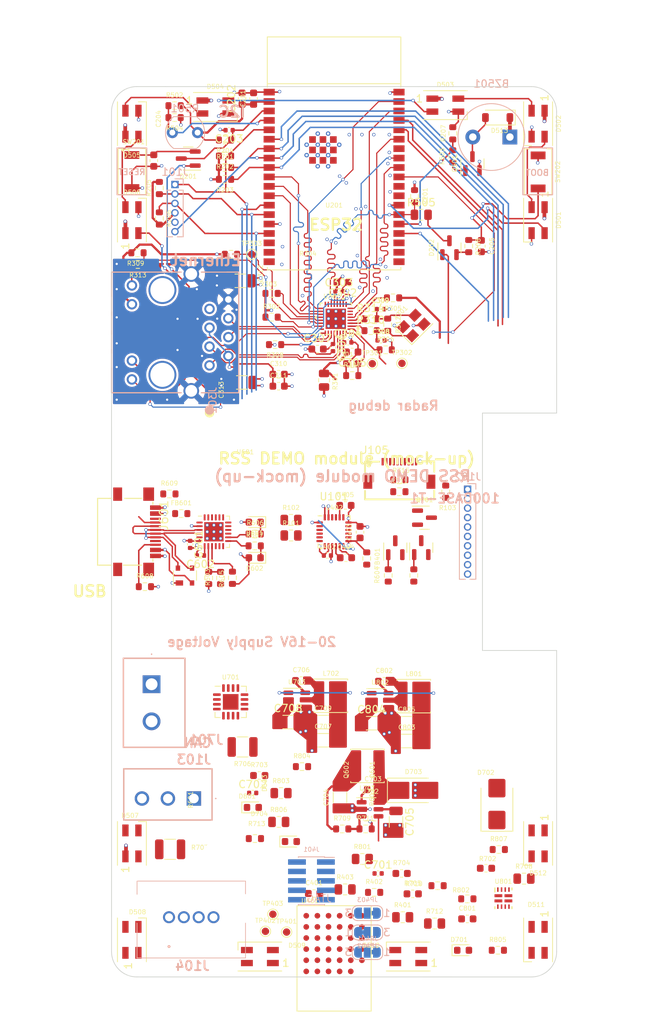
<source format=kicad_pcb>
(kicad_pcb (version 20221018) (generator pcbnew)
  (layers (0 "F.Cu" signal) (1 "In1.Cu" power) (2 "In2.Cu" power) (31 "B.Cu" signal) (34 "B.Paste" user) (35 "F.Paste" user) (36 "B.SilkS" user "B.Silkscreen") (37 "F.SilkS" user "F.Silkscreen") (38 "B.Mask" user) (39 "F.Mask" user) (44 "Edge.Cuts" user))
  (net 0 "")
  (net 1 "/5V + 3V3/USB 5V")
  (net 2 "GND")
  (net 3 "/PHY/X_IN")
  (net 4 "/PHY/X_OUT")
  (net 5 "/MAC_TX_EN")
  (net 6 "/PHY/LED0{slash}PHY_AD0")
  (net 7 "/PHY/LED3{slash}PHY_AD3")
  (net 8 "+3V3_PHY")
  (net 9 "/MAC_RXD1")
  (net 10 "/MAC_RXD0")
  (net 11 "/MAC_CRS_DV")
  (net 12 "/MAC_MDC")
  (net 13 "/MAC_MDIO")
  (net 14 "/PHY/RD-")
  (net 15 "/PHY/RD+")
  (net 16 "/PHY/TD-")
  (net 17 "/PHY/TD+")
  (net 18 "/PHY_RST")
  (net 19 "+3V3_USB")
  (net 20 "+3V3")
  (net 21 "/IMU_INT")
  (net 22 "/IMU + ANT/VCC")
  (net 23 "/IMU + ANT/SWDIO")
  (net 24 "/IMU + ANT/SWDCLK")
  (net 25 "/U0RXD")
  (net 26 "/U0TXD")
  (net 27 "+12V")
  (net 28 "SCL")
  (net 29 "SDA")
  (net 30 "/IMU + ANT/BR1")
  (net 31 "+5V")
  (net 32 "/Radar_GPIO")
  (net 33 "Net-(U702-FB)")
  (net 34 "/ESP32/EN")
  (net 35 "/ESP32/EN_TACT")
  (net 36 "/IMU + ANT/BR2")
  (net 37 "/20V + 12V/Battery 5V")
  (net 38 "/ESP32/LED")
  (net 39 "Net-(D701-K)")
  (net 40 "/ESP32/EN_AUTO")
  (net 41 "/ESP32/IO0_AUTO")
  (net 42 "/ESP32/IO0_TACT")
  (net 43 "/PHY_CLK")
  (net 44 "/IMU + ANT/BR3")
  (net 45 "/ESP32/PMIC_INT")
  (net 46 "/MAC_TXD0")
  (net 47 "/MAC_TXD1")
  (net 48 "/ESP32/Photo_res")
  (net 49 "/ESP32/Buzzer")
  (net 50 "/ESP32/12V_DIS")
  (net 51 "/ESP32/U1TXD")
  (net 52 "/ESP32/U1RXD")
  (net 53 "/ESP32/U1RTS")
  (net 54 "/IMU + ANT/~{RST}")
  (net 55 "/USB/DTR")
  (net 56 "/USB/RTS")
  (net 57 "Net-(Q601-B)")
  (net 58 "/USB/RXD")
  (net 59 "/USB/TXD")
  (net 60 "/CANL")
  (net 61 "/CANH")
  (net 62 "/ETH_L")
  (net 63 "/ETH_H")
  (net 64 "/MID1")
  (net 65 "/MID2")
  (net 66 "/MID3")
  (net 67 "/MID4")
  (net 68 "/IMU + ANT/SLEEP")
  (net 69 "/IMU + ANT/~{SUSPEND}")
  (net 70 "/IMU + ANT/GPIO")
  (net 71 "GNDPWR")
  (net 72 "/20V + 12V/20V_LS")
  (net 73 "/20V + 12V/20V_HS")
  (net 74 "/20V + 12V/12V_HS")
  (net 75 "/20V + 12V/12V_LS")
  (net 76 "Net-(BZ501-+)")
  (net 77 "Net-(C205-Pad1)")
  (net 78 "Net-(U301-REGOUT)")
  (net 79 "Net-(C308-Pad1)")
  (net 80 "Net-(C309-Pad1)")
  (net 81 "Net-(J301-RCT)")
  (net 82 "Net-(U402-REGOUT)")
  (net 83 "Net-(U402-CPOUT)")
  (net 84 "Net-(U701-IN+1)")
  (net 85 "Net-(U701-IN-1)")
  (net 86 "Net-(U701-IN-2)")
  (net 87 "Net-(U701-IN+2)")
  (net 88 "Net-(U702-BOOT)")
  (net 89 "Net-(U703-BST)")
  (net 90 "Net-(U801-SS)")
  (net 91 "Net-(U802-BST)")
  (net 92 "Net-(D502-DOUT)")
  (net 93 "Net-(D503-DOUT)")
  (net 94 "Net-(D504-DOUT)")
  (net 95 "Net-(D505-DOUT)")
  (net 96 "Net-(D506-DOUT)")
  (net 97 "Net-(D507-DOUT)")
  (net 98 "Net-(D508-DOUT)")
  (net 99 "Net-(D510-DOUT)")
  (net 100 "Net-(D511-DOUT)")
  (net 101 "Net-(D501-DOUT)")
  (net 102 "Net-(D509-DOUT)")
  (net 104 "Net-(D601-K)")
  (net 105 "Net-(D602-K)")
  (net 106 "Net-(D603-K-Pad2)")
  (net 107 "/USB/DN")
  (net 108 "/USB/DP")
  (net 109 "Net-(D704-K)")
  (net 110 "Net-(D801-K)")
  (net 119 "Net-(J301-Pad10)")
  (net 120 "Net-(J301-Pad12)")
  (net 126 "Net-(J601-CC1)")
  (net 128 "Net-(J601-CC2)")
  (net 130 "Net-(Q501-B)")
  (net 131 "Net-(Q602-B)")
  (net 132 "Net-(U301-CRS{slash}LEDMOD)")
  (net 133 "Net-(U301-RXER{slash}INTR_32)")
  (net 134 "Net-(U301-COL{slash}RMII)")
  (net 135 "Net-(U301-TXER{slash}FXSD)")
  (net 136 "Net-(U301-ISET)")
  (net 137 "Net-(U601-~{RST})")
  (net 138 "Net-(U601-VBUS)")
  (net 139 "Net-(U601-~{TXT}{slash}GPIO.0)")
  (net 140 "Net-(U601-~{RXT}{slash}GPIO.1)")
  (net 141 "Net-(U801-PR1)")
  (net 142 "Net-(U801-CP2)")
  (net 143 "Net-(U801-ILM)")
  (net 190 "Net-(D202-Pad3)")
  (net 192 "Net-(D702-A2)")
  (net 193 "/20V + 12V/LX_12V")
  (net 194 "/20V + 12V/LX_5V")
  (net 195 "/20V + 12V/5V_out")
  (net 196 "/5V + 3V3/LX_3.3V")
  (net 197 "/5V + 3V3/3.3V_out")
  (net 198 "/IMU + ANT/MPU_3V3")
  (footprint "TestPoint:TestPoint_Pad_D1.0mm" (layer "F.Cu") (at 134.3 144.675)
    (fp_text reference "TP402")
    (fp_text value "~{SUSPEND}")
  )
  (footprint "Resistor_SMD:R_0603_1608Metric" (layer "F.Cu") (at 121.35 85.725)
    (fp_text reference "R609")
    (fp_text value "5.1K(1%)")
  )
  (footprint "Resistor_SMD:R_0603_1608Metric" (layer "F.Cu") (at 150.776777 62.921142 -90)
    (fp_text reference "R312")
    (fp_text value "1M(1%)")
  )
  (footprint "Package_DFN_QFN:Texas_RGV_S-PVQFN-N16_EP2.1x2.1mm" (layer "F.Cu") (at 129.6125 113.75)
    (fp_text reference "U701")
    (fp_text value "INA3221")
  )
  (footprint "Resistor_SMD:R_0805_2012Metric" (layer "F.Cu") (at 155.3 48.1)
    (fp_text reference "R505")
    (fp_text value "0R")
  )
  (footprint "Capacitor_SMD:C_0603_1608Metric" (layer "F.Cu") (at 145.075 87.275)
    (fp_text reference "C405")
    (fp_text value "2.2nF/50V(10%)")
  )
  (footprint "Resistor_SMD:R_0805_2012Metric" (layer "F.Cu") (at 145.0375 139.025)
    (fp_text reference "R403")
    (fp_text value "0R")
  )
  (footprint "Capacitor_SMD:C_0603_1608Metric" (layer "F.Cu") (at 146 66.6 180)
    (fp_text reference "C305")
    (fp_text value "10uF/25V(20%)")
  )
  (footprint "Capacitor_SMD:C_1206_3216Metric" (layer "F.Cu") (at 142.075 116.475)
    (fp_text reference "C709")
    (fp_text value "22uF/16V(20%)")
  )
  (footprint "LED_SMD:LED_0603_1608Metric" (layer "F.Cu") (at 160.9375 147.225)
    (fp_text reference "D701")
    (fp_text value "LED_12V")
  )
  (footprint "Resistor_SMD:R_0603_1608Metric" (layer "F.Cu") (at 128.85 41.725)
    (fp_text reference "R701")
    (fp_text value "10K(1%)")
  )
  (footprint "Resistor_SMD:R_0603_1608Metric" (layer "F.Cu") (at 117.1 54.8 180)
    (fp_text reference "R313")
    (fp_text value "220R")
  )
  (footprint "Package_DFN_QFN:QFN-24-1EP_4x4mm_P0.5mm_EP2.6x2.6mm" (layer "F.Cu") (at 127.35 90.825)
    (fp_text reference "U601")
    (fp_text value "CP2102N-Axx-xQFN24")
  )
  (footprint "Resistor_SMD:R_0603_1608Metric" (layer "F.Cu") (at 154.4 45.6 -90)
    (fp_text reference "R201")
    (fp_text value "20K(5%)")
  )
  (footprint "Capacitor_SMD:C_1206_3216Metric" (layer "F.Cu") (at 144.35 126.625 90)
    (fp_text reference "C704")
    (fp_text value "22uF/16V(20%)")
  )
  (footprint "Capacitor_SMD:C_1206_3216Metric" (layer "F.Cu") (at 130.9 57)
    (fp_text reference "C312")
    (fp_text value "4.7nF/2kV(10%)")
  )
  (footprint "LED_SMD:LED_0603_1608Metric" (layer "F.Cu") (at 132.85 89.525 180)
    (fp_text reference "D601")
    (fp_text value "LED_TX")
  )
  (footprint "Resistor_SMD:R_0603_1608Metric" (layer "F.Cu") (at 158.6 85.425 90)
    (fp_text reference "R103")
    (fp_text value "120")
  )
  (footprint "Capacitor_SMD:C_0603_1608Metric" (layer "F.Cu") (at 148.8 125.575)
    (fp_text reference "C703")
    (fp_text value "10nF/50V(10%)")
  )
  (footprint "Resistor_SMD:R_0603_1608Metric" (layer "F.Cu") (at 122.05 33.4)
    (fp_text reference "R502")
    (fp_text value "20K(1%)")
  )
  (footprint "Package_TO_SOT_SMD:SOT-23" (layer "F.Cu") (at 151.8 92.975 90)
    (fp_text reference "Q602")
    (fp_text value "L8050QLT1G")
  )
  (footprint "LED_SMD:LED_SK6812MINI_PLCC4_3.5x3.5mm_P1.75mm" (layer "F.Cu") (at 116.3 132.825 90)
    (fp_text reference "D507")
    (fp_text value "WS2812B")
  )
  (footprint "Resistor_SMD:R_0603_1608Metric" (layer "F.Cu") (at 148.476777 63.721142)
    (fp_text reference "R310")
    (fp_text value "0R")
  )
  (footprint "LED_SMD:LED_SK6812MINI_PLCC4_3.5x3.5mm_P1.75mm" (layer "F.Cu") (at 116.3 35.825 90)
    (fp_text reference "D505")
    (fp_text value "WS2812B")
  )
  (footprint "Resistor_SMD:R_0603_1608Metric" (layer "F.Cu") (at 159.55 37.125 90)
    (fp_text reference "R207")
    (fp_text value "10K(1%)")
  )
  (footprint "Capacitor_SMD:C_0603_1608Metric" (layer "F.Cu") (at 147.05 90.875 90)
    (fp_text reference "C403")
    (fp_text value "100nF/50V(10%)")
  )
  (footprint "MountingHole:MountingHole_2.7mm_M2.5_ISO7380" (layer "F.Cu") (at 159.55 133.825)
    (fp_text reference "H104" hide)
    (fp_text value "MountingHole")
  )
  (footprint "Package_TO_SOT_SMD:TSOT-23-6" (layer "F.Cu") (at 148.4 128.225)
    (fp_text reference "U702")
    (fp_text value "RT8259")
  )
  (footprint "Capacitor_SMD:C_0603_1608Metric" (layer "F.Cu") (at 132.7 32.45 90)
    (fp_text reference "C201")
    (fp_text value "10uF")
  )
  (footprint "Resistor_SMD:R_1210_3225Metric" (layer "F.Cu") (at 121.45 133.625 180)
    (fp_text reference "R707")
    (fp_text value "0.3R(5%)")
  )
  (footprint "MountingHole:MountingHole_2.7mm_M2.5_ISO7380" (layer "F.Cu") (at 127.55 133.825)
    (fp_text reference "H103" hide)
    (fp_text value "MountingHole")
  )
  (footprint "Resistor_SMD:R_0805_2012Metric" (layer "F.Cu") (at 169.15 137.575)
    (fp_text reference "R708")
    (fp_text value "0R")
  )
  (footprint "Resistor_SMD:R_0805_2012Metric" (layer "F.Cu") (at 137.75 91.325)
    (fp_text reference "R101")
    (fp_text value "0R")
  )
  (footprint "LED_SMD:LED_SK6812MINI_PLCC4_3.5x3.5mm_P1.75mm" (layer "F.Cu") (at 127.55 33.575)
    (fp_text reference "D504")
    (fp_text value "WS2812B")
  )
  (footprint "Capacitor_SMD:C_0603_1608Metric" (layer "F.Cu") (at 164.025 136.175)
    (fp_text reference "R702")
    (fp_text value "10R(1%)")
  )
  (footprint "Resistor_SMD:R_0805_2012Metric" (layer "F.Cu") (at 157.1 143.625)
    (fp_text reference "R712")
    (fp_text value "0R")
  )
  (footprint "Crystal:Crystal_SMD_3225-4Pin_3.2x2.5mm" (layer "F.Cu") (at 154.276777 63.021142 45)
    (fp_text reference "Y301")
    (fp_text value "25MHz")
  )
  (footprint "Package_TO_SOT_SMD:SOT-23" (layer "F.Cu") (at 123.8875 40.525 180)
    (fp_text reference "D201")
    (fp_text value "BAT54A")
  )
  (footprint "Resistor_SMD:R_0603_1608Metric" (layer "F.Cu") (at 144.65 130.875)
    (fp_text reference "R709")
    (fp_text value "51K(1%)")
  )
  (footprint "LED_SMD:LED_0603_1608Metric" (layer "F.Cu") (at 132.85 94.325 180)
    (fp_text reference "D602")
    (fp_text value "LED_TX")
  )
  (footprint "Capacitor_SMD:C_0603_1608Metric" (layer "F.Cu") (at 150.3 110.975)
    (fp_text reference "C802")
    (fp_text value "100nF/50V(10%)")
  )
  (footprint "Diode_SMD:D_SMA" (layer "F.Cu") (at 154.25 125.675)
    (fp_text reference "D703")
    (fp_text value "B230A-13-F")
  )
  (footprint "LED_SMD:LED_SK6812MINI_PLCC4_3.5x3.5mm_P1.75mm" (layer "F.Cu") (at 171.05 48.825 -90)
    (fp_text reference "D501")
    (fp_text value "WS2812B")
  )
  (footprint "Capacitor_SMD:C_0402_1005Metric" (layer "F.Cu") (at 129.4 36.7 180)
    (fp_text reference "C203")
    (fp_text value "1uF/25V(10%)")
  )
  (footprint "Sensor_Motion:InvenSense_QFN-24_4x4mm_P0.5mm" (layer "F.Cu") (at 143.55 90.825)
    (fp_text reference "U402")
    (fp_text value "MPU-6050")
  )
  (footprint "Capacitor_SMD:C_0603_1608Metric" (layer "F.Cu") (at 136.075 69.6)
    (fp_text reference "C310")
    (fp_text value "100nF/50V(10%)")
  )
  (footprint "Resistor_SMD:R_1210_3225Metric" (layer "F.Cu") (at 131.2125 119.825 180)
    (fp_text reference "R706")
    (fp_text value "0.16R(5%)")
  )
  (footprint "Resistor_SMD:R_0603_1608Metric" (layer "F.Cu") (at 122.95 88.375)
    (fp_text reference "FB601")
    (fp_text value "YI160808Z101-3R0T" hide)
  )
  (footprint "Resistor_SMD:R_0603_1608Metric" (layer "F.Cu") (at 135.125 58.7)
    (fp_text reference "R303")
    (fp_text value "5.1K(1%)")
  )
  (footprint "Resistor_SMD:R_0603_1608Metric" (layer "F.Cu") (at 135.125 61.9)
    (fp_text reference "R302")
    (fp_text value "5.1K(1%)")
  )
  (footprint "Package_TO_SOT_SMD:SOT-23" (layer "F.Cu") (at 162.2 41.2 90)
    (fp_text reference "Q501")
    (fp_text value "L8050QLT1G")
  )
  (footprint "Package_TO_SOT_SMD:SOT-23" (layer "F.Cu") (at 155.3 92.9625 90)
    (fp_text reference "Q601")
    (fp_text value "L8050QLT1G")
  )
  (footprint "LED_SMD:LED_SK6812MINI_PLCC4_3.5x3.5mm_P1.75mm" (layer "F.Cu") (at 171.05 35.825 -90)
    (fp_text reference "D502")
    (fp_text value "WS2812B")
  )
  (footprint "Resistor_SMD:R_0603_1608Metric" (layer "F.Cu") (at 161.7 52.325 -90)
    (fp_text reference "R208")
    (fp_text value "1K(1%)")
  )
  (footprint "LED_SMD:LED_SK6812MINI_PLCC4_3.5x3.5mm_P1.75mm" (layer "F.Cu") (at 116.3 48.825 90)
    (fp_text reference "D506")
    (fp_text value "WS2812B")
  )
  (footprint "TestPoint:TestPoint_Pad_D1.0mm" (layer "F.Cu") (at 135.3 142.375)
    (fp_text reference "TP403")
    (fp_text value "GPIO")
  )
  (footprint "Resistor_SMD:R_0603_1608Metric" (layer "F.Cu") (at 152.35 85.425)
    (fp_text reference "R311")
    (fp_text value "270R")
  )
  (footprint "Package_TO_SOT_SMD:SOT-143" (layer "F.Cu") (at 123.45 96.725 90)
    (fp_text reference "D603")
    (fp_text value "SP0503BAHT")
  )
  (footprint "Capacitor_SMD:C_1206_3216Metric" (layer "F.Cu") (at 137.35 116.475)
    (fp_text reference "C708")
    (fp_text value "10uF/25V(20%)")
  )
  (footprint "Resistor_SMD:R_0603_1608Metric" (layer "F.Cu") (at 117.05 53.225 180)
    (fp_text reference "R309")
    (fp_text value "5.1K(1%)")
  )
  (footprint "Capacitor_SMD:C_0402_1005Metric" (layer "F.Cu") (at 145.4 65.3)
    (fp_text reference "C304")
    (fp_text value "1uF/25V(10%)")
  )
  (footprint "Diode_SMD:D_SMB" (layer "F.Cu") (at 165.5 127.525 90)
    (fp_text reference "D702")
    (fp_text value "SMBJ20A")
  )
  (footprint "Inductor_SMD:L_Sunlord_SWPA4020S" (layer "F.Cu") (at 154.3 112.975)
    (fp_text reference "L801")
    (fp_text value "4.7uH/2.85A")
  )
  (footprint "Espressif:ESP32-WROVER-E_ThermalVias" (layer "F.Cu") (at 143.55 39.825)
    (fp_text reference "U201")
    (fp_text value "ESP32-WROVER-E-N16R8")
  )
  (footprint "LED_SMD:LED_SK6812MINI_PLCC4_3.5x3.5mm_P1.75mm" (layer "F.Cu") (at 171.05 132.825 -90)
    (fp_text reference "D512")
    (fp_text value "WS2812B")
  )
  (footprint "TestPoint:TestPoint_Pad_D1.0mm" (layer "F.Cu") (at 148.7 68.175)
    (fp_text reference "TP301")
    (fp_text value "RESET")
  )
  (footprint "Capacitor_SMD:C_0402_1005Metric" (layer "F.Cu") (at 144.2 58.4)
    (fp_text reference "C303")
    (fp_text value "1uF/25V(10%)")
  )
  (footprint "Resistor_SMD:R_0603_1608Metric" (layer "F.Cu") (at 128.85 43.325 180)
    (fp_text reference "R203")
    (fp_text value "10K(1%)")
  )
  (footprint "Capacitor_SMD:C_0603_1608Metric" (layer "F.Cu") (at 163.4 52.325 -90)
    (fp_text reference "C205")
    (fp_text value "100nF/50V(10%)")
  )
  (footprint "Capacitor_SMD:C_1206_3216Metric" (layer "F.Cu") (at 148.6 116.625)
    (fp_text reference "C804")
    (fp_text value "10uF/25V(20%)")
  )
  (footprint "Resistor_SMD:R_0603_1608Metric" (layer "F.Cu") (at 129.85 97.025 90)
    (fp_text reference "R601")
    (fp_text value "1K(1%)")
  )
  (footprint "Resistor_SMD:R_0603_1608Metric" (layer "F.Cu") (at 161.5125 140.300001)
    (fp_text reference "R802")
    (fp_text value "1.1K(1%)")
  )
  (footprint "Resistor_SMD:R_0603_1608Metric" (layer "F.Cu") (at 148.95 139.425)
    (fp_text reference "R402")
    (fp_text value "10K(1%)")
  )
  (footprint "Capacitor_SMD:C_0402_1005Metric" (layer "F.Cu") (at 125.55 94.025 180)
    (fp_text reference "C602")
    (fp_text value "1uF/25V(10%)")
  )
  (footprint "Resistor_SMD:R_0603_1608Metric" (layer "F.Cu") (at 129.65 53.425)
    (fp_text reference "R304")
    (fp_text value "5.1K(1%)")
  )
  (footprint "LED_SMD:LED_SK6812MINI_PLCC4_3.5x3.5mm_P1.75mm" (layer "F.Cu") (at 171.05 145.825 -90)
    (fp_text reference "D511")
    (fp_text value "WS2812B")
  )
  (footprint "LED_SMD:LED_SK6812MINI_PLCC4_3.5x3.5mm_P1.75mm" (layer "F.Cu") (at 116.3 145.825 90)
    (fp_text reference "D508")
    (fp_text value "WS2812B")
  )
  (footprint "Button_Switch_SMD:SW_SPST_TS-1088R" (layer "F.Cu") (at 116.3 42.275 90)
    (fp_text reference "SW201")
    (fp_text value "RESET")
  )
  (footprint "Capacitor_SMD:C_1206_3216Metric" (layer "F.Cu") (at 153.35 119.025)
    (fp_text reference "C803")
    (fp_text value "22uF/16V(20%)")
  )
  (footprint "Resistor_SMD:R_0603_1608Metric" (layer "F.Cu") (at 165.75 133.65)
    (fp_text reference "R807")
    (fp_text value "200R")
  )
  (footprint "Capacitor_SMD:C_1206_3216Metric" (layer "F.Cu") (at 131.1 70.7 180)
    (fp_text reference "C313")
    (fp_text value "4.7nF/2kV(10%)")
  )
  (footprint "RF_Module:Garmin_M8-35_9.8x14.0mm_Layout6x6_P1.5mm" (layer "F.Cu") (at 143.55 148.325 180)
    (fp_text reference "U401")
    (fp_text value "D52MxxM8")
  )
  (footprint "Resistor_SMD:R_0603_1608Metric" (layer "F.Cu") (at 118.05 98.225)
    (fp_text reference "R608")
    (fp_text value "5.1K(1%)")
  )
  (footprint "LED_SMD:LED_0603_1608Metric" (layer "F.Cu") (at 137.725 132.575)
    (fp_text reference "D704")
    (fp_text value "LED_5V")
  )
  (footprint "Resistor_SMD:R_0603_1608Metric" (layer "F.Cu") (at 154.3 96.7125 90)
    (fp_text reference "R602")
    (fp_text value "100K(1%)")
  )
  (footprint "Button_Switch_SMD:SW_SPST_TS-1088R" (layer "F.Cu") (at 171.05 42.325 -90)
    (fp_text reference "SW202")
    (fp_text value "BOOT MODE")
  )
  (footprint "Capacitor_SMD:C_0402_1005Metric" (layer "F.Cu") (at 132.58 126.025)
    (fp_text reference "C702")
    (fp_text value "1uF/25V(10%)")
  )
  (footprint "Capacitor_SMD:C_0603_1608Metric" (layer "F.Cu") (at 145.15 94.325)
    (fp_text reference "C404")
    (fp_text value "100nF/50V(10%)")
  )
  (footprint "LED_SMD:LED_SK6812MINI_PLCC4_3.5x3.5mm_P1.75mm" (layer "F.Cu") (at 158.55 33.325)
    (fp_text reference "D503")
    (fp_text value "WS2812B")
  )
  (footprint "Connector_USB:TYPE-C-SMD_YIYUAN_YTC-TC16-273A1" (layer "F.Cu") (at 116.925 90.825 -90)
    (fp_text reference "J601")
    (fp_text value "USB_C_Receptacle_USB2.0" hide)
  )
  (footprint "Capacitor_SMD:C_0603_1608Metric" (layer "F.Cu") (at 144.7 57.2 180)
    (fp_text reference "C302")
    (fp_text value "10uF/25V(20%)")
  )
  (footprint "Resistor_SMD:R_0603_1608Metric" (layer "F.Cu") (at 120 44.5 90)
    (fp_text reference "R205")
    (fp_text value "4.7K")
  )
  (footprint "Capacitor_SMD:C_0603_1608Metric" (layer "F.Cu") (at 146 68.175)
    (fp_text reference "C301")
    (fp_text value "100nF/50V(10%)")
  )
  (footprint "Resistor_SMD:R_0603_1608Metric" (layer "F.Cu") (at 135.6 65.6 180)
    (fp_text reference "R308")
    (fp_text value "6.19K(1%)")
  )
  (footprint "Capacitor_SMD:C_0603_1608Metric" (layer "F.Cu") (at 133.4625 123.675)
    (fp_text reference "R703")
    (fp_text value "10R(1%)")
  )
  (footprint "TestPoint:TestPoint_Pad_D1.0mm" (layer "F.Cu") (at 152.7 68.125)
    (fp_text reference "TP302")
    (fp_text value "TXER")
  )
  (footprint "Capacitor_SMD:C_0603_1608Metric" (layer "F.Cu") (at 140.85 139.575)
    (fp_text reference "C401")
    (fp_text value "100nF/50V(10%)")
  )
  (footprint "Capacitor_SMD:C_0603_1608Metric" (layer "F.Cu") (at 152.65 136.875)
    (fp_text reference "R704")
    (fp_text value "10R(1%)")
  )
  (footprint "Resistor_SMD:R_0805_2012Metric" (layer "F.Cu") (at 152.8 142.775)
    (fp_text reference "R401")
    (fp_text value "0R")
  )
  (footprint "Resistor_SMD:R_0603_1608Metric" (layer "F.Cu") (at 132.85 92.725)
    (fp_text reference "R607")
    (fp_text value "100R")
  )
  (footprint "Connector_FFC-FPC:AFC30-S10FCC-00" (layer "F.Cu") (at 152.35 83.825 180)
    (fp_text reference "J105")
    (fp_text value "Radar debug" hide)
  )
  (footprint "Capacitor_SMD:C_1206_3216Metric" (layer "F.Cu") (at 142.075 118.925)
    (fp_text reference "C707")
    (fp_text value "22uF/16V(20%)")
  )
  (footprint "Resistor_SMD:R_0603_1608Metric" (layer "F.Cu") (at 126.65 97.05 -90)
    (fp_text reference "R605")
    (fp_text value "47.5K(1%)")
  )
  (footprint "Package_TO_SOT_SMD:SOT-23" (layer "F.Cu") (at 155.7375 88.925)
    (fp_text reference "Q701")
    (fp_text value "SI2309CDS")
  )
  (footprint "Resistor_SMD:R_0805_2012Metric" (layer "F.Cu") (at 136.4 126.050001)
    (fp_text reference "R803")
    (fp_text value "NC")
  )
  (footprint "Capacitor_SMD:C_0402_1005Metric" (layer "F.Cu") (at 143.4 66 -90)
    (fp_text reference "C306")
    (fp_text value "1uF/25V(10%)")
  )
  (footprint "Resistor_SMD:R_0603_1608Metric" (layer "F.Cu") (at 128.85 40.175 180)
    (fp_text reference "R202")
    (fp_text value "10K(1%)")
  )
  (footprint "Resistor_SMD:R_0603_1608Metric" (layer "F.Cu") (at 157.5 138.525)
    (fp_text reference "R710")
    (fp_text value "2K")
  )
  (footprint "Package_TO_SOT_SMD:TSOT-23-6" (layer "F.Cu") (at 138.525 113.475)
    (fp_text reference "U703")
    (fp_text value "AP63205WU")
  )
  (footprint "IP101GRI:QFN_IP101GRI_WIZ" (layer "F.Cu") (at 143.776777 62.121142 180)
    (fp_text reference "U301")
    (fp_text value "IP101GRI")
  )
  (footprint "Resistor_SMD:R_0603_1608Metric" (layer "F.Cu") (at 132.85 91.125)
    (fp_text reference "R606")
    (fp_text value "100R")
  )
  (footprint "Resistor_SMD:R_0603_1608Metric" (layer "F.Cu") (at 132.875 132.175)
    (fp_text reference "R713")
    (fp_text value "2K")
  )
  (footprint "Resistor_SMD:R_0603_1608Metric" (layer "F.Cu") (at 150.5 66.3)
    (fp_text reference "R306")
    (fp_text value "5.1K(1%)")
  )
  (footprint "Capacitor_SMD:C_0603_1608Metric" (layer "F.Cu") (at 131.15 32.45 90)
    (fp_text reference "C202")
    (fp_text value "10uF")
  )
  (footprint "MountingHole:MountingHole_2.7mm_M2.5_ISO7380" (layer "F.Cu") (at 159.55 47.825)
    (fp_text reference "H102" hide)
    (fp_text value "MountingHole")
  )
  (footprint "Inductor_SMD:L_Changjiang_FNR4018S" (layer "F.Cu") (at 148.05 122.375 180)
    (fp_text reference "L701")
    (fp_text value "15uH/1A")
  )
  (footprint "Diode_SMD:D_SOD-123" (layer "F.Cu") (at 165.6 35 180)
    (fp_text reference "D513")
    (fp_text value "B5819W")
  )
  (footprint "Resistor_SMD:R_0603_1608Metric" (layer "F.Cu") (at 147.95 94.425 -90)
    (fp_text reference "FB401")
    (fp_text value "YI160808Z101-3R0T")
  )
  (footprint "Resistor_SMD:R_0603_1608Metric" (layer "F.Cu") (at 120 48.6 -90)
    (fp_text reference "R206")
    (fp_text value "4.7K")
  )
  (footprint "Resistor_SMD:R_0603_1608Metric" (layer "F.Cu") (at 152.35 83.825)
    (fp_text reference "R315")
    (fp_text value "5.1K(1%)")
  )
  (footprint "TestPoint:TestPoint_Pad_D1.0mm" (layer "F.Cu") (at 132.45 53.425)
    (fp_text reference "TP303")
    (fp_text value "RXER")
  )
  (footprint "LED_SMD:LED_SK6812MINI_PLCC4_3.5x3.5mm_P1.75mm" (layer "F.Cu") (at 153.55 148.075 180)
    (fp_text reference "D510")
    (fp_text value "WS2812B")
  )
  (footprint "Resistor_SMD:R_0805_2012Metric" (layer "F.Cu") (at 137.75 89.225)
    (fp_text reference "R102")
    (fp_text value "0R")
  )
  (footprint "Resistor_SMD:R_0603_1608Metric" (layer "F.Cu") (at 146 69.775)
    (fp_text reference "R307")
    (fp_text value "10K(1%)")
  )
  (footprint "LED_SMD:LED_0603_1608Metric" (layer "F.Cu") (at 132.6 127.975)
    (fp_text reference "D801")
    (fp_text value "LED_3V3")
  )
  (footprint "Resistor_SMD:R_0603_1608Metric" (layer "F.Cu") (at 147.8 130.875)
    (fp_text reference "R711")
    (fp_text value "3.6K(1%)")
  )
  (footprint "TestPoint:TestPoint_Pad_D1.0mm" (layer "F.Cu") (at 137.15 144.775)
    (fp_text reference "TP401")
    (fp_text value "SLEEP")
  )
  (footprint "Capacitor_SMD:C_0402_1005Metric" (layer "F.Cu") (at 149.796777 60.821142)
    (fp_text reference "C309")
    (fp_text value "20pF/50V(5%)")
  )
  (footprint "Capacitor_SMD:C_0402_1005Metric" (layer "F.Cu") (at 149.4875 136.874999)
    (fp_text reference "C701")
    (fp_text value "1uF/25V(10%)")
  )
  (footprint "Resistor_SMD:R_0603_1608Metric" (layer "F.Cu") (at 122.05 35 180)
    (fp_text reference "R504")
    (fp_text value "820R")
  )
  (footprint "Resistor_SMD:R_0603_1608Metric" (layer "F.Cu") (at 148.476777 62.121142)
    (fp_text reference "R314")
    (fp_text value "0R")
  )
  (footprint "Resistor_SMD:R_0603_1608Metric" (layer "F.Cu") (at 128.85 38.025 180)
    (fp_text reference "R204")
    (fp_text value "10K(1%)")
  )
  (footprint "Resistor_SMD:R_0603_1608Metric" (layer "F.Cu") (at 159.55 40.225 90)
    (fp_text reference "R503")
    (fp_text value "10K(1%)")
  )
  (footprint "Resistor_SMD:R_0805_2012Metric" (layer "F.Cu") (at 147.3625 134.925)
    (fp_text reference "R801")
    (fp_text value "0R")
  )
  (footprint "Capacitor_SMD:C_0402_1005Metric" (layer "F.Cu") (at 142.65 94.025)
    (fp_text reference "C402")
    (fp_text value "10nF/50V(10%)")
  )
  (footprint "alps_modules:ALPS_USRR5_woPins" (layer "F.Cu") (at 143.55 90.825)
    (fp_text reference "U101")
    (fp_text value "~")
  )
  (footprint "Capacitor_SMD:C_1206_3216Metric" (layer "F.Cu") (at 153.35 116.625)
    (fp_text reference "C805")
    (fp_text value "22uF/16V(20%)")
  )
  (footprint "Resistor_SMD:R_0805_2012Metric" (layer "F.Cu") (at 136.095 129.930001)
    (fp_text reference "R806")
    (fp_text value "0R")
  )
  (footprint "Capacitor_SMD:C_0402_1005Metric" (layer "F.Cu") (at 149.876777 65.021142)
    (fp_text reference "C308")
    (fp_text value "20pF/50V(5%)")
  )
  (footprint "Resistor_SMD:R_0603_1608Metric" (layer "F.Cu") (at 150.85 96.7125 90)
    (fp_text reference "R604")
    (fp_text value "100K(1%)")
  )
  (footprint "TPS2121:TPS2121" (layer "F.Cu") (at 166.375 140.200001)
    (fp_text reference "U801")
    (fp_text value "TPS2121RUXR")
  )
  (footprint "MountingHole:MountingHole_2.7mm_M2.5_ISO7380" (layer "F.Cu") (at 127.55 47.825)
    (fp_text reference "H101" hide)
    (fp_text value "MountingHole")
  )
  (footprint "Capacitor_SMD:C_1206_3216Metric" (layer "F.Cu") (at 151.9 129.925 -90)
    (fp_text reference "C705")
    (fp_text value "10uF/25V(20%)")
  )
  (footprint "Capacitor_SMD:C_0603_1608Metric" (layer "F.Cu") (at 154.15 139.625)
    (fp_text reference "R705")
    (fp_text value "10R(1%)")
  )
  (footprint "Resistor_SMD:R_0603_1608Metric" (layer "F.Cu") (at 128.25 97.05 90)
    (fp_text reference "R603")
    (fp_text value "22.1K(1%)")
  )
  (footprint "Capacitor_SMD:C_0603_1608Metric" (layer "F.Cu") (at 161.5125 143.000001)
    (fp_text reference "C801")
    (fp_text value "100nF/50V(10%)")
  )
  (footprint "Resistor_SMD:R_0603_1608Metric" (layer "F.Cu") (at 151.5 59.3 180)
    (fp_text reference "R305")
    (fp_text value "5.1K(1%)")
  )
  (footprint "Package_TO_SOT_SMD:SOT-23" (layer "F.Cu") (at 159.1 52.5375 90)
    (fp_text reference "D202")
    (fp_text value "BAT54A")
  )
  (footprint "Resistor_SMD:R_0603_1608Metric" (layer "F.Cu") (at 165.625 147.225)
    (fp_text reference "R805")
    (fp_text value "10K(1%)")
  )
  (footprint "Inductor_SMD:L_Sunlord_SWPA4020S" (layer "F.Cu") (at 143.125 112.925)
    (fp_text reference "L702")
    (fp_text value "4.7uH/2.85A")
  )
  (footprint "Capacitor_SMD:C_0603_1608Metric" (layer "F.Cu") (at 119.25 40.8 -90)
    (fp_text reference "C204")
    (fp_text value "100nF/50V(10%)")
  )
  (footprint "Capacitor_SMD:C_0402_1005Metric" (layer "F.Cu") (at 124.15 92.525 -90)
    (fp_text reference "C601")
    (fp_text value "1uF/25V(10%)")
  )
  (footprint "Package_TO_SOT_SMD:TSOT-23-6" (layer "F.Cu") (at 149.75 113.525)
    (fp_text reference "U802")
    (fp_text value "AP63203WU")
  )
  (footprint "LED_SMD:LED_SK6812MINI_PLCC4_3.5x3.5mm_P1.75mm" (layer "F.Cu") (at 133.55 148.075 180)
    (fp_text reference "D509")
    (fp_text value "WS2812B")
  )
  (footprint "Resistor_SMD:R_0603_1608Metric" (layer "F.Cu") (at 139.225 122.475)
    (fp_text reference "R804")
    (fp_text value "47k(1%)")
  )
  (footprint "Capacitor_SMD:C_0603_1608Metric" (layer "F.Cu") (at 141.325 66.2)
    (fp_text reference "C307")
    (fp_text value "10uF/25V(20%)")
  )
  (footprint "Capacitor_SMD:C_0603_1608Metric" (layer "F.Cu") (at 136.075 71.2)
    (fp_text reference "C311")
    (fp_text value "100nF/50V(10%)")
  )
  (footprint "Resistor_SMD:R_0805_2012Metric" (layer "F.Cu") (at 142.2 70.4 -90)
    (fp_text reference "R301")
    (fp_text value "0R")
  )
  (footprint "Capacitor_SMD:C_0603_1608Metric" (layer "F.Cu") (at 139.125 110.875)
    (fp_text reference "C706")
    (fp_text value "100nF/50V(10%)")
  )
  (footprint "Connector_RJ:RJ45_Taoglas_TMJD0012BENL" (layer "B.Cu") (at 126.7604 68.404049 -90)
    (fp_text reference "J301")
    (fp_text value "TMJD0012BENL")
  )
  (footprint "Jumper:SolderJumper-3_P1.3mm_Bridged12_RoundedPad1.0x1.5mm_NumberLabels" (layer "B.Cu") (at 148.05 144.825)
    (fp_text reference "JP402")
    (fp_text value "BR2")
  )
  (footprint "Connector_Molex:Molex_347920040" (layer "B.Cu") (at 118.45 140.225)
    (fp_text reference "J104")
    (fp_text value "100BASE-T1" hide)
  )
  (footprint "Jumper:SolderJumper-3_P1.3mm_Bridged12_RoundedPad1.0x1.5mm_NumberLabels" (layer "B.Cu") (at 148.05 147.475 180)
    (fp_text reference "JP401")
    (fp_text value "BR1")
  )
  (footprint "OptoDevice:R_LDR_5.1x4.3mm_P3.4mm_Vertical" (layer "B.Cu") (at 125.15 37.025 180)
    (fp_text reference "R501")
    (fp_text value "LDR")
  )
  (footprint "Connector_PinHeader_1.27mm:PinHeader_1x06_P1.27mm_Vertical" (layer "B.Cu") (at 122.1 44.025 180)
    (fp_text reference "J101")
    (fp_text value "I2C conn" hide)
  )
  (footprint "Jumper:SolderJumper-3_P1.3mm_Bridged12_RoundedPad1.0x1.5mm_NumberLabels" (layer "B.Cu") (at 148.05 142.225 180)
    (fp_text reference "JP403")
    (fp_text value "BR3")
  )
  (footprint "Connector_PinHeader_1.27mm:PinHeader_1x10_P1.27mm_Vertical" (layer "B.Cu") (at 161.55 85.1 180)
    (fp_text reference "J102")
    (fp_text value "Radar pins")
  )
  (footprint "Connector_PinHeader_1.27mm:PinHeader_2x05_P1.27mm_Vertical_SMD" (layer "B.Cu") (at 140.5 137.875 180)
    (fp_text reference "J401")
    (fp_text value "ANT_SWD")
  )
  (footprint "Connector_Molex:Molex_39521-1002" (layer "B.Cu") (at 118.95 111.375 90)
    (fp_text reference "J701")
    (fp_text value "20-16V Supply Voltage" hide)
  )
  (footprint "Buzzer_Beeper:Buzzer_D9mm_P5mm" (layer "B.Cu") (at 167.25 37.625 180)
    (fp_text reference "BZ501")
    (fp_text value "Buzzer")
  )
  (footprint "Connector_Molex:Molex_39501-1003" (layer "B.Cu") (at 124.65 126.775 180)
    (fp_text reference "J103")
    (fp_text value "CAN")
  )
  (gr_rect (start 114.3 39.1) (end 118.3 45.4) (stroke (width 0.15)) (fill none) (layer "B.SilkS"))
  (gr_rect (start 169 39.1) (end 173 45.4) (stroke (width 0.15)) (fill none) (layer "B.SilkS"))
  (gr_arc locked (start 173.55 147.425) (mid 172.554163 149.829163) (end 170.15 150.825) (stroke (width 0.1)) (layer "Edge.Cuts"))
  (gr_line locked (start 173.545837 34.229163) (end 173.55 74.825) (stroke (width 0.1)) (layer "Edge.Cuts"))
  (gr_line locked (start 113.554163 147.420837) (end 113.55 34.225) (stroke (width 0.1)) (layer "Edge.Cuts"))
  (gr_line locked (start 116.95 30.825) (end 170.145837 30.829163) (stroke (width 0.1)) (layer "Edge.Cuts"))
  (gr_line locked (start 163.55 74.825) (end 163.55 106.825) (stroke (width 0.1)) (layer "Edge.Cuts"))
  (gr_arc locked (start 113.55 34.225) (mid 114.545837 31.820837) (end 116.95 30.825) (stroke (width 0.1)) (layer "Edge.Cuts"))
  (gr_line locked (start 173.55 74.825) (end 163.55 74.825) (stroke (width 0.1)) (layer "Edge.Cuts"))
  (gr_line locked (start 173.55 106.825) (end 163.55 106.825) (stroke (width 0.1)) (layer "Edge.Cuts"))
  (gr_arc locked (start 116.954163 150.820837) (mid 114.55 149.825) (end 113.554163 147.420837) (stroke (width 0.1)) (layer "Edge.Cuts"))
  (gr_line locked (start 170.15 150.825) (end 116.954163 150.820837) (stroke (width 0.1)) (layer "Edge.Cuts"))
  (gr_line locked (start 173.55 147.425) (end 173.55 106.825) (stroke (width 0.1)) (layer "Edge.Cuts"))
  (gr_arc locked (start 170.145837 30.829163) (mid 172.55 31.825) (end 173.545837 34.229163) (stroke (width 0.1)) (layer "Edge.Cuts"))
  (gr_text "Ethernet" (at 131.2 55.1) (layer "B.SilkS") (effects (font (size 1.5 1.5) (thickness 0.3) bold) (justify left bottom mirror)))
  (gr_text "20-16V Supply Voltage" (at 132.4375 105.675) (layer "B.SilkS") (effects (font (size 1.27 1.27) (thickness 0.254)) (justify mirror)))
  (gr_text "100BASE-T1" (at 159.8 86.325) (layer "B.SilkS") (effects (font (size 1.27 1.27) (thickness 0.254)) (justify mirror)))
  (gr_text "RSS DEMO module (mock-up)" (at 162.15 84.225) (layer "B.SilkS") (effects (font (size 1.5 1.5) (thickness 0.3) bold) (justify left bottom mirror)))
  (gr_text "I2C" (at 131.8 35.075) (layer "B.SilkS") (effects (font (size 1.5 1.5) (thickness 0.3) bold) (justify left bottom mirror)))
  (gr_text "BOOT" (at 172.6 42.9) (layer "B.SilkS") (effects (font (size 0.8 0.8) (thickness 0.15) bold) (justify left bottom mirror)))
  (gr_text "RESET" (at 118.2 42.8) (layer "B.SilkS") (effects (font (size 0.8 0.8) (thickness 0.15) bold) (justify left bottom mirror)))
  (gr_text "Radar debug" (at 151.55 73.825) (layer "B.SilkS") (effects (font (size 1.27 1.27) (thickness 0.254)) (justify mirror)))
  (gr_text "JTAG" (at 143.3 140.825) (layer "B.SilkS") (effects (font (size 1 1) (thickness 0.1)) (justify left bottom mirror)))
  (gr_text "ESP32" (at 140.05 50.325) (layer "F.SilkS") (effects (font (size 1.5 1.5) (thickness 0.3) bold) (justify left bottom)))
  (gr_text "RSS DEMO module (mock-up)" (at 127.8 81.825) (layer "F.SilkS") (effects (font (size 1.5 1.5) (thickness 0.3) bold) (justify left bottom)))
  (gr_text "USB" (at 108.15 99.725) (layer "F.SilkS") (effects (font (size 1.5 1.5) (thickness 0.3) bold) (justify left bottom)))
  (segment (start 126.1 93.955) (end 126.03 94.025) (width 0.2) (layer "F.Cu") (net 1))
  (segment (start 126.1 92.7625) (end 126.1 93.955) (width 0.2) (layer "F.Cu") (net 1))
  (segment (start 145.88 64.755) (end 145.88 65.3) (width 0.2) (layer "F.Cu") (net 2))
  (segment (start 120.7 94.075) (end 120.75 94.125) (width 0.3) (layer "F.Cu") (net 2))
  (segment (start 125.07 93.505) (end 125.45 93.125) (width 0.2) (layer "F.Cu") (net 2))
  (segment (start 136.85 71.2) (end 137.875 71.2) (width 0.2) (layer "F.Cu") (net 2))
  (segment (start 124.4 90.075) (end 124.35 90.025) (width 0.2) (layer "F.Cu") (net 2))
  (segment (start 132.9 57.525) (end 132.375 57) (width 0.2) (layer "F.Cu") (net 2))
  (segment (start 136.25 49.35) (end 134.8 49.35) (width 0.2) (layer "F.Cu") (net 2))
  (segment (start 148.625 130.1) (end 148.4 129.875) (width 0.3) (layer "F.Cu") (net 2))
  (segment (start 140.55 66.2) (end 139.7 66.2) (width 0.2) (layer "F.Cu") (net 2))
  (segment (start 132.805 31.57) (end 132.7 31.675) (width 0.2) (layer "F.Cu") (net 2))
  (segment (start 148.625 130.875) (end 148.625 130.1) (width 0.3) (layer "F.Cu") (net 2))
  (segment (start 144.68 58.4) (end 144.68 57.995) (width 0.15) (layer "F.Cu") (net 2))
  (segment (start 133.75 70.225) (end 133.05 70.225) (width 0.2) (layer "F.Cu") (net 2))
  (segment (start 151.23 31.57) (end 151.1 31.7) (width 0.2) (layer "F.Cu") (net 2))
  (segment locked (start 141.6 89.575) (end 140.6 89.575) (width 0.2) (layer "F.Cu") (net 2))
  (segment (start 154.25 63.025) (end 155.475 63.025) (width 0.2) (layer "F.Cu") (net 2))
  (segment (start 125.4125 90.075) (end 124.4 90.075) (width 0.2) (layer "F.Cu") (net 2))
  (segment (start 135.525 65.6) (end 135.55 65.625) (width 0.2) (layer "F.Cu") (net 2))
  (segment (start 151.9 131.4) (end 151.525 131.4) (width 0.3) (layer "F.Cu") (net 2))
  (segment (start 131.15 31.675) (end 130.175 31.675) (width 0.2) (layer "F.Cu") (net 2))
  (segment locked (start 143.3 92.775) (end 143.3 93.855) (width 0.2) (layer "F.Cu") (net 2))
  (segment (start 117.175 47.075) (end 117.175 48.275) (width 0.2) (layer "F.Cu") (net 2))
  (segment (start 130.175 31.675) (end 130.1 31.6) (width 0.2) (layer "F.Cu") (net 2))
  (segment (start 132.75 56.625) (end 132.375 57) (width 0.2) (layer "F.Cu") (net 2))
  (segment (start 155.475 63.025) (end 155.655635 62.844365) (width 0.2) (layer "F.Cu") (net 2))
  (segment (start 150.356777 65.021142) (end 151.076777 65.021142) (width 0.2) (layer "F.Cu") (net 2))
  (segment (start 117.175 34.075) (end 117.175 35.275) (width 0.2) (layer "F.Cu") (net 2))
  (segment (start 116.3 44.5) (end 117.7 44.5) (width 0.2) (layer "F.Cu") (net 2))
  (segment (start 133.65 56.625) (end 132.75 56.625) (width 0.2) (layer "F.Cu") (net 2))
  (segment (start 119.473 94.075) (end 120.7 94.075) (width 0.3) (layer "F.Cu") (net 2))
  (segment locked (start 147.975 90.1) (end 148.05 90.175) (width 0.2) (layer "F.Cu") (net 2))
  (segment (start 150.276777 60.821142) (end 150.976777 60.821142) (width 0.2) (layer "F.Cu") (net 2))
  (segment (start 145.275 58.4) (end 144.68 58.4) (width 0.15) (layer "F.Cu") (net 2))
  (segment (start 116.3 44.5) (end 116.3 42.2) (width 0.2) (layer "F.Cu") (net 2))
  (segment (start 124.15 93.005) (end 124.67 93.005) (width 0.2) (layer "F.Cu") (net 2))
  (segment (start 122.7 97.725) (end 121.75 97.725) (width 0.2) (layer "F.Cu") (net 2))
  (segment (start 163.15 42.1375) (end 163.15 40.925) (width 0.2) (layer "F.Cu") (net 2))
  (segment (start 117.175 35.275) (end 117.2 35.3) (width 0.2) (layer "F.Cu") (net 2))
  (segment (start 120.225 41.575) (end 120.3 41.5) (width 0.2) (layer "F.Cu") (net 2))
  (segment (start 170.175 36.325) (end 170.2 36.3) (width 0.2) (layer "F.Cu") (net 2))
  (segment (start 122.875 35) (end 122.875 35.975) (width 0.2) (layer "F.Cu") (net 2))
  (segment (start 143.015 66.865) (end 141.215 66.865) (width 0.2) (layer "F.Cu") (net 2))
  (segment (start 171.05 40.1) (end 171.05 41.05) (width 0.2) (layer "F.Cu") (net 2))
  (segment locked (start 145.5 89.575) (end 146.525 89.575) (width 0.2) (layer "F.Cu") (net 2))
  (segment (start 134.8 31.57) (end 136.13 31.57) (width 0.2) (layer "F.Cu") (net 2))
  (segment (start 160.3 34.2) (end 160.3 35.55) (width 0.2) (layer "F.Cu") (net 2))
  (segment (start 146.775 66.75) (end 145.225 68.3) (width 0.2) (layer "F.Cu") (net 2))
  (segment (start 170.175 37.575) (end 170.175 36.325) (width 0.2) (layer "F.Cu") (net 2))
  (segment (start 145.35 58.325) (end 145.275 58.4) (width 0.15) (layer "F.Cu") (net 2))
  (segment (start 151.853554 63.197919) (end 151.676777 63.021142) (width 0.2) (layer "F.Cu") (net 2))
  (segment (start 170.175 50.575) (end 170.175 52) (width 0.2) (layer "F.Cu") (net 2))
  (segment (start 155.15 81.325) (end 154.654 81.325) (width 0.2) (layer "F.Cu") (net 2))
  (segment (start 163.4 53.1) (end 164.4 53.1) (width 0.2) (layer "F.Cu") (net 2))
  (segment (start 129.3 34.45) (end 128.35 34.45) (width 0.2) (layer "F.Cu") (net 2))
  (segment locked (start 143.13 94.805) (end 143.15 94.825) (width 0.2) (layer "F.Cu") (net 2))
  (segment (start 147.2625 128.225) (end 148.4 128.225) (width 0.2) (layer "F.Cu") (net 2))
  (segment (start 136.85 69.6) (end 137.875 69.6) (width 0.2) (layer "F.Cu") (net 2))
  (segment (start 133.75 71.125) (end 133 71.125) (width 0.2) (layer "F.Cu") (net 2))
  (segment (start 136.13 31.57) (end 136.2 31.5) (width 0.2) (layer "F.Cu") (net 2))
  (segment (start 119.25 41.575) (end 120.225 41.575) (width 0.2) (layer "F.Cu") (net 2))
  (segment (start 122.875 35.975) (end 122.9 36) (width 0.2) (layer "F.Cu") (net 2))
  (segment (start 125.07 94.025) (end 125.07 93.505) (width 0.2) (layer "F.Cu") (net 2))
  (segment (start 136.85 69.6) (end 136.85 71.2) (width 0.2) (layer "F.Cu") (net 2))
  (segment locked (start 145.5 88.225) (end 145.85 87.875) (width 0.2) (layer "F.Cu") (net 2))
  (segment locked (start 144.625001 93.525) (end 145.125 93.525) (width 0.2) (layer "F.Cu") (net 2))
  (segment (start 120.7 87.575) (end 120.75 87.525) (width 0.3) (layer "F.Cu") (net 2))
  (segment (start 134.775 65.6) (end 135.525 65.6) (width 0.2) (layer "F.Cu") (net 2))
  (segment locked (start 144.3 93.199999) (end 144.625001 93.525) (width 0.2) (layer "F.Cu") (net 2))
  (segment (start 145.88 65.32) (end 145.88 65.3) (width 0.2) (layer "F.Cu") (net 2))
  (segment (start 171.05 41.05) (end 171 41.1) (width 0.2) (layer "F.Cu") (net 2))
  (segment (start 133.65 57.525) (end 132.9 57.525) (width 0.2) (layer "F.Cu") (net 2))
  (segment (start 133 71.125) (end 132.575 70.7) (width 0.2) (layer "F.Cu") (net 2))
  (segment (start 152.3 31.57) (end 151.23 31.57) (width 0.2) (layer "F.Cu") (net 2))
  (segment (start 126.65 97.875) (end 126.65 98.825) (width 0.2) (layer "F.Cu") (net 2))
  (segment (start 143.4 66.48) (end 143.015 66.865) (width 0.2) (layer "F.Cu") (net 2))
  (segment (start 160.3 34.2) (end 159 34.2) (width 0.2) (layer "F.Cu") (net 2))
  (segment locked (start 145.125 93.525) (end 145.1875 93.5875) (width 0.2) (layer "F.Cu") (net 2))
  (segment locked (start 145.85 87.875) (end 145.85 87.275) (width 0.2) (layer "F.Cu") (net 2))
  (segment (start 119.473 87.575) (end 120.7 87.575) (width 0.3) (layer "F.Cu") (net 2))
  (segment (start 117.175 48.275) (end 117.2 48.3) (width 0.2) (layer "F.Cu") (net 2))
  (segment (start 146.775 66.6) (end 146.775 66.75) (width 0.2) (layer "F.Cu") (net 2))
  (segment (start 133.05 70.225) (end 132.575 70.7) (width 0.2) (layer "F.Cu") (net 2))
  (segment (start 128.3 36.7) (end 128.2 36.6) (width 0.2) (layer "F.Cu") (net 2))
  (segment (start 124.67 93.005) (end 125.05 92.625) (width 0.2) (layer "F.Cu") (net 2))
  (segment (start 141.215 66.865) (end 140.55 66.2) (width 0.2) (layer "F.Cu") (net 2))
  (segment (start 145.175 68.35) (end 145.225 68.3) (width 0.2) (layer "F.Cu") (net 2))
  (segment (start 146.775 65.675) (end 146.775 66.6) (width 0.2) (layer "F.Cu") (net 2))
  (segment locked (start 143.3 93.855) (end 143.13 94.025) (width 0.2) (layer "F.Cu") (net 2))
  (segment locked (start 145.5 89.025) (end 145.5 88.225) (width 0.2) (layer "F.Cu") (net 2))
  (segment (start 128.92 36.7) (end 128.3 36.7) (width 0.2) (layer "F.Cu") (net 2))
  (segment locked (start 147.05 90.1) (end 147.975 90.1) (width 0.2) (layer "F.Cu") (net 2))
  (segment (start 151.325 66.3) (end 151.325 65.269365) (width 0.2) (layer "F.Cu") (net 2))
  (segment (start 170.175 52) (end 170.15 52.025) (width 0.2) (layer "F.Cu") (net 2))
  (segment (start 116.3 42.2) (end 116.925 41.575) (width 0.2) (layer "F.Cu") (net 2))
  (segment (start 146.4 65.3) (end 146.775 65.675) (width 0.2) (layer "F.Cu") (net 2))
  (segment (start 154.654 81.325) (end 154.6 81.379) (width 0.2) (layer "F.Cu") (net 2))
  (segment (start 145.88 65.3) (end 146.4 65.3) (width 0.2) (layer "F.Cu") (net 2))
  (segment (start 151.325 65.269365) (end 151.076777 65.021142) (width 0.2) (layer "F.Cu") (net 2))
  (segment locked (start 145.125 93.525) (end 145.925 94.325) (width 0.2) (layer "F.Cu") (net 2))
  (segment locked (start 145.5 89.575) (end 145.5 89.025) (width 0.2) (layer "F.Cu") (net 2))
  (segment locked (start 143.13 94.025) (end 143.13 94.805) (width 0.2) (layer "F.Cu") (net 2))
  (segment (start 132.7 31.675) (end 131.15 31.675) (width 0.2) (layer "F.Cu") (net 2))
  (segment locked (start 144.3 92.775) (end 144.3 93.199999) (width 0.2) (layer "F.Cu") (net 2))
  (segment (start 118.875 98.225) (end 119.85 98.225) (width 0.2) (layer "F.Cu") (net 2))
  (segment (start 144.68 57.995) (end 145.475 57.2) (width 0.15) (layer "F.Cu") (net 2))
  (segment (start 160.3 35.55) (end 159.55 36.3) (width 0.2) (layer "F.Cu") (net 2))
  (segment (start 152.897919 63.197919) (end 151.853554 63.197919) (width 0.2) (layer "F.Cu") (net 2))
  (segment (start 116.925 41.575) (end 119.25 41.575) (width 0.2) (layer "F.Cu") (net 2))
  (segment locked (start 146.525 89.575) (end 147.05 90.1) (width 0.2) (layer "F.Cu") (net 2))
  (segment (start 145.75 64.625) (end 145.88 64.755) (width 0.2) (layer "F.Cu") (net 2))
  (segment (start 128.35 34.45) (end 128 34.8) (width 0.2) (layer "F.Cu") (net 2))
  (segment (start 145.175 70) (end 145.175 68.35) (width 0.2) (layer "F.Cu") (net 2))
  (segment (start 134.8 31.57) (end 132.805 31.57) (width 0.2) (layer "F.Cu") (net 2))
  (via (at 148.4 129.875) (size 0.45) (drill 0.3) (layers "F.Cu" "B.Cu") (net 2))
  (via (at 139.725 117.675) (size 0.45) (drill 0.3) (layers "F.Cu" "B.Cu") (net 2))
  (via (at 121.75 97.725) (size 0.45) (drill 0.3) (layers "F.Cu" "B.Cu") (net 2))
  (via (at 143.8 61.1) (size 0.45) (drill 0.3) (layers "F.Cu" "B.Cu") (net 2))
  (via (at 159 34.2) (size 0.45) (drill 0.3) (layers "F.Cu" "B.Cu") (net 2))
  (via (at 125.45 93.125) (size 0.45) (drill 0.3) (layers "F.Cu" "B.Cu") (net 2))
  (via (at 146 128.375) (size 0.45) (drill 0.3) (layers "F.Cu" "B.Cu") (net 2))
  (via (at 147.3 37.3) (size 0.45) (drill 0.3) (layers "F.Cu" "B.Cu") (net 2))
  (via (at 150.5 130.375) (size 0.45) (drill 0.3) (layers "F.Cu" "B.Cu") (net 2))
  (via (at 150.8 41.2) (size 0.45) (drill 0.3) (layers "F.Cu" "B.Cu") (net 2))
  (via (at 151.1 31.7) (size 0.45) (drill 0.3) (layers "F.Cu" "B.Cu") (net 2))
  (via (at 125.05 92.625) (size 0.45) (drill 0.3) (layers "F.Cu" "B.Cu") (net 2))
  (via (at 127.35 91.725) (size 0.45) (drill 0.3) (layers "F.Cu" "B.Cu") (net 2))
  (via (at 128.25 91.725) (size 0.45) (drill 0.3) (layers "F.Cu" "B.Cu") (net 2))
  (via (at 120.75 94.125) (size 0.45) (drill 0.3) (layers "F.Cu" "B.Cu") (net 2))
  (via (at 146 127.775) (size 0.45) (drill 0.3) (layers "F.Cu" "B.Cu") (net 2))
  (via (at 148.4 128.225) (size 0.45) (drill 0.3) (layers "F.Cu" "B.Cu") (net 2))
  (via (at 139.025 117.825) (size 0.45) (drill 0.3) (layers "F.Cu" "B.Cu") (net 2))
  (via (at 150.5 55.1) (size 0.45) (drill 0.3) (layers "F.Cu" "B.Cu") (net 2))
  (via (at 145.6 37.3) (size 0.45) (drill 0.3) (layers "F.Cu" "B.Cu") (net 2))
  (via (at 151 37.3) (size 0.45) (drill 0.3) (layers "F.Cu" "B.Cu") (net 2))
  (via (at 151.1 42.8) (size 0.45) (drill 0.3) (layers "F.Cu" "B.Cu") (net 2))
  (via (at 163.15 40.925) (size 0.45) (drill 0.3) (layers "F.Cu" "B.Cu") (net 2))
  (via (at 151.85 120.375) (size 0.45) (drill 0.3) (layers "F.Cu" "B.Cu") (net 2))
  (via (at 139.3 59) (size 0.45) (drill 0.3) (layers "F.Cu" "B.Cu") (net 2))
  (via (at 144.8 62.1) (size 0.45) (drill 0.3) (layers "F.Cu" "B.Cu") (net 2))
  (via (at 143.77225 51.874289) (size 0.45) (drill 0.3) (layers "F.Cu" "B.Cu") (net 2))
  (via (at 117.2 35.3) (size 0.45) (drill 0.3) (layers "F.Cu" "B.Cu") (net 2))
  (via (at 139.7 66.2) (size 0.45) (drill 0.3) (layers "F.Cu" "B.Cu") (net 2))
  (via (at 143.776777 62.121142) (size 0.45) (drill 0.3) (layers "F.Cu" "B.Cu") (net 2))
  (via (at 136.5 54.8) (size 0.45) (drill 0.3) (layers "F.Cu" "B.Cu") (net 2))
  (via locked (at 143.15 94.825) (size 0.45) (drill 0.3) (layers "F.Cu" "B.Cu") (net 2))
  (via (at 140.575 120.325) (size 0.45) (drill 0.3) (layers "F.Cu" "B.Cu") (net 2))
  (via (at 144.8 61.1) (size 0.45) (drill 0.3) (layers "F.Cu" "B.Cu") (net 2))
  (via (at 130.1 31.6) (size 0.45) (drill 0.3) (layers "F.Cu" "B.Cu") (net 2))
  (via (at 126.45 89.925) (size 0.45) (drill 0.3) (layers "F.Cu" "B.Cu") (net 2))
  (via (at 144.8 63.1) (size 0.45) (drill 0.3) (layers "F.Cu" "B.Cu") (net 2))
  (via (at 146.5 47.3) (size 0.45) (drill 0.3) (layers "F.Cu" "B.Cu") (net 2))
  (via (at 128.25 90.825) (size 0.45) (drill 0.3) (layers "F.Cu" "B.Cu") (net 2))
  (via (at 117.2 48.3) (size 0.45) (drill 0.3) (layers "F.Cu" "B.Cu") (net 2))
  (via (at 150.5 131.675) (size 0.45) (drill 0.3) (layers "F.Cu" "B.Cu") (net 2))
  (via (at 151.076777 65.021142) (size 0.45) (drill 0.3) (layers "F.Cu" "B.Cu") (net 2))
  (via (at 136.6 52.4) (size 0.45) (drill 0.3) (layers "F.Cu" "B.Cu") (net 2))
  (via (at 147 57.9) (size 0.45) (drill 0.3) (layers "F.Cu" "B.Cu") (net 2))
  (via (at 151.3 115.275) (size 0.45) (drill 0.3) (layers "F.Cu" "B.Cu") (net 2))
  (via (at 151 39.7) (size 0.45) (drill 0.3) (layers "F.Cu" "B.Cu") (net 2))
  (via (at 149.8 54.1) (size 0.45) (drill 0.3) (layers "F.Cu" "B.Cu") (net 2))
  (via (at 154.5 126.375) (size 0.45) (drill 0.3) (layers "F.Cu" "B.Cu") (net 2))
  (via (at 170.15 52.025) (size 0.45) (drill 0.3) (layers "F.Cu" "B.Cu") (net 2))
  (via (at 152.4 130.375) (size 0.45) (drill 0.3) (layers "F.Cu" "B.Cu") (net 2))
  (via locked (at 140.6 89.575) (size 0.45) (drill 0.3) (layers "F.Cu" "B.Cu") (net 2))
  (via (at 119.85 98.225) (size 0.45) (drill 0.3) (layers "F.Cu" "B.Cu") (net 2))
  (via (at 170.2 36.3) (size 0.45) (drill 0.3) (layers "F.Cu" "B.Cu") (net 2))
  (via (at 142.604404 51.413601) (size 0.45) (drill 0.3) (layers "F.Cu" "B.Cu") (net 2))
  (via (at 146.7 53.6) (size 0.45) (drill 0.3) (layers "F.Cu" "B.Cu") (net 2))
  (via (at 154.5 124.925) (size 0.45) (drill 0.3) (layers "F.Cu" "B.Cu") (net 2))
  (via (at 145.2 43.8) (size 0.45) (drill 0.3) (layers "F.Cu" "B.Cu") (net 2))
  (via (at 154.25 63.025) (size 0.45) (drill 0.3) (layers "F.Cu" "B.Cu") (net 2))
  (via (at 151 117.875) (size 0.45) (drill 0.3) (layers "F.Cu" "B.Cu") (net 2))
  (via (at 126.65 98.825) (size 0.45) (drill 0.3) (layers "F.Cu" "B.Cu") (net 2))
  (via (at 145.35 58.325) (size 0.45) (drill 0.3) (layers "F.Cu" "B.Cu") (net 2))
  (via (at 122.9 36) (size 0.45) (drill 0.3) (layers "F.Cu" "B.Cu") (net 2))
  (via (at 133.85 71.125) (size 0.45) (drill 0.3) (layers "F.Cu" "B.Cu") (net 2))
  (via (at 136.25 49.35) (size 0.45) (drill 0.3) (layers "F.Cu" "B.Cu") (net 2))
  (via (at 150.7 56.6) (size 0.45) (drill 0.3) (layers "F.Cu" "B.Cu") (net 2))
  (via (at 137.875 71.2) (size 0.45) (drill 0.3) (layers "F.Cu" "B.Cu") (net 2))
  (via (at 120.3 41.5) (size 0.45) (drill 0.3) (layers "F.Cu" "B.Cu") (net 2))
  (via (at 128.25 89.925) (size 0.45) (drill 0.3) (layers "F.Cu" "B.Cu") (net 2))
  (via (at 151.676777 63.021142) (size 0.45) (drill 0.3) (layers "F.Cu" "B.Cu") (net 2))
  (via locked (at 148.05 90.175) (size 0.45) (drill 0.3) (layers "F.Cu" "B.Cu") (net 2))
  (via (at 128 34.8) (size 0.45) (drill 0.3) (layers "F.Cu" "B.Cu") (net 2))
  (via (at 147.8 47) (size 0.45) (drill 0.3) (layers "F.Cu" "B.Cu") (net 2))
  (via (at 136.2 31.5) (size 0.45) (drill 0.3) (layers "F.Cu" "B.Cu") (net 2))
  (via (at 155.15 81.325) (size 0.45) (drill 0.3) (layers "F.Cu" "B.Cu") (net 2))
  (via (at 146.7 50.2) (size 0.45) (drill 0.3) (layers "F.Cu" "B.Cu") (net 2))
  (via (at 140.225 115.125) (size 0.45) (drill 0.3) (layers "F.Cu" "B.Cu") (net 2))
  (via (at 120.75 87.525) (size 0.45) (drill 0.3) (layers "F.Cu" "B.Cu") (net 2))
  (via (at 133.65 56.625) (size 0.45) (drill 0.3) (layers "F.Cu" "B.Cu") (net 2))
  (via (at 151.1 45) (size 0.45) (drill 0.3) (layers "F.Cu" "B.Cu") (net 2))
  (via (at 150.3 118.075) (size 0.45) (drill 0.3) (layers "F.Cu" "B.Cu") (net 2))
  (via (at 127.35 90.825) (size 0.45) (drill 0.3) (layers "F.Cu" "B.Cu") (net 2))
  (via (at 133.85 70.225) (size 0.45) (drill 0.3) (layers "F.Cu" "B.Cu") (net 2))
  (via (at 126.45 90.825) (size 0.45) (drill 0.3) (layers "F.Cu" "B.Cu") (net 2))
  (via locked (at 145.5 89.025) (size 0.45) (drill 0.3) (layers "F.Cu" "B.Cu") (net 2))
  (via (at 143.8 63.1) (size 0.45) (drill 0.3) (layers "F.Cu" "B.Cu") (net 2))
  (via (at 135.55 65.625) (size 0.45) (drill 0.3) (layers "F.Cu" "B.Cu") (net 2))
  (via (at 142.8 63.1) (size 0.45) (drill 0.3) (layers "F.Cu" "B.Cu") (net 2))
  (via (at 139.075 115.125) (size 0.45) (drill 0.3) (layers "F.Cu" "B.Cu") (net 2))
  (via (at 154.5 125.675) (size 0.45) (drill 0.3) (layers "F.Cu" "B.Cu") (net 2))
  (via (at 137.875 69.6) (size 0.45) (drill 0.3) (layers "F.Cu" "B.Cu") (net 2))
  (via (at 142.8 62.1) (size 0.45) (drill 0.3) (layers "F.Cu" "B.Cu") (net 2))
  (via (at 145.75 64.625) (size 0.45) (drill 0.3) (layers "F.Cu" "B.Cu") (net 2))
  (via (at 127.35 89.925) (size 0.45) (drill 0.3) (layers "F.Cu" "B.Cu") (net 2))
  (via (at 144.3 42.9) (size 0.45) (drill 0.3) (layers "F.Cu" "B.Cu") (net 2))
  (via (at 126.45 91.725) (size 0.45) (drill 0.3) (layers "F.Cu" "B.Cu") (net 2))
  (via (at 148.8 58.4) (size 0.45) (drill 0.3) (layers "F.Cu" "B.Cu") (net 2))
  (via (at 171 41.1) (size 0.45) (drill 0.3) (layers "F.Cu" "B.Cu") (net 2))
  (via (at 150.976777 60.821142) (size 0.45) (drill 0.3) (layers "F.Cu" "B.Cu") (net 2))
  (via (at 117.7 44.5) (size 0.45) (drill 0.3) (layers "F.Cu" "B.Cu") (net 2))
  (via (at 164.4 53.1) (size 0.45) (drill 0.3) (layers "F.Cu" "B.Cu") (net 2))
  (via (at 148.9 37.3) (size 0.45) (drill 0.3) (layers "F.Cu" "B.Cu") (net 2))
  (via (at 150.45 115.275) (size 0.45) (drill 0.3) (layers "F.Cu" "B.Cu") (net 2))
  (via (at 128.2 36.6) (size 0.45) (drill 0.3) (layers "F.Cu" "B.Cu") (net 2))
  (via (at 142.8 61.1) (size 0.45) (drill 0.3) (layers "F.Cu" "B.Cu") (net 2))
  (via (at 133.65 57.525) (size 0.45) (drill 0.3) (layers "F.Cu" "B.Cu") (net 2))
  (via (at 124.35 90.025) (size 0.45) (drill 0.3) (layers "F.Cu" "B.Cu") (net 2))
  (segment (start 147.051778 63.121143) (end 147.651777 63.721142) (width 0.2) (layer "F.Cu") (net 3))
  (segment (start 147.651777 63.596142) (end 147.651777 63.821142) (width 0.2) (layer "F.Cu") (net 3))
  (segment (start 145.719877 63.121143) (end 147.051778 63.121143) (width 0.2) (layer "F.Cu") (net 3))
  (segment (start 147.051778 62.721141) (end 147.651777 62.121142) (width 0.2) (layer "F.Cu") (net 4))
  (segment (start 145.719877 62.721141) (end 147.051778 62.721141) (width 0.2) (layer "F.Cu") (net 4))
  (segment (start 148.837851 56.318926) (end 148.837851 56.181074) (width 0.15) (layer "F.Cu") (net 5))
  (segment (start 149.531075 55.35) (end 149.071929 55.35) (width 0.15) (layer "F.Cu") (net 5))
  (segment (start 148.843847 57.543848) (end 148.843847 57.378076) (width 0.15) (layer "F.Cu") (net 5))
  (segment (start 148.843858 55.121929) (end 148.843858 54.978071) (width 0.15) (layer "F.Cu") (net 5))
  (segment (start 149.762149 55.718926) (end 149.762149 55.581074) (width 0.15) (layer "F.Cu") (net 5))
  (segment (start 149.531075 56.55) (end 149.068925 56.55) (width 0.15) (layer "F.Cu") (net 5))
  (segment (start 146.45 61.540362) (end 149.3 58.690362) (width 0.15) (layer "F.Cu") (net 5))
  (segment (start 149.3 39.8) (end 151.18 37.92) (width 0.15) (layer "F.Cu") (net 5))
  (segment (start 146.253858 61.921142) (end 146.45 61.725) (width 0.15) (layer "F.Cu") (net 5))
  (segment (start 149.071923 57.15) (end 149.531075 57.15) (width 0.15) (layer "F.Cu") (net 5))
  (segment (start 149.762149 56.918926) (end 149.762149 56.781074) (width 0.15) (layer "F.Cu") (net 5))
  (segment (start 149.3 54.521929) (end 149.3 39.8) (width 0.15) (layer "F.Cu") (net 5))
  (segment (start 149.068925 55.95) (end 149.531075 55.95) (width 0.15) (layer "F.Cu") (net 5))
  (segment (start 149.071924 57.771924) (end 149.071923 57.771924) (width 0.15) (layer "F.Cu") (net 5))
  (segment (start 151.18 37.92) (end 152.3 37.92) (width 0.15) (layer "F.Cu") (net 5))
  (segment (start 149.3 58.690362) (end 149.3 58) (width 0.15) (layer "F.Cu") (net 5))
  (segment (start 145.719877 61.921142) (end 146.253858 61.921142) (width 0.15) (layer "F.Cu") (net 5))
  (segment (start 146.45 61.725) (end 146.45 61.540362) (width 0.15) (layer "F.Cu") (net 5))
  (arc (start 149.531075 57.15) (mid 149.694469 57.08232) (end 149.762149 56.918926) (width 0.15) (layer "F.Cu") (net 5))
  (arc (start 149.531075 55.95) (mid 149.694469 55.88232) (end 149.762149 55.718926) (width 0.15) (layer "F.Cu") (net 5))
  (arc (start 149.071929 55.35) (mid 148.910658 55.2832) (end 148.843858 55.121929) (width 0.15) (layer "F.Cu") (net 5))
  (arc (start 149.071923 57.771924) (mid 148.910649 57.705122) (end 148.843847 57.543848) (width 0.15) (layer "F.Cu") (net 5))
  (arc (start 149.071929 54.75) (mid 149.2332 54.6832) (end 149.3 54.521929) (width 0.15) (layer "F.Cu") (net 5))
  (arc (start 148.837851 56.181074) (mid 148.905531 56.01768) (end 149.068925 55.95) (width 0.15) (layer "F.Cu") (net 5))
  (arc (start 149.762149 55.581074) (mid 149.694469 55.41768) (end 149.531075 55.35) (width 0.15) (layer "F.Cu") (net 5))
  (arc (start 149.068925 56.55) (mid 148.905531 56.48232) (end 148.837851 56.318926) (width 0.15) (layer "F.Cu") (net 5))
  (arc (start 149.3 58) (mid 149.233198 57.838726) (end 149.071924 57.771924) (width 0.15) (layer "F.Cu") (net 5))
  (arc (start 148.843847 57.378076) (mid 148.910649 57.216802) (end 149.071923 57.15) (width 0.15) (layer "F.Cu") (net 5))
  (arc (start 149.762149 56.781074) (mid 149.694469 56.61768) (end 149.531075 56.55) (width 0.15) (layer "F.Cu") (net 5))
  (arc (start 148.843858 54.978071) (mid 148.910658 54.8168) (end 149.071929 54.75) (width 0.15) (layer "F.Cu") (net 5))
  (segment (start 144.376776 60.178042) (end 144.376776 59.675633) (width 0.15) (layer "F.Cu") (net 6))
  (segment (start 117.925 53.275) (end 117.875 53.225) (width 0.15) (layer "F.Cu") (net 6))
  (segment (start 144.75 59.302409) (end 144.75 59.125) (width 0.15) (layer "F.Cu") (net 6))
  (segment (start 132.05 54.225) (end 118.5 54.225) (width 0.15) (layer "F.Cu") (net 6))
  (segment (start 144.376776 59.675633) (end 144.75 59.302409) (width 0.15) (layer "F.Cu") (net 6))
  (segment (start 118.5 54.225) (end 117.925 54.8) (width 0.15) (layer "F.Cu") (net 6))
  (segment (start 144.75 59.125) (end 145.05 58.825) (width 0.15) (layer "F.Cu") (net 6))
  (segment (start 117.925 54.8) (end 117.925 53.275) (width 0.15) (layer "F.Cu") (net 6))
  (segment (start 145.05 58.825) (end 145.5505 58.825) (width 0.15) (layer "F.Cu") (net 6))
  (segment (start 145.5505 58.825) (end 145.8505 59.125) (width 0.15) (layer "F.Cu") (net 6))
  (segment (start 134.35 56.525) (end 132.05 54.225) (width 0.15) (layer "F.Cu") (net 6))
  (via (at 145.8505 59.125) (size 0.45) (drill 0.3) (layers "F.Cu" "B.Cu") (net 6))
  (via (at 134.35 56.525) (size 0.45) (drill 0.3) (layers "F.Cu" "B.Cu") (net 6))
  (segment (start 137.029 64.604) (end 134.35 61.925) (width 0.15) (layer "B.Cu") (net 6))
  (segment (start 142.15 63.025) (end 140.571 64.604) (width 0.15) (layer "B.Cu") (net 6))
  (segment (start 142.65 60.125) (end 142.15 60.625) (width 0.15) (layer "B.Cu") (net 6))
  (segment (start 145.8505 59.9245) (end 145.65 60.125) (width 0.15) (layer "B.Cu") (net 6))
  (segment (start 134.35 61.925) (end 134.35 56.525) (width 0.15) (layer "B.Cu") (net 6))
  (segment (start 145.65 60.125) (end 142.65 60.125) (width 0.15) (layer "B.Cu") (net 6))
  (segment (start 142.15 60.625) (end 142.15 63.025) (width 0.15) (layer "B.Cu") (net 6))
  (segment (start 145.8505 59.125) (end 145.8505 59.9245) (width 0.15) (layer "B.Cu") (net 6))
  (segment (start 140.571 64.604) (end 137.029 64.604) (width 0.15) (layer "B.Cu") (net 6))
  (segment (start 131.75 64.125) (end 137.35 64.125) (width 0.15) (layer "F.Cu") (net 7))
  (segment (start 124.95 69.025) (end 124.95 65.725) (width 0.15) (layer "F.Cu") (net 7))
  (segment (start 128.25 72.325) (end 124.95 69.025) (width 0.15) (layer "F.Cu") (net 7))
  (segment (start 128.35 65.725) (end 130.15 65.725) (width 0.15) (layer "F.Cu") (net 7))
  (segment (start 143.976777 59.298223) (end 143.976777 60.178042) (width 0.15) (layer "F.Cu") (net 7))
  (segment (start 118.75 72.743649) (end 116.3004 70.294049) (width 0.15) (layer "F.Cu") (net 7))
  (segment (start 126.05 64.625) (end 127.25 64.625) (width 0.15) (layer "F.Cu") (net 7))
  (segment (start 128.25 74.025) (end 128.25 72.325) (width 0.15) (layer "F.Cu") (net 7))
  (segment (start 144.15 59.125) (end 143.976777 59.298223) (width 0.15) (layer "F.Cu") (net 7))
  (segment (start 124.95 65.725) (end 126.05 64.625) (width 0.15) (layer "F.Cu") (net 7))
  (segment (start 118.775 73.65) (end 118.75 73.625) (width 0.15) (layer "F.Cu") (net 7))
  (segment (start 127.25 64.625) (end 128.35 65.725) (width 0.15) (layer "F.Cu") (net 7))
  (segment (start 130.15 65.725) (end 131.75 64.125) (width 0.15) (layer "F.Cu") (net 7))
  (segment (start 118.75 73.625) (end 118.75 72.743649) (width 0.15) (layer "F.Cu") (net 7))
  (via (at 144.15 59.125) (size 0.45) (drill 0.3) (layers "F.Cu" "B.Cu") (net 7))
  (via (at 137.35 64.125) (size 0.45) (drill 0.3) (layers "F.Cu" "B.Cu") (net 7))
  (via (at 118.75 73.625) (size 0.45) (drill 0.3) (layers "F.Cu" "B.Cu") (net 7))
  (via (at 128.25 74.025) (size 0.45) (drill 0.3) (layers "F.Cu" "B.Cu") (net 7))
  (segment (start 119.15 74.025) (end 128.25 74.025) (width 0.15) (layer "B.Cu") (net 7))
  (segment (start 142.75 58.825) (end 141.35 60.225) (width 0.15) (layer "B.Cu") (net 7))
  (segment (start 144.15 59.125) (end 143.85 58.825) (width 0.15) (layer "B.Cu") (net 7))
  (segment (start 140.600956 64.125) (end 137.35 64.125) (width 0.15) (layer "B.Cu") (net 7))
  (segment (start 141.35 60.225) (end 141.35 63.375956) (width 0.15) (layer "B.Cu") (net 7))
  (segment (start 116.3004 70.7754) (end 116.3004 70.294049) (width 0.15) (layer "B.Cu") (net 7))
  (segment (start 143.85 58.825) (end 142.75 58.825) (width 0.15) (layer "B.Cu") (net 7))
  (segment (start 119.15 74.025) (end 118.75 73.625) (width 0.15) (layer "B.Cu") (net 7))
  (segment (start 141.35 63.375956) (end 140.600956 64.125) (width 0.15) (layer "B.Cu") (net 7))
  (segment (start 115.15 53.725) (end 115.15 59.013649) (width 0.3) (layer "F.Cu") (net 8))
  (segment (start 143.622277 59.709178) (end 143.622277 58.497723) (width 0.15) (layer "F.Cu") (net 8))
  (segment (start 143.02 68.08) (end 144.02 68.08) (width 0.3) (layer "F.Cu") (net 8))
  (segment (start 143.925 57.2) (end 143.925 57.175) (width 0.3) (layer "F.Cu") (net 8))
  (segment (start 143.72 70.22) (end 142.9875 69.4875) (width 0.3) (layer "F.Cu") (net 8))
  (segment (start 143.925 58.195) (end 143.72 58.4) (width 0.3) (layer "F.Cu") (net 8))
  (segment (start 127.75 53.425) (end 120.25 53.425) (width 0.3) (layer "F.Cu") (net 8))
  (segment (start 117.325 52.125) (end 116.225 53.225) (width 0.3) (layer "F.Cu") (net 8))
  (segment (start 144.776778 65.156778) (end 144.776778 64.064242) (width 0.15) (layer "F.Cu") (net 8))
  (segment (start 143.576777 59.754678) (end 143.622277 59.709178) (width 0.15) (layer "F.Cu") (net 8))
  (segment (start 145.225 66.6) (end 145.225 66.875) (width 0.3) (layer "F.Cu") (net 8))
  (segment (start 142.9875 69.4875) (end 142.2 69.4875) (width 0.3) (layer "F.Cu") (net 8))
  (segment (start 144.776778 65.256778) (end 144.82 65.3) (width 0.2) (layer "F.Cu") (net 8))
  (segment (start 127.75 53.425) (end 128.825 53.425) (width 0.3) (layer "F.Cu") (net 8))
  (segment (start 142.2 68.9) (end 143.02 68.08) (width 0.3) (layer "F.Cu") (net 8))
  (segment (start 142.2 69.4875) (end 142.2 68.9) (width 0.3) (layer "F.Cu") (net 8))
  (segment (start 143.925 57.175) (end 144.7 56.4) (width 0.3) (layer "F.Cu") (net 8))
  (segment (start 144.92 65.3) (end 144.776778 65.156778) (width 0.15) (layer "F.Cu") (net 8))
  (segment (start 134.3 58.7) (end 134.3 61.025) (width 0.3) (layer "F.Cu") (net 8))
  (segment (start 115.65 53.225) (end 115.15 53.725) (width 0.3) (layer "F.Cu") (net 8))
  (segment (start 143.622277 58.497723) (end 143.72 58.4) (width 0.15) (layer "F.Cu") (net 8))
  (segment (start 134.3 61.025) (end 134.3 61.9) (width 0.3) (layer "F.Cu") (net 8))
  (segment (start 145.225 66.875) (end 144.1 68) (width 0.3) (layer "F.Cu") (net 8))
  (segment (start 115.15 59.013649) (end 116.3004 60.164049) (width 0.3) (layer "F.Cu") (net 8))
  (segment (start 116.225 53.225) (end 115.65 53.225) (width 0.3) (layer "F.Cu") (net 8))
  (segment (start 152.325 59.3) (end 154.625 59.3) (width 0.3) (layer "F.Cu") (net 8))
  (segment (start 143.925 57.2) (end 143.925 58.195) (width 0.3) (layer "F.Cu") (net 8))
  (segment (start 144.82 66.495) (end 144.925 66.6) (width 0.2) (layer "F.Cu") (net 8))
  (segment (start 157.8 62.475) (end 157.8 64.675) (width 0.3) (layer "F.Cu") (net 8))
  (segment (start 120.25 53.425) (end 118.95 52.125) (width 0.3) (layer "F.Cu") (net 8))
  (segment (start 143.576777 60.178042) (end 143.576777 59.754678) (width 0.15) (layer "F.Cu") (net 8))
  (segment (start 118.95 52.125) (end 117.325 52.125) (width 0.3) (layer "F.Cu") (net 8))
  (segment (start 144.02 68.08) (end 144.1 68) (width 0.3) (layer "F.Cu") (net 8))
  (segment (start 134.35 60.975) (end 134.3 61.025) (width 0.3) (layer "F.Cu") (net 8))
  (segment (start 144.82 65.3) (end 144.82 66.495) (width 0.2) (layer "F.Cu") (net 8))
  (segment (start 154.625 59.3) (end 157.8 62.475) (width 0.3) (layer "F.Cu") (net 8))
  (segment (start 135.1 60.975) (end 134.35 60.975) (width 0.3) (layer "F.Cu") (net 8))
  (via (at 135.1 60.975) (size 0.45) (drill 0.3) (layers "F.Cu" "B.Cu") (net 8))
  (via (at 144.1 68) (size 0.45) (drill 0.3) (layers "F.Cu" "B.Cu") (net 8))
  (via (at 127.75 53.425) (size 0.45) (drill 0.3) (layers "F.Cu" "B.Cu") (net 8))
  (via (at 144.7 56.4) (size 0.45) (drill 0.3) (layers "F.Cu" "B.Cu") (net 8))
  (segment (start 139.768112 50.65) (end 139.768113 50.65) (width 0.15) (layer "F.Cu") (net 9))
  (segment (start 140 59.6) (end 140 59.3) (width 0.15) (layer "F.Cu") (net 9))
  (segment (start 139.76564 51.85) (end 140 51.85) (width 0.15) (layer "F.Cu") (net 9))
  (segment (start 140.46872 57.61564) (end 140.46872 57.48436) (width 0.15) (layer "F.Cu") (net 9))
  (segment (start 139.76564 54.25) (end 140 54.25) (width 0.15) (layer "F.Cu") (net 9))
  (segment (start 140.23436 57.25) (end 140 57.25) (width 0.15) (layer "F.Cu") (net 9))
  (segment (start 140 47.55) (end 136.72 44.27) (width 0.15) (layer "F.Cu") (net 9))
  (segment (start 139.53128 55.81564) (end 139.53128 55.68436) (width 0.15) (layer "F.Cu") (net 9))
  (segment (start 139.76564 53.05) (end 140 53.05) (width 0.15) (layer "F.Cu") (net 9))
  (segment (start 139.76564 56.65) (end 140 56.65) (width 0.15) (layer "F.Cu") (net 9))
  (segment (start 140.231888 58.45) (end 140.231887 58.45) (width 0.15) (layer "F.Cu") (net 9))
  (segment (start 140.468743 55.215629) (end 140.468743 55.084371) (width 0.15) (layer "F.Cu") (net 9))
  (segment (start 140 53.05) (end 140.234372 53.05) (width 0.15) (layer "F.Cu") (net 9))
  (segment (start 139.536225 51.018113) (end 139.536225 50.881887) (width 0.15) (layer "F.Cu") (net 9))
  (segment (start 139.53128 57.01564) (end 139.53128 56.88436) (width 0.15) (layer "F.Cu") (net 9))
  (segment (start 140 55.45) (end 140.234372 55.45) (width 0.15) (layer "F.Cu") (net 9))
  (segment (start 139.76564 55.45) (end 140 55.45) (width 0.15) (layer "F.Cu") (net 9))
  (segment (start 140.231887 58.45) (end 139.765628 58.45) (width 0.15) (layer "F.Cu") (net 9))
  (segment (start 139.53128 53.41564) (end 139.53128 53.28436) (width 0.15) (layer "F.Cu") (net 9))
  (segment (start 140.231887 59.068113) (end 140.231888 59.068113) (width 0.15) (layer "F.Cu") (net 9))
  (segment (start 140 50.418113) (end 140 50.3) (width 0.15) (layer "F.Cu") (net 9))
  (segment (start 140.468743 56.415629) (end 140.468743 56.284371) (width 0.15) (layer "F.Cu") (net 9))
  (segment (start 140 54.25) (end 140.234372 54.25) (width 0.15) (layer "F.Cu") (net 9))
  (segment (start 141.121142 60.721142) (end 140 59.6) (width 0.15) (layer "F.Cu") (net 9))
  (segment (start 140 52.45) (end 139.76564 52.45) (width 0.15) (layer "F.Cu") (net 9))
  (segment (start 140 51.25) (end 139.768112 51.25) (width 0.15) (layer "F.Cu") (net 9))
  (segment (start 136.72 44.27) (end 134.8 44.27) (width 0.15) (layer "F.Cu") (net 9))
  (segment (start 140.234372 52.45) (end 140 52.45) (width 0.15) (layer "F.Cu") (net 9))
  (segment (start 140 57.85) (end 140.23436 57.85) (width 0.15) (layer "F.Cu") (net 9))
  (segment (start 140.234372 54.85) (end 140 54.85) (width 0.15) (layer "F.Cu") (net 9))
  (segment (start 140 51.85) (end 140.234372 51.85) (width 0.15) (layer "F.Cu") (net 9))
  (segment (start 139.765628 57.85) (end 140 57.85) (width 0.15) (layer "F.Cu") (net 9))
  (segment (start 140 54.85) (end 139.76564 54.85) (width 0.15) (layer "F.Cu") (net 9))
  (segment (start 139.53128 52.21564) (end 139.53128 52.08436) (width 0.15) (layer "F.Cu") (net 9))
  (segment (start 141.833677 60.721142) (end 141.121142 60.721142) (width 0.15) (layer "F.Cu") (net 9))
  (segment (start 139.53128 54.61564) (end 139.53128 54.48436) (width 0.15) (layer "F.Cu") (net 9))
  (segment (start 140.234372 53.65) (end 140 53.65) (width 0.15) (layer "F.Cu") (net 9))
  (segment (start 140 56.05) (end 139.76564 56.05) (width 0.15) (layer "F.Cu") (net 9))
  (segment (start 140 57.25) (end 139.76564 57.25) (width 0.15) (layer "F.Cu") (net 9))
  (segment (start 140.468743 51.615629) (end 140.468743 51.484371) (width 0.15) (layer "F.Cu") (net 9))
  (segment (start 140.234372 51.25) (end 140 51.25) (width 0.15) (layer "F.Cu") (net 9))
  (segment (start 140 50.3) (end 140 47.55) (width 0.15) (layer "F.Cu") (net 9))
  (segment (start 140.463775 58.836226) (end 140.463775 58.681887) (width 0.15) (layer "F.Cu") (net 9))
  (segment (start 140 53.65) (end 139.76564 53.65) (width 0.15) (layer "F.Cu") (net 9))
  (segment (start 140.468743 54.015629) (end 140.468743 53.884371) (width 0.15) (layer "F.Cu") (net 9))
  (segment (start 140.234372 56.05) (end 140 56.05) (width 0.15) (layer "F.Cu") (net 9))
  (segment (start 140.468743 52.815629) (end 140.468743 52.684371) (width 0.15) (layer "F.Cu") (net 9))
  (segment (start 140 56.65) (end 140.234372 56.65) (width 0.15) (layer "F.Cu") (net 9))
  (segment (start 139.531257 58.215629) (end 139.531257 58.084371) (width 0.15) (layer "F.Cu") (net 9))
  (arc (start 139.53128 52.08436) (mid 139.599922 51.918642) (end 139.76564 51.85) (width 0.15) (layer "F.Cu") (net 9))
  (arc (start 139.76564 52.45) (mid 139.599922 52.381358) (end 139.53128 52.21564) (width 0.15) (layer "F.Cu") (net 9))
  (arc (start 140.231888 59.068113) (mid 140.395857 59.000195) (end 140.463775 58.836226) (width 0.15) (layer "F.Cu") (net 9))
  (arc (start 139.53128 54.48436) (mid 139.599922 54.318642) (end 139.76564 54.25) (width 0.15) (layer "F.Cu") (net 9))
  (arc (start 140.234372 54.25) (mid 140.400097 54.181354) (end 140.468743 54.015629) (width 0.15) (layer "F.Cu") (net 9))
  (arc (start 140.468743 51.484371) (mid 140.400097 51.318646) (end 140.234372 51.25) (width 0.15) (layer "F.Cu") (net 9))
  (arc (start 140.234372 55.45) (mid 140.400097 55.381354) (end 140.468743 55.215629) (width 0.15) (layer "F.Cu") (net 9))
  (arc (start 139.765628 58.45) (mid 139.599903 58.381354) (end 139.531257 58.215629) (width 0.15) (layer "F.Cu") (net 9))
  (arc (start 140.463775 58.681887) (mid 140.395857 58.517918) (end 140.231888 58.45) (width 0.15) (layer "F.Cu") (net 9))
  (arc (start 139.53128 56.88436) (mid 139.599922 56.718642) (end 139.76564 56.65) (width 0.15) (layer "F.Cu") (net 9))
  (arc (start 140.23436 57.85) (mid 140.400078 57.781358) (end 140.46872 57.61564) (width 0.15) (layer "F.Cu") (net 9))
  (arc (start 139.76564 54.85) (mid 139.599922 54.781358) (end 139.53128 54.61564) (width 0.15) (layer "F.Cu") (net 9))
  (arc (start 139.76564 57.25) (mid 139.599922 57.181358) (end 139.53128 57.01564) (width 0.15) (layer "F.Cu") (net 9))
  (arc (start 140.234372 56.65) (mid 140.400097 56.581354) (end 140.468743 56.415629) (width 0.15) (layer "F.Cu") (net 9))
  (arc (start 139.76564 53.65) (mid 139.599922 53.581358) (end 139.53128 53.41564) (width 0.15) (layer "F.Cu") (net 9))
  (arc (start 140.234372 53.05) (mid 140.400097 52.981354) (end 140.468743 52.815629) (width 0.15) (layer "F.Cu") (net 9))
  (arc (start 139.536225 50.881887) (mid 139.604143 50.717918) (end 139.768112 50.65) (width 0.15) (layer "F.Cu") (net 9))
  (arc (start 139.768112 51.25) (mid 139.604143 51.182082) (end 139.536225 51.018113) (width 0.15) (layer "F.Cu") (net 9))
  (arc (start 140.234372 51.85) (mid 140.400097 51.781354) (end 140.468743 51.615629) (width 0.15) (layer "F.Cu") (net 9))
  (arc (start 140.468743 56.284371) (mid 140.400097 56.118646) (end 140.234372 56.05) (width 0.15) (layer "F.Cu") (net 9))
  (arc (start 139.76564 56.05) (mid 139.599922 55.981358) (end 139.53128 55.81564) (width 0.15) (layer "F.Cu") (net 9))
  (arc (start 140.468743 53.884371) (mid 140.400097 53.718646) (end 140.234372 53.65) (width 0.15) (layer "F.Cu") (net 9))
  (arc (start 139.768113 50.65) (mid 139.932082 50.582082) (end 140 50.418113) (width 0.15) (layer "F.Cu") (net 9))
  (arc (start 139.53128 55.68436) (mid 139.599922 55.518642) (end 139.76564 55.45) (width 0.15) (layer "F.Cu") (net 9))
  (arc (start 140.468743 52.684371) (mid 140.400097 52.518646) (end 140.234372 52.45) (width 0.15) (layer "F.Cu") (net 9))
  (arc (start 140 59.3) (mid 140.067918 59.136031) (end 140.231887 59.068113) (width 0.15) (layer "F.Cu") (net 9))
  (arc (start 140.468743 55.084371) (mid 140.400097 54.918646) (end 140.234372 54.85) (width 0.15) (layer "F.Cu") (net 9))
  (arc (start 140.46872 57.48436) (mid 140.400078 57.318642) (end 140.23436 57.25) (width 0.15) (layer "F.Cu") (net 9))
  (arc (start 139.531257 58.084371) (mid 139.599903 57.918646) (end 139.765628 57.85) (width 0.15) (layer "F.Cu") (net 9))
  (arc (start 139.53128 53.28436) (mid 139.599922 53.118642) (end 139.76564 53.05) (width 0.15) (layer "F.Cu") (net 9))
  (segment (start 139.059333 60.981867) (end 139.05933 60.981864) (width 0.15) (layer "F.Cu") (net 10))
  (segment (start 139.254553 59.810833) (end 139.245327 59.820058) (width 0.15) (layer "F.Cu") (net 10))
  (segment (start 139.733235 60.633235) (end 139.384601 60.981866) (width 0.15) (layer "F.Cu") (net 10))
  (segment (start 139.059332 60.981867) (end 139.059333 60.981867) (width 0.15) (layer "F.Cu") (net 10))
  (segment (start 139.905125 60.461342) (end 139.733234 60.633232) (width 0.15) (layer "F.Cu") (net 10))
  (segment (start 140.22114 60.795872) (end 140.230397 60.786614) (width 0.15) (layer "F.Cu") (net 10))
  (segment (start 139.059329 60.656594) (end 139.579822 60.136103) (width 0.15) (layer "F.Cu") (net 10))
  (segment (start 134.8 43) (end 137.825 43) (width 0.15) (layer "F.Cu") (net 10))
  (segment (start 137.825 43) (end 138.75 43.925) (width 0.15) (layer "F.Cu") (net 10))
  (segment (start 138.75 59.65) (end 138.75 51.95) (width 0.15) (layer "F.Cu") (net 10))
  (segment (start 139.905125 60.461343) (end 139.905125 60.461342) (width 0.15) (layer "F.Cu") (net 10))
  (segment (start 141.833677 61.121141) (end 140.221141 61.121141) (width 0.15) (layer "F.Cu") (net 10))
  (segment (start 138.75 43.925) (end 138.75 45.525) (width 0.15) (layer "F.Cu") (net 10))
  (segment (start 139.579822 59.810833) (end 139.579822 59.810834) (width 0.15) (layer "F.Cu") (net 10))
  (segment (start 140.230397 60.461345) (end 140.230394 60.461342) (width 0.15) (layer "F.Cu") (net 10))
  (segment (start 140.230396 60.461345) (end 140.230397 60.461345) (width 0.15) (layer "F.Cu") (net 10))
  (segment (start 139.059329 60.656595) (end 139.059329 60.656594) (width 0.15) (layer "F.Cu") (net 10))
  (segment (start 138.920058 59.820059) (end 138.75 59.65) (width 0.15) (layer "F.Cu") (net 10))
  (segment (start 139.733234 60.633232) (end 139.733235 60.633235) (width 0.15) (layer "F.Cu") (net 10))
  (via (at 138.75 51.95) (size 0.45) (drill 0.3) (layers "F.Cu" "B.Cu") (net 10))
  (via (at 138.75 45.525) (size 0.45) (drill 0.3) (layers "F.Cu" "B.Cu") (net 10))
  (arc (start 139.384601 60.981866) (mid 139.221967 61.049232) (end 139.059332 60.981867) (width 0.15) (layer "F.Cu") (net 10))
  (arc (start 139.579822 60.136103) (mid 139.647188 59.973468) (end 139.579822 59.810833) (width 0.15) (layer "F.Cu") (net 10))
  (arc (start 139.245327 59.820058) (mid 139.082693 59.887424) (end 138.920058 59.820059) (width 0.15) (layer "F.Cu") (net 10))
  (arc (start 140.230397 60.786614) (mid 140.297762 60.623979) (end 140.230396 60.461345) (width 0.15) (layer "F.Cu") (net 10))
  (arc (start 139.05933 60.981864) (mid 138.991964 60.81923) (end 139.059329 60.656595) (width 0.15) (layer "F.Cu") (net 10))
  (arc (start 140.230394 60.461342) (mid 140.067759 60.393977) (end 139.905125 60.461343) (width 0.15) (layer "F.Cu") (net 10))
  (arc (start 139.579822 59.810834) (mid 139.417188 59.743468) (end 139.254553 59.810833) (width 0.15) (layer "F.Cu") (net 10))
  (arc (start 140.221141 61.121141) (mid 140.153775 60.958507) (end 140.22114 60.795872) (width 0.15) (layer "F.Cu") (net 10))
  (segment (start 139.128076 49.15) (end 139.05 49.15) (width 0.15) (layer "B.Cu") (net 10))
  (segment (start 138.45 50.35) (end 138.371897 50.35) (width 0.15) (layer "B.Cu") (net 10))
  (segment (start 138.371897 49.75) (end 138.45 49.75) (width 0.15) (layer "B.Cu") (net 10))
  (segment (start 138.75 51.95) (end 138.75 50.65) (width 0.15) (layer "B.Cu") (net 10))
  (segment (start 138.75 48.85) (end 138.75 46.464462) (width 0.15) (layer "B.Cu") (net 10))
  (segment (start 138.45 49.75) (end 139.128076 49.75) (width 0.15) (layer "B.Cu") (net 10))
  (segment (start 138.75 46.464462) (end 138.75 45.525) (width 0.15) (layer "B.Cu") (net 10))
  (arc (start 138.071897 50.05) (mid 138.159765 49.837868) (end 138.371897 49.75) (width 0.15) (layer "B.Cu") (net 10))
  (arc (start 138.75 50.65) (mid 138.662132 50.437868) (end 138.45 50.35) (width 0.15) (layer "B.Cu") (net 10))
  (arc (start 138.371897 50.35) (mid 138.159765 50.262132) (end 138.071897 50.05) (width 0.15) (layer "B.Cu") (net 10))
  (arc (start 139.05 49.15) (mid 138.837868 49.062132) (end 138.75 48.85) (width 0.15) (layer "B.Cu") (net 10))
  (arc (start 139.428076 49.45) (mid 139.340208 49.237868) (end 139.128076 49.15) (width 0.15) (layer "B.Cu") (net 10))
  (arc (start 139.128076 49.75) (mid 139.340208 49.662132) (end 139.428076 49.45) (width 0.15) (layer "B.Cu") (net 10))
  (segment (start 137.65 60.15) (end 137.65 46.55) (width 0.15) (layer "F.Cu") (net 11))
  (segment (start 141.833677 61.521143) (end 141.328077 61.521143) (width 0.15) (layer "F.Cu") (net 11))
  (segment (start 141.328077 61.521143) (end 141.254675 61.447741) (width 0.15) (layer "F.Cu") (net 11))
  (segment (start 141.254675 61.447741) (end 138.947741 61.447741) (width 0.15) (layer "F.Cu") (net 11))
  (segment (start 138.947741 61.447741) (end 137.65 60.15) (width 0.15) (layer "F.Cu") (net 11))
  (segment (start 136.64 45.54) (end 134.8 45.54) (width 0.15) (layer "F.Cu") (net 11))
  (segment (start 137.65 46.55) (end 136.64 45.54) (width 0.15) (layer "F.Cu") (net 11))
  (segment (start 149.56 32.84) (end 152.3 32.84) (width 0.15) (layer "F.Cu") (net 12))
  (segment (start 144.75 43.35) (end 146.1 42) (width 0.15) (layer "F.Cu") (net 12))
  (segment (start 141.121877 62.721141) (end 141.833677 62.721141) (width 0.15) (layer "F.Cu") (net 12))
  (segment (start 140.925736 62.525) (end 141.121877 62.721141) (width 0.15) (layer "F.Cu") (net 12))
  (segment (start 140.25 62.525) (end 140.925736 62.525) (width 0.15) (layer "F.Cu") (net 12))
  (segment (start 146.1 42) (end 146.1 36.3) (width 0.15) (layer "F.Cu") (net 12))
  (segment (start 140.15 62.625) (end 140.25 62.525) (width 0.15) (layer "F.Cu") (net 12))
  (segment (start 146.1 36.3) (end 149.56 32.84) (width 0.15) (layer "F.Cu") (net 12))
  (via (at 144.75 43.35) (size 0.45) (drill 0.3) (layers "F.Cu" "B.Cu") (net 12))
  (via (at 140.15 62.625) (size 0.45) (drill 0.3) (layers "F.Cu" "B.Cu") (net 12))
  (segment (start 140.2 56.15) (end 140.045764 56.15) (width 0.15) (layer "B.Cu") (net 12))
  (segment (start 139.891528 55.995764) (end 139.891528 55.704236) (width 0.15) (layer "B.Cu") (net 12))
  (segment (start 140.15 62.625) (end 140.2 62.575) (width 0.15) (layer "B.Cu") (net 12))
  (segment (start 140.2 55.395764) (end 140.2 55.2) (width 0.15) (layer "B.Cu") (net 12))
  (segment (start 140.354236 56.15) (end 140.2 56.15) (width 0.15) (layer "B.Cu") (net 12))
  (segment (start 140.2 47.9) (end 144.75 43.35) (width 0.15) (layer "B.Cu") (net 12))
  (segment (start 140.2 62.575) (end 140.2 57) (width 0.15) (layer "B.Cu") (net 12))
  (segment (start 140.2 55.2) (end 140.2 47.9) (width 0.15) (layer "B.Cu") (net 12))
  (segment (start 140.508472 56.691528) (end 140.508472 56.304236) (width 0.15) (layer "B.Cu") (net 12))
  (arc (start 140.045764 56.15) (mid 139.936703 56.104825) (end 139.891528 55.995764) (width 0.15) (layer "B.Cu") (net 12))
  (arc (start 140.354236 56.845764) (mid 140.463297 56.800589) (end 140.508472 56.691528) (width 0.15) (layer "B.Cu") (net 12))
  (arc (start 139.891528 55.704236) (mid 139.936703 55.595175) (end 140.045764 55.55) (width 0.15) (layer "B.Cu") (net 12))
  (arc (start 140.508472 56.304236) (mid 140.463297 56.195175) (end 140.354236 56.15) (width 0.15) (layer "B.Cu") (net 12))
  (arc (start 140.045764 55.55) (mid 140.154825 55.504825) (end 140.2 55.395764) (width 0.15) (layer "B.Cu") (net 12))
  (arc (start 140.2 57) (mid 140.245151 56.890926) (end 140.354236 56.845764) (width 0.15) (layer "B.Cu") (net 12))
  (segment (start 150.3 49.1) (end 150.3 49) (width 0.15) (layer "F.Cu") (net 13))
  (segment (start 150.3 42.6) (end 151.17 41.73) (width 0.15) (layer "F.Cu") (net 13))
  (segment (start 150.3 50.55) (end 150.05 50.55) (width 0.15) (layer "F.Cu") (net 13))
  (segment (start 140.778857 63.121143) (end 141.833677 63.121143) (width 0.15) (layer "F.Cu") (net 13))
  (segment (start 136.55 62.5) (end 135.95 61.9) (width 0.15) (layer "F.Cu") (net 13))
  (segment (start 150.3 52.95) (end 150.05 52.95) (width 0.15) (layer "F.Cu") (net 13))
  (segment (start 149.8 54.8) (end 150.3 54.3) (width 0.15) (layer "F.Cu") (net 13))
  (segment (start 150.3 51.75) (end 150.05 51.75) (width 0.15) (layer "F.Cu") (net 13))
  (segment (start 149.8 51.5) (end 149.8 51.4) (width 0.15) (layer "F.Cu") (net 13))
  (segment (start 150.8 49.7) (end 150.8 49.6) (width 0.15) (layer "F.Cu") (net 13))
  (segment (start 150.8 52.1) (end 150.8 52) (width 0.15) (layer "F.Cu") (net 13))
  (segment (start 150.05 51.15) (end 150.3 51.15) (width 0.15) (layer "F.Cu") (net 13))
  (segment (start 150.05 49.95) (end 150.3 49.95) (width 0.15) (layer "F.Cu") (net 13))
  (segment (start 150.8 50.9) (end 150.8 50.8) (width 0.15) (layer "F.Cu") (net 13))
  (segment (start 150.3 54.3) (end 150.3 53.8) (width 0.15) (layer "F.Cu") (net 13))
  (segment (start 149.8 52.7) (end 149.8 52.6) (width 0.15) (layer "F.Cu") (net 13))
  (segment (start 150.3 52.35) (end 150.55 52.35) (width 0.15) (layer "F.Cu") (net 13))
  (segment (start 150.55 52.95) (end 150.3 52.95) (width 0.15) (layer "F.Cu") (net 13))
  (segment (start 140.7125 63.1875) (end 140.778857 63.121143) (width 0.15) (layer "F.Cu") (net 13))
  (segment (start 150.05 52.35) (end 150.3 52.35) (width 0.15) (layer "F.Cu") (net 13))
  (segment (start 150.8 53.3) (end 150.8 53.2) (width 0.15) (layer "F.Cu") (net 13))
  (segment (start 138.025 62.5) (end 136.55 62.5) (width 0.15) (layer "F.Cu") (net 13))
  (segment (start 151.17 41.73) (end 152.3 41.73) (width 0.15) (layer "F.Cu") (net 13))
  (segment (start 140.675 63.225) (end 138.75 63.225) (width 0.15) (layer "F.Cu") (net 13))
  (segment (start 150.3 49.95) (end 150.55 49.95) (width 0.15) (layer "F.Cu") (net 13))
  (segment (start 150.55 50.55) (end 150.3 50.55) (width 0.15) (layer "F.Cu") (net 13))
  (segment (start 150.3 51.15) (end 150.55 51.15) (width 0.15) (layer "F.Cu") (net 13))
  (segment (start 150.55 51.75) (end 150.3 51.75) (width 0.15) (layer "F.Cu") (net 13))
  (segment (start 138.75 63.225) (end 138.025 62.5) (width 0.15) (layer "F.Cu") (net 13))
  (segment (start 140.7125 63.1875) (end 140.675 63.225) (width 0.15) (layer "F.Cu") (net 13))
  (segment (start 149.8 50.3) (end 149.8 50.2) (width 0.15) (layer "F.Cu") (net 13))
  (segment (start 150.3 49) (end 150.3 42.6) (width 0.15) (layer "F.Cu") (net 13))
  (via (at 149.8 54.8) (size 0.45) (drill 0.3) (layers "F.Cu" "B.Cu") (net 13))
  (via (at 140.7125 63.1875) (size 0.45) (drill 0.3) (layers "F.Cu" "B.Cu") (net 13))
  (arc (start 150.55 49.95) (mid 150.726777 49.876777) (end 150.8 49.7) (width 0.15) (layer "F.Cu") (net 13))
  (arc (start 149.8 50.2) (mid 149.873223 50.023223) (end 150.05 49.95) (width 0.15) (layer "F.Cu") (net 13))
  (arc (start 150.05 50.55) (mid 149.873223 50.476777) (end 149.8 50.3) (width 0.15) (layer "F.Cu") (net 13))
  (arc (start 150.55 51.15) (mid 150.726777 51.076777) (end 150.8 50.9) (width 0.15) (layer "F.Cu") (net 13))
  (arc (start 150.8 50.8) (mid 150.726777 50.623223) (end 150.55 50.55) (width 0.15) (layer "F.Cu") (net 13))
  (arc (start 150.05 51.75) (mid 149.873223 51.676777) (end 149.8 51.5) (width 0.15) (layer "F.Cu") (net 13))
  (arc (start 149.8 51.4) (mid 149.873223 51.223223) (end 150.05 51.15) (width 0.15) (layer "F.Cu") (net 13))
  (arc (start 150.55 52.35) (mid 150.726777 52.276777) (end 150.8 52.1) (width 0.15) (layer "F.Cu") (net 13))
  (arc (start 150.05 52.95) (mid 149.873223 52.876777) (end 149.8 52.7) (width 0.15) (layer "F.Cu") (net 13))
  (arc (start 150.55 49.35) (mid 150.373223 49.276777) (end 150.3 49.1) (width 0.15) (layer "F.Cu") (net 13))
  (arc (start 150.8 49.6) (mid 150.726777 49.423223) (end 150.55 49.35) (width 0.15) (layer "F.Cu") (net 13))
  (arc (start 150.8 53.2) (mid 150.726777 53.023223) (end 150.55 52.95) (width 0.15) (layer "F.Cu") (net 13))
  (arc (start 150.8 52) (mid 150.726777 51.823223) (end 150.55 51.75) (width 0.15) (layer "F.Cu") (net 13))
  (arc (start 150.3 53.8) (mid 150.373223 53.623223) (end 150.55 53.55) (width 0.15) (layer "F.Cu") (net 13))
  (arc (start 149.8 52.6) (mid 149.873223 52.423223) (end 150.05 52.35) (width 0.15) (layer "F.Cu") (net 13))
  (arc (start 150.55 53.55) (mid 150.726777 53.476777) (end 150.8 53.3) (width 0.15) (layer "F.Cu") (net 13))
  (segment (start 146.281887 54.336225) (end 146.418113 54.336225) (width 0.15) (layer "B.Cu") (net 13))
  (segment (start 144.458038 55.258039) (end 144.620981 55.258039) (width 0.15) (layer "B.Cu") (net 13))
  (segment (start 148.679019 54.8) (end 148.8 54.8) (width 0.15) (layer "B.Cu") (net 13))
  (segment (start 148.8 54.8) (end 149.8 54.8) (width 0.15) (layer "B.Cu") (net 13))
  (segment (start 147.85 54.568124) (end 147.85 54.8) (width 0.15) (layer "B.Cu") (net 13))
  (segment (start 144.229019 55.029019) (end 144.229019 55.02902) (width 0.15) (layer "B.Cu") (net 13))
  (segment (start 140.8 57.85) (end 143.85 54.8) (width 0.15) (layer "B.Cu") (net 13))
  (segment (start 146.881887 55.263775) (end 147.018113 55.263775) (width 0.15) (layer "B.Cu") (net 13))
  (segment (start 146.65 54.568112) (end 146.65 54.8) (width 0.15) (layer "B.Cu") (net 13))
  (segment (start 143.85 54.8) (end 144 54.8) (width 0.15) (layer "B.Cu") (net 13))
  (segment (start 145.081887 54.336225) (end 145.218113 54.336225) (width 0.15) (layer "B.Cu") (net 13))
  (segment (start 140.7125 63.1875) (end 140.8 63.1) (width 0.15) (layer "B.Cu") (net 13))
  (segment (start 144.85 55.029019) (end 144.85 54.568112) (width 0.15) (layer "B.Cu") (net 13))
  (segment (start 140.8 63.1) (end 140.8 57.85) (width 0.15) (layer "B.Cu") (net 13))
  (segment (start 148.079019 55.258039) (end 148.220981 55.258039) (width 0.15) (layer "B.Cu") (net 13))
  (segment (start 147.481876 54.336248) (end 147.618124 54.336248) (width 0.15) (layer "B.Cu") (net 13))
  (segment (start 145.681887 55.263775) (end 145.818113 55.263775) (width 0.15) (layer "B.Cu") (net 13))
  (segment (start 147.85 54.8) (end 147.85 55.02902) (width 0.15) (layer "B.Cu") (net 13))
  (segment (start 147.25 54.8) (end 147.25 54.568124) (width 0.15) (layer "B.Cu") (net 13))
  (segment (start 145.45 54.568112) (end 145.45 54.8) (width 0.15) (layer "B.Cu") (net 13))
  (segment (start 145.45 54.8) (end 145.45 55.031888) (width 0.15) (layer "B.Cu") (net 13))
  (segment (start 146.05 54.8) (end 146.05 54.568112) (width 0.15) (layer "B.Cu") (net 13))
  (segment (start 147.25 55.031888) (end 147.25 54.8) (width 0.15) (layer "B.Cu") (net 13))
  (segment (start 146.05 55.031888) (end 146.05 54.8) (width 0.15) (layer "B.Cu") (net 13))
  (segment (start 144.85 55.02902) (end 144.85 55.029019) (width 0.15) (layer "B.Cu") (net 13))
  (segment (start 146.65 54.8) (end 146.65 55.031888) (width 0.15) (layer "B.Cu") (net 13))
  (segment (start 148.45 55.02902) (end 148.45 55.029019) (width 0.15) (layer "B.Cu") (net 13))
  (arc (start 144.620981 55.258039) (mid 144.782922 55.190961) (end 144.85 55.02902) (width 0.15) (layer "B.Cu") (net 13))
  (arc (start 145.218113 54.336225) (mid 145.382082 54.404143) (end 145.45 54.568112) (width 0.15) (layer "B.Cu") (net 13))
  (arc (start 144.229019 55.02902) (mid 144.296097 55.190961) (end 144.458038 55.258039) (width 0.15) (layer "B.Cu") (net 13))
  (arc (start 144 54.8) (mid 144.161941 54.867078) (end 144.229019 55.029019) (width 0.15) (layer "B.Cu") (net 13))
  (arc (start 146.05 54.568112) (mid 146.117918 54.404143) (end 146.281887 54.336225) (width 0.15) (layer "B.Cu") (net 13))
  (arc (start 148.220981 55.258039) (mid 148.382922 55.190961) (end 148.45 55.02902) (width 0.15) (layer "B.Cu") (net 13))
  (arc (start 147.85 55.02902) (mid 147.917078 55.190961) (end 148.079019 55.258039) (width 0.15) (layer "B.Cu") (net 13))
  (arc (start 146.418113 54.336225) (mid 146.582082 54.404143) (end 146.65 54.568112) (width 0.15) (layer "B.Cu") (net 13))
  (arc (start 146.65 55.031888) (mid 146.717918 55.195857) (end 146.881887 55.263775) (width 0.15) (layer "B.Cu") (net 13))
  (arc (start 145.45 55.031888) (mid 145.517918 55.195857) (end 145.681887 55.263775) (width 0.15) (layer "B.Cu") (net 13))
  (arc (start 145.818113 55.263775) (mid 145.982082 55.195857) (end 146.05 55.031888) (width 0.15) (layer "B.Cu") (net 13))
  (arc (start 147.018113 55.263775) (mid 147.182082 55.195857) (end 147.25 55.031888) (width 0.15) (layer "B.Cu") (net 13))
  (arc (start 148.45 55.029019) (mid 148.517078 54.867078) (end 148.679019 54.8) (width 0.15) (layer "B.Cu") (net 13))
  (arc (start 144.85 54.568112) (mid 144.917918 54.404143) (end 145.081887 54.336225) (width 0.15) (layer "B.Cu") (net 13))
  (arc (start 147.618124 54.336248) (mid 147.782085 54.404163) (end 147.85 54.568124) (width 0.15) (layer "B.Cu") (net 13))
  (arc (start 147.25 54.568124) (mid 147.317915 54.404163) (end 147.481876 54.336248) (width 0.15) (layer "B.Cu") (net 13))
  (segment (start 140.05 64.8475) (end 139.763168 64.8475) (width 0.155) (layer "F.Cu") (net 14))
  (segment (start 142.776776 64.523224) (end 142.4525 64.8475) (width 0.155) (layer "F.Cu") (net 14))
  (segment (start 142.776776 64.064242) (end 142.776776 64.523224) (width 0.155) (layer "F.Cu") (net 14))
  (segment (start 140.989819 64.587319) (end 140.989819 64.587318) (width 0.155) (layer "F.Cu") (net 14))
  (segment (start 140.129638 64.8475) (end 140.05 64.8475) (width 0.155) (layer "F.Cu") (net 14))
  (segment (start 138.087217 63.171549) (end 130.4179 63.171549) (width 0.155) (layer "F.Cu") (net 14))
  (segment (start 139.763168 64.8475) (end 138.087217 63.171549) (width 0.155) (layer "F.Cu") (net 14))
  (segment (start 140.389819 64.587318) (end 140.389819 64.587319) (width 0.155) (layer "F.Cu") (net 14))
  (segment (start 140.729638 64.327137) (end 140.65 64.327137) (width 0.155) (layer "F.Cu") (net 14))
  (segment (start 130.4179 63.171549) (end 129.3004 62.054049) (width 0.155) (layer "F.Cu") (net 14))
  (segment (start 142.4525 64.8475) (end 141.25 64.8475) (width 0.155) (layer "F.Cu") (net 14))
  (arc (start 140.389819 64.587319) (mid 140.313614 64.771295) (end 140.129638 64.8475) (width 0.155) (layer "F.Cu") (net 14))
  (arc (start 140.65 64.327137) (mid 140.466024 64.403342) (end 140.389819 64.587318) (width 0.155) (layer "F.Cu") (net 14))
  (arc (start 141.25 64.8475) (mid 141.066024 64.771295) (end 140.989819 64.587319) (width 0.155) (layer "F.Cu") (net 14))
  (arc (start 140.989819 64.587318) (mid 140.913614 64.403342) (end 140.729638 64.327137) (width 0.155) (layer "F.Cu") (net 14))
  (segment (start 137.960881 63.476549) (end 130.4179 63.476549) (width 0.155) (layer "F.Cu") (net 15))
  (segment (start 130.4179 63.476549) (end 129.3004 64.594049) (width 0.155) (layer "F.Cu") (net 15))
  (segment (start 143.176778 64.064242) (end 143.176778 64.63889) (width 0.155) (layer "F.Cu") (net 15))
  (segment (start 139.636832 65.1525) (end 137.960881 63.476549) (width 0.155) (layer "F.Cu") (net 15))
  (segment (start 143.176778 64.63889) (end 142.663168 65.1525) (width 0.155) (layer "F.Cu") (net 15))
  (segment (start 142.663168 65.1525) (end 139.636832 65.1525) (width 0.155) (layer "F.Cu") (net 15))
  (segment (start 128.925122 66.228049) (end 129.675678 66.228049) (width 0.155) (layer "F.Cu") (net 16))
  (segment (start 140.4 67.3475) (end 143.436832 67.3475) (width 0.155) (layer "F.Cu") (net 16))
  (segment (start 139.421324 67.126176) (end 139.421324 67.126175) (width 0.155) (layer "F.Cu") (net 16))
  (segment (start 140.021324 67.126175) (end 140.021324 67.126176) (width 0.155) (layer "F.Cu") (net 16))
  (segment (start 129.675678 66.228049) (end 130.429178 66.981549) (width 0.155) (layer "F.Cu") (net 16))
  (segment (start 139.642648 66.904851) (end 139.8 66.904851) (width 0.155) (layer "F.Cu") (net 16))
  (segment (start 143.976777 64.597643) (end 143.976777 64.064242) (width 0.155) (layer "F.Cu") (net 16))
  (segment (start 138.697217 66.981549) (end 139.063168 67.3475) (width 0.155) (layer "F.Cu") (net 16))
  (segment (start 126.7604 65.864049) (end 127.8779 66.981549) (width 0.155) (layer "F.Cu") (net 16))
  (segment (start 144.024277 64.645143) (end 143.976777 64.597643) (width 0.155) (layer "F.Cu") (net 16))
  (segment (start 144.024277 66.760055) (end 144.024277 64.645143) (width 0.155) (layer "F.Cu") (net 16))
  (segment (start 139.063168 67.3475) (end 139.2 67.3475) (width 0.155) (layer "F.Cu") (net 16))
  (segment (start 130.429178 66.981549) (end 138.697217 66.981549) (width 0.155) (layer "F.Cu") (net 16))
  (segment (start 140.242648 67.3475) (end 140.4 67.3475) (width 0.155) (layer "F.Cu") (net 16))
  (segment (start 143.436832 67.3475) (end 144.024277 66.760055) (width 0.155) (layer "F.Cu") (net 16))
  (segment (start 127.8779 66.981549) (end 128.171622 66.981549) (width 0.155) (layer "F.Cu") (net 16))
  (segment (start 128.171622 66.981549) (end 128.925122 66.228049) (width 0.155) (layer "F.Cu") (net 16))
  (arc (start 139.2 67.3475) (mid 139.3565 67.282676) (end 139.421324 67.126176) (width 0.155) (layer "F.Cu") (net 16))
  (arc (start 140.021324 67.126176) (mid 140.086148 67.282676) (end 140.242648 67.3475) (width 0.155) (layer "F.Cu") (net 16))
  (arc (start 139.8 66.904851) (mid 139.9565 66.969675) (end 140.021324 67.126175) (width 0.155) (layer "F.Cu") (net 16))
  (arc (start 139.421324 67.126175) (mid 139.486148 66.969675) (end 139.642648 66.904851) (width 0.155) (layer "F.Cu") (net 16))
  (segment (start 128.925122 68.040049) (end 129.675678 68.040049) (width 0.155) (layer "F.Cu") (net 17))
  (segment (start 127.8779 67.286549) (end 128.171622 67.286549) (width 0.155) (layer "F.Cu") (net 17))
  (segment (start 143.563168 67.6525) (end 144.329276 66.886392) (width 0.155) (layer "F.Cu") (net 17))
  (segment (start 138.936832 67.6525) (end 143.563168 67.6525) (width 0.155) (layer "F.Cu") (net 17))
  (segment (start 144.376776 64.597643) (end 144.376776 64.064242) (width 0.155) (layer "F.Cu") (net 17))
  (segment (start 144.329276 66.886392) (end 144.329276 64.645143) (width 0.155) (layer "F.Cu") (net 17))
  (segment (start 130.429178 67.286549) (end 138.570881 67.286549) (width 0.155) (layer "F.Cu") (net 17))
  (segment (start 129.675678 68.040049) (end 130.429178 67.286549) (width 0.155) (layer "F.Cu") (net 17))
  (segment (start 128.171622 67.286549) (end 128.925122 68.040049) (width 0.155) (layer "F.Cu") (net 17))
  (segment (start 138.570881 67.286549) (end 138.936832 67.6525) (width 0.155) (layer "F.Cu") (net 17))
  (segment (start 126.7604 68.404049) (end 127.8779 67.286549) (width 0.155) (layer "F.Cu") (net 17))
  (segment (start 144.329276 64.645143) (end 144.376776 64.597643) (width 0.155) (layer "F.Cu") (net 17))
  (segment (start 146.775 69.95) (end 146.825 70) (width 0.15) (layer "F.Cu") (net 18))
  (segment (start 146.775 68.3) (end 146.775 69.95) (width 0.15) (layer "F.Cu") (net 18))
  (segment (start 145.176777 64.064242) (end 146.189242 64.064242) (width 0.15) (layer "F.Cu") (net 18))
  (segment (start 146.189242 64.064242) (end 147.6 65.475) (width 0.15) (layer "F.Cu") (net 18))
  (segment (start 165.15 58.325) (end 165.15 50.575) (width 0.15) (layer "F.Cu") (net 18))
  (segment (start 157.575 43) (end 152.3 43) (width 0.15) (layer "F.Cu") (net 18))
  (segment (start 165.15 50.575) (end 157.575 43) (width 0.15) (layer "F.Cu") (net 18))
  (segment (start 159.55 63.925) (end 165.15 58.325) (width 0.15) (layer "F.Cu") (net 18))
  (segment (start 147.6 67.475) (end 146.775 68.3) (width 0.15) (layer "F.Cu") (net 18))
  (segment (start 147.6 65.475) (end 147.6 67.475) (width 0.15) (layer "F.Cu") (net 18))
  (via (at 159.55 63.925) (size 0.45) (drill 0.3) (layers "F.Cu" "B.Cu") (net 18))
  (via (at 156.95 63.925) (size 0.45) (drill 0.3) (layers "F.Cu" "B.Cu") (net 18))
  (segment (start 159.55 63.925) (end 156.95 63.925) (width 0.15) (layer "B.Cu") (net 18))
  (segment (start 123.35 92.025) (end 124.13 92.025) (width 0.2) (layer "F.Cu") (net 19))
  (segment (start 125.4125 92.075) (end 124.38 92.075) (width 0.2) (layer "F.Cu") (net 19))
  (segment (start 131.05 89.525) (end 132.0625 89.525) (width 0.2) (layer "F.Cu") (net 19))
  (segment (start 124.15 92.045) (end 124.35 92.045) (width 0.2) (layer "F.Cu") (net 19))
  (segment (start 129.85 97.85) (end 130.725 97.85) (width 0.2) (layer "F.Cu") (net 19))
  (segment (start 124.13 92.025) (end 124.15 92.045) (width 0.2) (layer "F.Cu") (net 19))
  (segment (start 132.0625 96.5125) (end 132.0625 94.325) (width 0.2) (layer "F.Cu") (net 19))
  (segment (start 130.95 93.825) (end 131.45 94.325) (width 0.2) (layer "F.Cu") (net 19))
  (segment (start 125.4125 91.575) (end 125.4125 92.075) (width 0.2) (layer "F.Cu") (net 19))
  (segment (start 124.35 92.045) (end 124.38 92.075) (width 0.2) (layer "F.Cu") (net 19))
  (segment (start 131.45 94.325) (end 132.0625 94.325) (width 0.2) (layer "F.Cu") (net 19))
  (segment (start 130.725 97.85) (end 132.0625 96.5125) (width 0.2) (layer "F.Cu") (net 19))
  (via (at 131.05 89.525) (size 0.45) (drill 0.3) (layers "F.Cu" "B.Cu") (net 19))
  (via (at 123.35 92.025) (size 0.45) (drill 0.3) (layers "F.Cu" "B.Cu") (net 19))
  (via (at 130.95 93.825) (size 0.45) (drill 0.3) (layers "F.Cu" "B.Cu") (net 19))
  (segment (start 128 35.5) (end 126.475 37.025) (width 0.3) (layer "F.Cu") (net 20))
  (segment (start 126.475 37.025) (end 125.15 37.025) (width 0.3) (layer "F.Cu") (net 20))
  (segment (start 123.2 33.4) (end 124.2 34.4) (width 0.2) (layer "F.Cu") (net 20))
  (segment (start 132.7 33.225) (end 131.15 33.225) (width 0.3) (layer "F.Cu") (net 20))
  (segment (start 119.1 48.525) (end 120 49.425) (width 0.3) (layer "F.Cu") (net 20))
  (segment (start 128.025 38.025) (end 126.15 38.025) (width 0.2) (layer "F.Cu") (net 20))
  (segment (start 120.51 49.425) (end 122.1 47.835) (width 0.3) (layer "F.Cu") (net 20))
  (segment (start 128.025 43.325) (end 126.95 43.325) (width 0.3) (layer "F.Cu") (net 20))
  (segment (start 128.025 40.175) (end 128.025 43.325) (width 0.3) (layer "F.Cu") (net 20))
  (segment (start 126.15 38.025) (end 125.15 37.025) (width 0.2) (layer "F.Cu") (net 20))
  (segment (start 154.4 43.725) (end 154.4 44.775) (width 0.3) (layer "F.Cu") (net 20))
  (segment (start 119.1 43.8) (end 119.1 48.525) (width 0.3) (layer "F.Cu") (net 20))
  (segment (start 133.085 32.84) (end 132.7 33.225) (width 0.3) (layer "F.Cu") (net 20))
  (segment (start 131.15 33.225) (end 131.15 35.15) (width 0.3) (layer "F.Cu") (net 20))
  (segment (start 134.8 32.84) (end 133.085 32.84) (width 0.3) (layer "F.Cu") (net 20))
  (segment (start 124.2 36.075) (end 125.15 37.025) (width 0.2) (layer "F.Cu") (net 20))
  (segment (start 122.875 33.4) (end 123.2 33.4) (width 0.2) (layer "F.Cu") (net 20))
  (segment (start 142.2 72.5) (end 142.2 71.3125) (width 0.3) (layer "F.Cu") (net 20))
  (segment (start 119.225 43.675) (end 119.1 43.8) (width 0.3) (layer "F.Cu") (net 20))
  (segment (start 131.15 35.15) (end 130.8 35.5) (width 0.3) (layer "F.Cu") (net 20))
  (segment (start 130.8 35.5) (end 128 35.5) (width 0.3) (layer "F.Cu") (net 20))
  (segment (start 120 49.425) (end 120.51 49.425) (width 0.3) (layer "F.Cu") (net 20))
  (segment (start 120 43.675) (end 119.225 43.675) (width 0.3) (layer "F.Cu") (net 20))
  (segment (start 124.2 34.4) (end 124.2 36.075) (width 0.2) (layer "F.Cu") (net 20))
  (via (at 154.4 43.725) (size 0.45) (drill 0.3) (layers "F.Cu" "B.Cu") (net 20))
  (via (at 142.2 72.5) (size 0.45) (drill 0.3) (layers "F.Cu" "B.Cu") (net 20))
  (via (at 126.95 43.325) (size 0.45) (drill 0.3) (layers "F.Cu" "B.Cu") (net 20))
  (segment (start 131.75 46.675) (end 130.1 45.025) (width 0.2) (layer "F.Cu") (net 21))
  (segment (start 129.675 39.7) (end 129.675 40.175) (width 0.2) (layer "F.Cu") (net 21))
  (segment (start 132.725 36.65) (end 129.675 39.7) (width 0.2) (layer "F.Cu") (net 21))
  (segment (start 123.95 44.025) (end 124.95 45.025) (width 0.2) (layer "F.Cu") (net 21))
  (segment locked (start 144.8 92.775) (end 145.15 93.125) (width 0.2) (layer "F.Cu") (net 21))
  (segment (start 128.95 40.525) (end 128.95 45.025) (width 0.2) (layer "F.Cu") (net 21))
  (segment locked (start 145.15 93.125) (end 146.1 93.125) (width 0.2) (layer "F.Cu") (net 21))
  (segment (start 129.675 40.175) (end 129.3 40.175) (width 0.2) (layer "F.Cu") (net 21))
  (segment (start 129.3 40.175) (end 128.95 40.525) (width 0.2) (layer "F.Cu") (net 21))
  (segment (start 124.95 45.025) (end 128.95 45.025) (width 0.2) (layer "F.Cu") (net 21))
  (segment (start 122.1 44.025) (end 123.95 44.025) (width 0.2) (layer "F.Cu") (net 21))
  (segment (start 130.1 45.025) (end 128.95 45.025) (width 0.2) (layer "F.Cu") (net 21))
  (segment (start 134.8 36.65) (end 132.725 36.65) (width 0.2) (layer "F.Cu") (net 21))
  (via locked (at 146.1 93.125) (size 0.45) (drill 0.3) (layers "F.Cu" "B.Cu") (net 21))
  (via (at 131.75 46.675) (size 0.45) (drill 0.3) (layers "F.Cu" "B.Cu") (net 21))
  (segment (start 131.8 46.725) (end 131.8 72.275) (width 0.2) (layer "B.Cu") (net 21))
  (segment locked (start 145.25 93.125) (end 146.1 93.125) (width 0.2) (layer "B.Cu") (net 21))
  (segment locked (start 141.45 89.325) (end 145.25 93.125) (width 0.2) (layer "B.Cu") (net 21))
  (segment (start 131.75 46.675) (end 131.8 46.725) (width 0.2) (layer "B.Cu") (net 21))
  (segment (start 153.55 38.125) (end 165.65 50.225) (width 0.2) (layer "F.Cu") (net 25))
  (segment (start 152.3 36.65) (end 153.275 36.65) (width 0.2) (layer "F.Cu") (net 25))
  (segment (start 165.65 50.225) (end 165.65 63.075) (width 0.2) (layer "F.Cu") (net 25))
  (segment (start 153.275 36.65) (end 153.55 36.925) (width 0.2) (layer "F.Cu") (net 25))
  (segment (start 153.55 36.925) (end 153.55 38.125) (width 0.2) (layer "F.Cu") (net 25))
  (segment (start 138.9625 91.425) (end 138.6625 91.125) (width 0.2) (layer "F.Cu") (net 26))
  (segment (start 154.15 36.025) (end 154.15 38.025) (width 0.2) (layer "F.Cu") (net 26))
  (segment (start 154.15 38.025) (end 166.25 50.125) (width 0.2) (layer "F.Cu") (net 26))
  (segment (start 166.25 50.125) (end 166.25 62.875) (width 0.2) (layer "F.Cu") (net 26))
  (segment (start 152.3 35.38) (end 153.505 35.38) (width 0.2) (layer "F.Cu") (net 26))
  (segment (start 153.505 35.38) (end 154.15 36.025) (width 0.2) (layer "F.Cu") (net 26))
  (segment (start 120 47) (end 120.435 46.565) (width 0.2) (layer "F.Cu") (net 28))
  (segment (start 133.05 50.62) (end 126.6 50.62) (width 0.2) (layer "F.Cu") (net 28))
  (segment (start 134.8 50.62) (end 133.05 50.62) (width 0.2) (layer "F.Cu") (net 28))
  (segment (start 126.6 50.62) (end 126.42 50.62) (width 0.2) (layer "F.Cu") (net 28))
  (segment (start 122.1 46.565) (end 126.155 50.62) (width 0.2) (layer "F.Cu") (net 28))
  (segment (start 120 47.775) (end 120 47) (width 0.2) (layer "F.Cu") (net 28))
  (segment (start 126.155 50.62) (end 126.6 50.62) (width 0.2) (layer "F.Cu") (net 28))
  (segment locked (start 142.8 87.375) (end 142.8 88.875) (width 0.2) (layer "F.Cu") (net 28))
  (segment (start 120.435 46.565) (end 122.1 46.565) (width 0.2) (layer "F.Cu") (net 28))
  (via (at 133.05 50.62) (size 0.45) (drill 0.3) (layers "F.Cu" "B.Cu") (net 28))
  (via locked (at 142.8 87.375) (size 0.45) (drill 0.3) (layers "F.Cu" "B.Cu") (net 28))
  (segment (start 133.05 50.62) (end 133.05 71.725) (width 0.2) (layer "B.Cu") (net 28))
  (segment (start 120.305 45.295) (end 122.1 45.295) (width 0.2) (layer "F.Cu") (net 29))
  (segment (start 130.505 48.08) (end 128.35 45.925) (width 0.2) (layer "F.Cu") (net 29))
  (segment (start 120 45.325) (end 120.275 45.325) (width 0.2) (layer "F.Cu") (net 29))
  (segment locked (start 142.3 87.575) (end 142.3 88.875) (width 0.2) (layer "F.Cu") (net 29))
  (segment (start 128.35 45.925) (end 124.55 45.925) (width 0.2) (layer "F.Cu") (net 29))
  (segment locked (start 142.1 87.375) (end 142.3 87.575) (width 0.2) (layer "F.Cu") (net 29))
  (segment (start 120.275 45.325) (end 120.305 45.295) (width 0.2) (layer "F.Cu") (net 29))
  (segment (start 124.55 45.925) (end 123.92 45.295) (width 0.2) (layer "F.Cu") (net 29))
  (segment (start 134.8 48.08) (end 130.505 48.08) (width 0.2) (layer "F.Cu") (net 29))
  (segment (start 123.92 45.295) (end 122.1 45.295) (width 0.2) (layer "F.Cu") (net 29))
  (via locked (at 142.1 87.375) (size 0.45) (drill 0.3) (layers "F.Cu" "B.Cu") (net 29))
  (via (at 132.45 48.08) (size 0.45) (drill 0.3) (layers "F.Cu" "B.Cu") (net 29))
  (segment (start 132.45 71.975) (end 132.45 48.08) (width 0.2) (layer "B.Cu") (net 29))
  (segment (start 115.5 133.1) (end 115.5 134.5) (width 0.5) (layer "F.Cu") (net 31))
  (segment (start 171.9 48.6) (end 171.9 47.1) (width 0.5) (layer "F.Cu") (net 31))
  (segment (start 115.425 50.575) (end 115.425 49.025) (width 0.5) (layer "F.Cu") (net 31))
  (segment (start 115.4 36) (end 115.4 37.55) (width 0.5) (layer "F.Cu") (net 31))
  (segment (start 115.5 134.5) (end 115.425 134.575) (width 0.5) (layer "F.Cu") (net 31))
  (segment (start 115.4 37.55) (end 115.425 37.575) (width 0.5) (layer "F.Cu") (net 31))
  (segment (start 115.425 49.025) (end 115.4 49) (width 0.5) (layer "F.Cu") (net 31))
  (segment (start 171.925 35.475) (end 171.9 35.5) (width 0.5) (layer "F.Cu") (net 31))
  (segment (start 167.25 37.625) (end 167.25 35) (width 0.5) (layer "F.Cu") (net 31))
  (segment (start 125.8 32.7) (end 127 32.7) (width 0.5) (layer "F.Cu") (net 31))
  (segment (start 156.8 32.45) (end 158.05 32.45) (width 0.5) (layer "F.Cu") (net 31))
  (segment (start 158.05 32.45) (end 158.1 32.5) (width 0.5) (layer "F.Cu") (net 31))
  (segment (start 171.925 34.075) (end 171.925 35.475) (width 0.5) (layer "F.Cu") (net 31))
  (segment (start 171.9 47.1) (end 171.925 47.075) (width 0.5) (layer "F.Cu") (net 31))
  (via (at 115.4 49) (size 0.45) (drill 0.3) (layers "F.Cu" "B.Cu") (net 31))
  (via (at 158.1 32.5) (size 0.45) (drill 0.3) (layers "F.Cu" "B.Cu") (net 31))
  (via (at 115.5 133.1) (size 0.45) (drill 0.3) (layers "F.Cu" "B.Cu") (net 31))
  (via (at 127 32.7) (size 0.45) (drill 0.3) (layers "F.Cu" "B.Cu") (net 31))
  (via (at 171.9 35.5) (size 0.45) (drill 0.3) (layers "F.Cu" "B.Cu") (net 31))
  (via (at 115.4 36) (size 0.45) (drill 0.3) (layers "F.Cu" "B.Cu") (net 31))
  (via (at 171.9 48.6) (size 0.45) (drill 0.3) (layers "F.Cu" "B.Cu") (net 31))
  (segment (start 133.15 40.425) (end 134.765 40.425) (width 0.2) (layer "F.Cu") (net 32))
  (segment (start 136.415 40.46) (end 136.45 40.425) (width 0.2) (layer "F.Cu") (net 32))
  (segment (start 134.765 40.425) (end 134.8 40.46) (width 0.2) (layer "F.Cu") (net 32))
  (segment (start 134.8 40.46) (end 136.415 40.46) (width 0.2) (layer "F.Cu") (net 32))
  (via (at 133.15 40.425) (size 0.45) (drill 0.3) (layers "F.Cu" "B.Cu") (net 32))
  (via (at 136.45 40.425) (size 0.45) (drill 0.3) (layers "F.Cu" "B.Cu") (net 32))
  (segment (start 132.05 40.425) (end 133.15 40.425) (width 0.2) (layer "B.Cu") (net 32))
  (segment (start 122.1 50.375) (end 131.8 40.675) (width 0.2) (layer "B.Cu") (net 32))
  (segment (start 165.65 46.825) (end 165.65 62.125) (width 0.2) (layer "B.Cu") (net 32))
  (segment (start 154.35 35.525) (end 165.65 46.825) (width 0.2) (layer "B.Cu") (net 32))
  (segment (start 136.45 40.425) (end 138.05 38.825) (width 0.2) (layer "B.Cu") (net 32))
  (segment (start 139.75 35.525) (end 154.35 35.525) (width 0.2) (layer "B.Cu") (net 32))
  (segment (start 138.05 38.825) (end 138.05 37.225) (width 0.2) (layer "B.Cu") (net 32))
  (segment (start 138.05 37.225) (end 139.75 35.525) (width 0.2) (layer "B.Cu") (net 32))
  (segment (start 131.8 40.675) (end 132.05 40.425) (width 0.2) (layer "B.Cu") (net 32))
  (segment (start 146.975 129.4625) (end 147.2625 129.175) (width 0.3) (layer "F.Cu") (net 33))
  (segment (start 146.975 130.875) (end 145.475 130.875) (width 0.3) (layer "F.Cu") (net 33))
  (segment (start 146.975 130.875) (end 146.975 129.4625) (width 0.3) (layer "F.Cu") (net 33))
  (segment (start 134.8 34.11) (end 133.89 34.11) (width 0.2) (layer "F.Cu") (net 34))
  (segment (start 131.3 36.7) (end 129.88 36.7) (width 0.2) (layer "F.Cu") (net 34))
  (segment (start 129.88 36.7) (end 129.88 37.82) (width 0.2) (layer "F.Cu") (net 34))
  (segment (start 126.05 40.525) (end 127.45 39.125) (width 0.2) (layer "F.Cu") (net 34))
  (segment (start 133.89 34.11) (end 131.3 36.7) (width 0.2) (layer "F.Cu") (net 34))
  (segment (start 128.575 39.125) (end 129.675 38.025) (width 0.2) (layer "F.Cu") (net 34))
  (segment (start 129.88 37.82) (end 129.675 38.025) (width 0.2) (layer "F.Cu") (net 34))
  (segment (start 122.95 40.525) (end 126.05 40.525) (width 0.2) (layer "F.Cu") (net 34))
  (segment (start 127.45 39.125) (end 128.575 39.125) (width 0.2) (layer "F.Cu") (net 34))
  (segment (start 118.95 40.05) (end 119.25 39.75) (width 0.2) (layer "F.Cu") (net 35))
  (segment (start 116.3 40.05) (end 118.95 40.05) (width 0.2) (layer "F.Cu") (net 35))
  (segment (start 119.7 39.575) (end 119.25 40.025) (width 0.2) (layer "F.Cu") (net 35))
  (segment (start 124.825 39.575) (end 119.7 39.575) (width 0.2) (layer "F.Cu") (net 35))
  (segment (start 171.925 50.1) (end 171.925 50.575) (width 0.2) (layer "F.Cu") (net 38))
  (segment (start 171.05 49.225) (end 171.925 50.1) (width 0.2) (layer "F.Cu") (net 38))
  (segment (start 164.25 47.225) (end 166.25 49.225) (width 0.2) (layer "F.Cu") (net 38))
  (segment (start 166.25 49.225) (end 171.05 49.225) (width 0.2) (layer "F.Cu") (net 38))
  (segment (start 151.01 46.81) (end 152.3 46.81) (width 0.2) (layer "F.Cu") (net 38))
  (segment (start 171.9 50.6) (end 171.925 50.575) (width 0.2) (layer "F.Cu") (net 38))
  (via (at 151.01 46.81) (size 0.45) (drill 0.3) (layers "F.Cu" "B.Cu") (net 38))
  (via (at 164.25 47.225) (size 0.45) (drill 0.3) (layers "F.Cu" "B.Cu") (net 38))
  (segment (start 151.135 46.81) (end 154.25 49.925) (width 0.2) (layer "B.Cu") (net 38))
  (segment (start 154.25 49.925) (end 162.95 49.925) (width 0.2) (layer "B.Cu") (net 38))
  (segment (start 164.25 48.625) (end 164.25 47.225) (width 0.2) (layer "B.Cu") (net 38))
  (segment (start 151.01 46.81) (end 151.135 46.81) (width 0.2) (layer "B.Cu") (net 38))
  (segment (start 162.95 49.925) (end 164.25 48.625) (width 0.2) (layer "B.Cu") (net 38))
  (segment (start 124 57.775) (end 124 69.257947) (width 0.2) (layer "F.Cu") (net 40))
  (segment (start 123.3 41.525) (end 124.775 41.525) (width 0.2) (layer "F.Cu") (net 40))
  (segment (start 124.775 41.525) (end 124.825 41.475) (width 0.2) (layer "F.Cu") (net 40))
  (segment (start 121.65 55.425) (end 124 57.775) (width 0.2) (layer "F.Cu") (net 40))
  (segment (start 124 69.257947) (end 127.55 72.807947) (width 0.2) (layer "F.Cu") (net 40))
  (via (at 121.65 55.425) (size 0.45) (drill 0.3) (layers "F.Cu" "B.Cu") (net 40))
  (via (at 123.3 41.525) (size 0.45) (drill 0.3) (layers "F.Cu" "B.Cu") (net 40))
  (segment (start 121.05 43.125) (end 122.7 41.475) (width 0.2) (layer "B.Cu") (net 40))
  (segment (start 121.65 55.425) (end 121.05 54.825) (width 0.2) (layer "B.Cu") (net 40))
  (segment (start 123.25 41.475) (end 123.3 41.525) (width 0.2) (layer "B.Cu") (net 40))
  (segment (start 122.7 41.475) (end 123.25 41.475) (width 0.2) (layer "B.Cu") (net 40))
  (segment (start 121.05 54.825) (end 121.05 43.125) (width 0.2) (layer "B.Cu") (net 40))
  (segment (start 158.7 53.475) (end 158.95 53.725) (width 0.2) (layer "F.Cu") (net 41))
  (segment (start 158.15 53.475) (end 158.7 53.475) (width 0.2) (layer "F.Cu") (net 41))
  (segment (start 158.95 53.725) (end 158.95 65.425) (width 0.2) (layer "F.Cu") (net 41))
  (segment (start 160.375 53.15) (end 160.05 53.475) (width 0.2) (layer "F.Cu") (net 42))
  (segment (start 161.7 53.15) (end 160.375 53.15) (width 0.2) (layer "F.Cu") (net 42))
  (segment (start 143.426778 53.45) (end 142.926778 53.45) (width 0.15) (layer "F.Cu") (net 43))
  (segment (start 154.3675 48.08) (end 154.3875 48.1) (width 0.15) (layer "F.Cu") (net 43))
  (segment (start 151 48.08) (end 152.3 48.08) (width 0.15) (layer "F.Cu") (net 43))
  (segment (start 144.776778 59.730841) (end 144.776778 60.178042) (width 0.15) (layer "F.Cu") (net 43))
  (segment (start 143.176778 59.451778) (end 143.176778 60.178042) (width 0.15) (layer "F.Cu") (net 43))
  (segment (start 142.926778 54.05) (end 143.426778 54.05) (width 0.15) (layer "F.Cu") (net 43))
  (segment (start 145.128119 59.3795) (end 144.776778 59.730841) (width 0.15) (layer "F.Cu") (net 43))
  (segment (start 142.676778 54.4) (end 142.676778 54.3) (width 0.15) (layer "F.Cu") (net 43))
  (segment (start 142.926778 55.25) (end 143.426778 55.25) (width 0.15) (layer "F.Cu") (net 43))
  (segment (start 154.4 46.425) (end 154.4 48.0875) (width 0.15) (layer "F.Cu") (net 43))
  (segment (start 143.676778 53.8) (end 143.676778 53.7) (width 0.15) (layer "F.Cu") (net 43))
  (segment (start 142.676778 55.6) (end 142.676778 55.5) (width 0.15) (layer "F.Cu") (net 43))
  (segment (start 152.3 48.08) (end 154.3675 48.08) (width 0.15) (layer "F.Cu") (net 43))
  (segment (start 143.05 59.325) (end 143.176778 59.451778) (width 0.15) (layer "F.Cu") (net 43))
  (segment (start 142.676778 53.2) (end 142.676778 53.1) (width 0.15) (layer "F.Cu") (net 43))
  (segment (start 143.426778 54.65) (end 142.926778 54.65) (width 0.15) (layer "F.Cu") (net 43))
  (segment (start 143.176778 60.178042) (end 143.155 60.156264) (width 0.15) (layer "F.Cu") (net 43))
  (segment (start 145.25 59.3795) (end 145.128119 59.3795) (width 0.15) (layer "F.Cu") (net 43))
  (segment (start 154.4 48.0875) (end 154.3875 48.1) (width 0.15) (layer "F.Cu") (net 43))
  (segment (start 143.426778 55.85) (end 142.926778 55.85) (width 0.15) (layer "F.Cu") (net 43))
  (segment (start 143.676778 56.2) (end 143.676778 56.1) (width 0.15) (layer "F.Cu") (net 43))
  (segment (start 143.676778 55) (end 143.676778 54.9) (width 0.15) (layer "F.Cu") (net 43))
  (segment (start 152.28 48.1) (end 152.3 48.08) (width 0.15) (layer "F.Cu") (net 43))
  (segment (start 143.05 59.325) (end 143.05 56.826778) (width 0.15) (layer "F.Cu") (net 43))
  (segment (start 143.05 56.826778) (end 143.176778 56.7) (width 0.15) (layer "F.Cu") (net 43))
  (segment (start 143.176778 52.6) (end 143.176778 51.673222) (width 0.15) (layer "F.Cu") (net 43))
  (via (at 143.176778 51.673222) (size 0.45) (drill 0.3) (layers "F.Cu" "B.Cu") (net 43))
  (via (at 143.05 59.325) (size 0.45) (drill 0.3) (layers "F.Cu" "B.Cu") (net 43))
  (via (at 151 48.08) (size 0.45) (drill 0.3) (layers "F.Cu" "B.Cu") (net 43))
  (via (at 145.25 59.3795) (size 0.45) (drill 0.3) (layers "F.Cu" "B.Cu") (net 43))
  (arc (start 142.676778 54.3) (mid 142.750001 54.123223) (end 142.926778 54.05) (width 0.15) (layer "F.Cu") (net 43))
  (arc (start 142.926778 54.65) (mid 142.750001 54.576777) (end 142.676778 54.4) (width 0.15) (layer "F.Cu") (net 43))
  (arc (start 143.426778 56.45) (mid 143.603555 56.376777) (end 143.676778 56.2) (width 0.15) (layer "F.Cu") (net 43))
  (arc (start 142.676778 53.1) (mid 142.750001 52.923223) (end 142.926778 52.85) (width 0.15) (layer "F.Cu") (net 43))
  (arc (start 143.176778 56.7) (mid 143.250001 56.523223) (end 143.426778 56.45) (width 0.15) (layer "F.Cu") (net 43))
  (arc (start 143.426778 54.05) (mid 143.603555 53.976777) (end 143.676778 53.8) (width 0.15) (layer "F.Cu") (net 43))
  (arc (start 143.426778 55.25) (mid 143.603555 55.176777) (end 143.676778 55) (width 0.15) (layer "F.Cu") (net 43))
  (arc (start 143.676778 56.1) (mid 143.603555 55.923223) (end 143.426778 55.85) (width 0.15) (layer "F.Cu") (net 43))
  (arc (start 142.926778 55.85) (mid 142.750001 55.776777) (end 142.676778 55.6) (width 0.15) (layer "F.Cu") (net 43))
  (arc (start 142.676778 55.5) (mid 142.750001 55.323223) (end 142.926778 55.25) (width 0.15) (layer "F.Cu") (net 43))
  (arc (start 143.676778 54.9) (mid 143.603555 54.723223) (end 143.426778 54.65) (width 0.15) (layer "F.Cu") (net 43))
  (arc (start 142.926778 52.85) (mid 143.103555 52.776777) (end 143.176778 52.6) (width 0.15) (layer "F.Cu") (net 43))
  (arc (start 143.676778 53.7) (mid 143.603555 53.523223) (end 143.426778 53.45) (width 0.15) (layer "F.Cu") (net 43))
  (arc (start 142.926778 53.45) (mid 142.750001 53.376777) (end 142.676778 53.2) (width 0.15) (layer "F.Cu") (net 43))
  (segment (start 150.071455 48.328545) (end 150.071455 48.328546) (width 0.15) (layer "B.Cu") (net 43))
  (segment (start 144.402816 51.154289) (end 144.332106 51.225) (width 0.15) (layer "B.Cu") (net 43))
  (segment (start 144.897796 49.598652) (end 145.07457 49.775427) (width 0.15) (layer "B.Cu") (net 43))
  (segment (start 144.968508 49.174387) (end 144.897796 49.245098) (width 0.15) (layer "B.Cu") (net 43))
  (segment (start 145.180637 50.376469) (end 145.180636 50.37647) (width 0.15) (layer "B.Cu") (net 43))
  (segment (start 145.0045 59.625) (end 145.25 59.3795) (width 0.15) (layer "B.Cu") (net 43))
  (segment (start 146.029168 49.527938) (end 146.029167 49.527939) (width 0.15) (layer "B.Cu") (net 43))
  (segment (start 149.84291 48.557091) (end 149.7 48.557091) (width 0.15) (layer "B.Cu") (net 43))
  (segment (start 149.24291 48.1) (end 149.1 48.1) (width 0.15) (layer "B.Cu") (net 43))
  (segment (start 147.9 48.1) (end 146.75 48.1) (width 0.15) (layer "B.Cu") (net 43))
  (segment (start 144.332106 51.225) (end 144.332106 51.224999) (width 0.15) (layer "B.Cu") (net 43))
  (segment (start 144.226039 50.623958) (end 144.402816 50.800735) (width 0.15) (layer "B.Cu") (net 43))
  (segment (start 148.2 47.791168) (end 148.2 47.8) (width 0.15) (layer "B.Cu") (net 43))
  (segment (start 145.251347 50.305758) (end 145.180637 50.376469) (width 0.15) (layer "B.Cu") (net 43))
  (segment (start 144.827083 50.376469) (end 144.650308 50.199695) (width 0.15) (layer "B.Cu") (net 43))
  (segment (start 149.471455 48.328546) (end 149.471455 48.328545) (width 0.15) (layer "B.Cu") (net 43))
  (segment (start 144.049265 50.093629) (end 144.049264 50.09363) (width 0.15) (layer "B.Cu") (net 43))
  (segment (start 148.8 47.8) (end 148.8 47.791168) (width 0.15) (layer "B.Cu") (net 43))
  (segment (start 144.650308 50.199695) (end 144.473531 50.022918) (width 0.15) (layer "B.Cu") (net 43))
  (segment (start 144.897796 49.245098) (end 144.897795 49.245099) (width 0.15) (layer "B.Cu") (net 43))
  (segment (start 145.07457 49.775427) (end 145.251347 49.952204) (width 0.15) (layer "B.Cu") (net 43))
  (segment (start 143.978553 51.225) (end 143.978552 51.225) (width 0.15) (layer "B.Cu") (net 43))
  (segment (start 143.05 59.325) (end 143.35 59.625) (width 0.15) (layer "B.Cu") (net 43))
  (segment (start 146.75 48.1) (end 146.099877 48.75012) (width 0.15) (layer "B.Cu") (net 43))
  (segment (start 146.099878 49.457227) (end 146.029168 49.527938) (width 0.15) (layer "B.Cu") (net 43))
  (segment (start 145.498839 49.351164) (end 145.322062 49.174387) (width 0.15) (layer "B.Cu") (net 43))
  (segment (start 151 48.08) (end 150.98 48.1) (width 0.15) (layer "B.Cu") (net 43))
  (segment (start 150.98 48.1) (end 150.3 48.1) (width 0.15) (layer "B.Cu") (net 43))
  (segment (start 144.119977 50.022918) (end 144.049265 50.093629) (width 0.15) (layer "B.Cu") (net 43))
  (segment (start 143.625 51.225) (end 143.176778 51.673222) (width 0.15) (layer "B.Cu") (net 43))
  (segment (start 144.049265 50.447183) (end 144.226039 50.623958) (width 0.15) (layer "B.Cu") (net 43))
  (segment (start 145.675614 49.527938) (end 145.498839 49.351164) (width 0.15) (layer "B.Cu") (net 43))
  (segment (start 143.35 59.625) (end 145.0045 59.625) (width 0.15) (layer "B.Cu") (net 43))
  (arc (start 145.322062 49.174387) (mid 145.145285 49.101164) (end 144.968508 49.174387) (width 0.15) (layer "B.Cu") (net 43))
  (arc (start 150.071455 48.328546) (mid 150.004516 48.490152) (end 149.84291 48.557091) (width 0.15) (layer "B.Cu") (net 43))
  (arc (start 146.099878 49.103673) (mid 146.173101 49.28045) (end 146.099878 49.457227) (width 0.15) (layer "B.Cu") (net 43))
  (arc (start 148.5 47.491168) (mid 148.287868 47.579036) (end 148.2 47.791168) (width 0.15) (layer "B.Cu") (net 43))
  (arc (start 144.402816 50.800735) (mid 144.476039 50.977512) (end 144.402816 51.154289) (width 0.15) (layer "B.Cu") (net 43))
  (arc (start 144.332106 51.224999) (mid 144.15533 51.298223) (end 143.978553 51.225) (width 0.15) (layer "B.Cu") (net 43))
  (arc (start 149.471455 48.328545) (mid 149.404516 48.166939) (end 149.24291 48.1) (width 0.15) (layer "B.Cu") (net 43))
  (arc (start 146.029167 49.527939) (mid 145.85239 49.601162) (end 145.675614 49.527938) (width 0.15) (layer "B.Cu") (net 43))
  (arc (start 145.251347 49.952204) (mid 145.32457 50.128981) (end 145.251347 50.305758) (width 0.15) (layer "B.Cu") (net 43))
  (arc (start 144.897795 49.245099) (mid 144.824572 49.421876) (end 144.897796 49.598652) (width 0.15) (layer "B.Cu") (net 43))
  (arc (start 144.473531 50.022918) (mid 144.296754 49.949695) (end 144.119977 50.022918) (width 0.15) (layer "B.Cu") (net 43))
  (arc (start 149.7 48.557091) (mid 149.538394 48.490152) (end 149.471455 48.328546) (width 0.15) (layer "B.Cu") (net 43))
  (arc (start 148.8 47.791168) (mid 148.712132 47.579036) (end 148.5 47.491168) (width 0.15) (layer "B.Cu") (net 43))
  (arc (start 146.099877 48.75012) (mid 146.026654 48.926897) (end 146.099878 49.103673) (width 0.15) (layer "B.Cu") (net 43))
  (arc (start 143.978552 51.225) (mid 143.801776 51.151777) (end 143.625 51.225) (width 0.15) (layer "B.Cu") (net 43))
  (arc (start 145.180636 50.37647) (mid 145.003859 50.449693) (end 144.827083 50.376469) (width 0.15) (layer "B.Cu") (net 43))
  (arc (start 144.049264 50.09363) (mid 143.976041 50.270407) (end 144.049265 50.447183) (width 0.15) (layer "B.Cu") (net 43))
  (arc (start 150.3 48.1) (mid 150.138394 48.166939) (end 150.071455 48.328545) (width 0.15) (layer "B.Cu") (net 43))
  (arc (start 149.1 48.1) (mid 148.887868 48.012132) (end 148.8 47.8) (width 0.15) (layer "B.Cu") (net 43))
  (arc (start 148.2 47.8) (mid 148.112132 48.012132) (end 147.9 48.1) (width 0.15) (layer "B.Cu") (net 43))
  (segment (start 136.45 39.175) (end 136.435 39.19) (width 0.2) (layer "F.Cu") (net 45))
  (segment (start 134.8 39.19) (end 136.435 39.19) (width 0.2) (layer "F.Cu") (net 45))
  (segment (start 130.75 41.725) (end 133.285 39.19) (width 0.2) (layer "F.Cu") (net 45))
  (segment (start 129.675 41.725) (end 130.75 41.725) (width 0.2) (layer "F.Cu") (net 45))
  (segment (start 133.285 39.19) (end 134.8 39.19) (width 0.2) (layer "F.Cu") (net 45))
  (via (at 136.435 39.19) (size 0.45) (drill 0.3) (layers "F.Cu" "B.Cu") (net 45))
  (segment (start 154.45 34.825) (end 166.35 46.725) (width 0.2) (layer "B.Cu") (net 45))
  (segment (start 166.35 46.725) (end 166.35 61.925) (width 0.2) (layer "B.Cu") (net 45))
  (segment (start 136.435 39.19) (end 137.35 38.275) (width 0.2) (layer "B.Cu") (net 45))
  (segment (start 137.35 38.275) (end 137.35 36.725) (width 0.2) (layer "B.Cu") (net 45))
  (segment (start 137.35 36.725) (end 139.25 34.825) (width 0.2) (layer "B.Cu") (net 45))
  (segment (start 139.25 34.825) (end 154.45 34.825) (width 0.2) (layer "B.Cu") (net 45))
  (segment (start 147.74476 56.65) (end 147.25524 56.65) (width 0.15) (layer "F.Cu") (net 46))
  (segment (start 147.5 54.6) (end 147.5 54.606065) (width 0.15) (layer "F.Cu") (net 46))
  (segment (start 147.5 58.5) (end 145.821958 60.178042) (width 0.15) (layer "F.Cu") (net 46))
  (segment (start 145.821958 60.178042) (end 145.176777 60.178042) (width 0.15) (layer "F.Cu") (net 46))
  (segment (start 147.255229 56.05) (end 147.74476 56.05) (width 0.15) (layer "F.Cu") (net 46))
  (segment (start 147.743936 57.856065) (end 147.743935 57.856065) (width 0.15) (layer "F.Cu") (net 46))
  (segment (start 147.010458 55.694771) (end 147.010458 55.805229) (width 0.15) (layer "F.Cu") (net 46))
  (segment (start 147.98952 56.29476) (end 147.98952 56.40524) (width 0.15) (layer "F.Cu") (net 46))
  (segment (start 147.743936 55.45) (end 147.255229 55.45) (width 0.15) (layer "F.Cu") (net 46))
  (segment (start 147.743935 54.85) (end 147.743936 54.85) (width 0.15) (layer "F.Cu") (net 46))
  (segment (start 147.5 58.1) (end 147.5 58.5) (width 0.15) (layer "F.Cu") (net 46))
  (segment (start 147.2 54.3) (end 147.5 54.6) (width 0.15) (layer "F.Cu") (net 46))
  (segment (start 147.987871 57.493935) (end 147.987871 57.61213) (width 0.15) (layer "F.Cu") (net 46))
  (segment (start 147.01048 56.89476) (end 147.01048 57.00524) (width 0.15) (layer "F.Cu") (net 46))
  (segment (start 147.25524 57.25) (end 147.743936 57.25) (width 0.15) (layer "F.Cu") (net 46))
  (segment (start 147.987871 55.093935) (end 147.987871 55.206065) (width 0.15) (layer "F.Cu") (net 46))
  (segment (start 147.2 47.3) (end 147.2 54.3) (width 0.15) (layer "F.Cu") (net 46))
  (segment (start 151.04 40.46) (end 152.3 40.46) (width 0.15) (layer "F.Cu") (net 46))
  (via (at 151.04 40.46) (size 0.45) (drill 0.3) (layers "F.Cu" "B.Cu") (net 46))
  (via (at 147.2 47.3) (size 0.45) (drill 0.3) (layers "F.Cu" "B.Cu") (net 46))
  (arc (start 147.5 54.606065) (mid 147.571447 54.778553) (end 147.743935 54.85) (width 0.15) (layer "F.Cu") (net 46))
  (arc (start 147.743936 54.85) (mid 147.916424 54.921447) (end 147.987871 55.093935) (width 0.15) (layer "F.Cu") (net 46))
  (arc (start 147.987871 55.206065) (mid 147.916424 55.378553) (end 147.743936 55.45) (width 0.15) (layer "F.Cu") (net 46))
  (arc (start 147.743935 57.856065) (mid 147.571447 57.927512) (end 147.5 58.1) (width 0.15) (layer "F.Cu") (net 46))
  (arc (start 147.74476 56.05) (mid 147.917831 56.121689) (end 147.98952 56.29476) (width 0.15) (layer "F.Cu") (net 46))
  (arc (start 147.98952 56.40524) (mid 147.917831 56.578311) (end 147.74476 56.65) (width 0.15) (layer "F.Cu") (net 46))
  (arc (start 147.743936 57.25) (mid 147.916424 57.321447) (end 147.987871 57.493935) (width 0.15) (layer "F.Cu") (net 46))
  (arc (start 147.987871 57.61213) (mid 147.916424 57.784618) (end 147.743936 57.856065) (width 0.15) (layer "F.Cu") (net 46))
  (arc (start 147.01048 57.00524) (mid 147.082169 57.178311) (end 147.25524 57.25) (width 0.15) (layer "F.Cu") (net 46))
  (arc (start 147.010458 55.805229) (mid 147.08215 55.978308) (end 147.255229 56.05) (width 0.15) (layer "F.Cu") (net 46))
  (arc (start 147.255229 55.45) (mid 147.08215 55.521692) (end 147.010458 55.694771) (width 0.15) (layer "F.Cu") (net 46))
  (arc (start 147.25524 56.65) (mid 147.082169 56.721689) (end 147.01048 56.89476) (width 0.15) (layer "F.Cu") (net 46))
  (segment (start 150.64 40.46) (end 151.04 40.46) (width 0.15) (layer "B.Cu") (net 46))
  (segment (start 147.2 43.9) (end 150.64 40.46) (width 0.15) (layer "B.Cu") (net 46))
  (segment (start 147.2 47.3) (end 147.2 43.9) (width 0.15) (layer "B.Cu") (net 46))
  (segment (start 148.3 53.314998) (end 148.3 36.9) (width 0.15) (layer "F.Cu") (net 47))
  (segment (start 148.3 36.9) (end 151.09 34.11) (width 0.15) (layer "F.Cu") (net 47))
  (segment (start 151.09 34.11) (end 152.3 34.11) (width 0.15) (layer "F.Cu") (net 47))
  (segment (start 145.719877 60.721142) (end 146.228858 60.721142) (width 0.15) (layer "F.Cu") (net 47))
  (segment (start 148.3 58.65) (end 148.3 54.5) (width 0.15) (layer "F.Cu") (net 47))
  (segment (start 148.3 53.5) (end 148.3 53.314998) (width 0.15) (layer "F.Cu") (net 47))
  (segment (start 146.228858 60.721142) (end 148.3 58.65) (width 0.15) (layer "F.Cu") (net 47))
  (arc (start 148.3 54.5) (mid 148.226777 54.323223) (end 148.05 54.25) (width 0.15) (layer "F.Cu") (net 47))
  (arc (start 148.05 54.25) (mid 147.873223 54.176777) (end 147.8 54) (width 0.15) (layer "F.Cu") (net 47))
  (arc (start 148.05 53.75) (mid 148.226777 53.676777) (end 148.3 53.5) (width 0.15) (layer "F.Cu") (net 47))
  (arc (start 147.8 54) (mid 147.873223 53.823223) (end 148.05 53.75) (width 0.15) (layer "F.Cu") (net 47))
  (segment (start 121.225 36.5) (end 121.75 37.025) (width 0.2) (layer "F.Cu") (net 48))
  (segment (start 133.62 35.38) (end 133.2 35.8) (width 0.2) (layer "F.Cu") (net 48))
  (segment (start 121.225 33.85) (end 121.225 36.5) (width 0.2) (layer "F.Cu") (net 48))
  (segment (start 134.8 35.38) (end 133.62 35.38) (width 0.2) (layer "F.Cu") (net 48))
  (via (at 133.2 35.8) (size 0.45) (drill 0.3) (layers "F.Cu" "B.Cu") (net 48))
  (segment (start 133.2 35.8) (end 124.4 35.8) (width 0.2) (layer "B.Cu") (net 48))
  (segment (start 124.4 35.8) (end 123.175 37.025) (width 0.2) (layer "B.Cu") (net 48))
  (segment (start 123.175 37.025) (end 121.75 37.025) (width 0.2) (layer "B.Cu") (net 48))
  (segment (start 157.95 40.925) (end 158.025 40.925) (width 0.2) (layer "F.Cu") (net 49))
  (segment (start 155.15 49.35) (end 152.3 49.35) (width 0.2) (layer "F.Cu") (net 49))
  (segment (start 159.55 39.4) (end 159.55 37.95) (width 0.2) (layer "F.Cu") (net 49))
  (segment (start 158.025 40.925) (end 159.55 39.4) (width 0.2) (layer "F.Cu") (net 49))
  (via (at 157.95 40.925) (size 0.45) (drill 0.3) (layers "F.Cu" "B.Cu") (net 49))
  (via (at 155.15 49.35) (size 0.45) (drill 0.3) (layers "F.Cu" "B.Cu") (net 49))
  (segment (start 155.15 43.625) (end 155.15 49.35) (width 0.2) (layer "B.Cu") (net 49))
  (segment (start 157.95 40.925) (end 157.85 40.925) (width 0.2) (layer "B.Cu") (net 49))
  (segment (start 157.85 40.925) (end 155.15 43.625) (width 0.2) (layer "B.Cu") (net 49))
  (segment (start 134.8 41.73) (end 132.145 41.73) (width 0.2) (layer "F.Cu") (net 50))
  (segment (start 134.8 41.73) (end 136.445 41.73) (width 0.2) (layer "F.Cu") (net 50))
  (segment (start 134.795 41.725) (end 134.8 41.73) (width 0.2) (layer "F.Cu") (net 50))
  (segment (start 149.5375 129.175) (end 149.5375 132.4625) (width 0.2) (layer "F.Cu") (net 50))
  (segment (start 130.55 43.325) (end 129.675 43.325) (width 0.2) (layer "F.Cu") (net 50))
  (segment (start 132.145 41.73) (end 130.55 43.325) (width 0.2) (layer "F.Cu") (net 50))
  (segment (start 149.5375 132.4625) (end 149.55 132.475) (width 0.2) (layer "F.Cu") (net 50))
  (segment (start 136.445 41.73) (end 136.45 41.725) (width 0.2) (layer "F.Cu") (net 50))
  (via (at 136.45 41.725) (size 0.45) (drill 0.3) (layers "F.Cu" "B.Cu") (net 50))
  (segment (start 165.05 47.025) (end 165.05 62.325) (width 0.2) (layer "B.Cu") (net 50))
  (segment (start 136.45 41.725) (end 138.85 39.325) (width 0.2) (layer "B.Cu") (net 50))
  (segment (start 140.35 36.325) (end 154.35 36.325) (width 0.2) (layer "B.Cu") (net 50))
  (segment (start 138.85 39.325) (end 138.85 37.825) (width 0.2) (layer "B.Cu") (net 50))
  (segment (start 154.35 36.325) (end 165.05 47.025) (width 0.2) (layer "B.Cu") (net 50))
  (segment (start 138.85 37.825) (end 140.35 36.325) (width 0.2) (layer "B.Cu") (net 50))
  (segment (start 153.95 50.625) (end 155.15 50.625) (width 0.2) (layer "F.Cu") (net 51))
  (segment (start 152.3 50.62) (end 152.6 50.62) (width 0.2) (layer "F.Cu") (net 51))
  (segment (start 152.6 50.62) (end 152.605 50.625) (width 0.2) (layer "F.Cu") (net 51))
  (segment (start 152.605 50.625) (end 153.95 50.625) (width 0.2) (layer "F.Cu") (net 51))
  (via (at 155.15 50.625) (size 0.45) (drill 0.3) (layers "F.Cu" "B.Cu") (net 51))
  (segment (start 155.15 50.625) (end 164.35 59.825) (width 0.2) (layer "B.Cu") (net 51))
  (segment (start 164.35 59.825) (end 164.35 62.425) (width 0.2) (layer "B.Cu") (net 51))
  (segment (start 136.445 37.92) (end 136.45 37.925) (width 0.2) (layer "F.Cu") (net 52))
  (segment (start 134.8 37.92) (end 136.445 37.92) (width 0.2) (layer "F.Cu") (net 52))
  (via (at 136.45 37.925) (size 0.45) (drill 0.3) (layers "F.Cu" "B.Cu") (net 52))
  (segment (start 136.45 36.225) (end 138.55 34.125) (width 0.2) (layer "B.Cu") (net 52))
  (segment (start 136.45 37.925) (end 136.45 36.225) (width 0.2) (layer "B.Cu") (net 52))
  (segment (start 138.55 34.125) (end 154.55 34.125) (width 0.2) (layer "B.Cu") (net 52))
  (segment (start 167.05 46.625) (end 167.05 61.925) (width 0.2) (layer "B.Cu") (net 52))
  (segment (start 154.55 34.125) (end 167.05 46.625) (width 0.2) (layer "B.Cu") (net 52))
  (segment (start 133.05 47.375) (end 133.615 46.81) (width 0.2) (layer "F.Cu") (net 53))
  (segment (start 131.15 47.375) (end 133.05 47.375) (width 0.2) (layer "F.Cu") (net 53))
  (segment (start 133.615 46.81) (end 134.8 46.81) (width 0.2) (layer "F.Cu") (net 53))
  (via (at 131.15 47.375) (size 0.45) (drill 0.3) (layers "F.Cu" "B.Cu") (net 53))
  (segment (start 131.15 47.375) (end 131.15 72.875) (width 0.2) (layer "B.Cu") (net 53))
  (segment (start 154.3 95.8875) (end 154.3 93.95) (width 0.2) (layer "F.Cu") (net 57))
  (segment (start 154.3 93.95) (end 154.35 93.9) (width 0.2) (layer "F.Cu") (net 57))
  (via (at 114.25 58.125) (size 0.45) (drill 0.3) (layers "F.Cu" "B.Cu") (net 71))
  (via (at 114.25 65.425) (size 0.45) (drill 0.3) (layers "F.Cu" "B.Cu") (net 71))
  (via (at 130.05 73.025) (size 0.45) (drill 0.3) (layers "F.Cu" "B.Cu") (net 71))
  (via (at 114.25 68.625) (size 0.45) (drill 0.3) (layers "F.Cu" "B.Cu") (net 71))
  (via (at 127.75 57.625) (size 0.45) (drill 0.3) (layers "F.Cu" "B.Cu") (net 71))
  (via (at 128.35 70.225) (size 0.45) (drill 0.3) (layers "F.Cu" "B.Cu") (net 71))
  (via (at 114.25 73.025) (size 0.45) (drill 0.3) (layers "F.Cu" "B.Cu") (net 71))
  (via (at 114.25 54.725) (size 0.45) (drill 0.3) (layers "F.Cu" "B.Cu") (net 71))
  (via (at 125.05 58.125) (size 0.45) (drill 0.3) (layers "F.Cu" "B.Cu") (net 71))
  (via (at 125.15 62.125) (size 0.45) (drill 0.3) (layers "F.Cu" "B.Cu") (net 71))
  (via (at 127.765231 56.309769) (size 0.45) (drill 0.3) (layers "F.Cu" "B.Cu") (net 71))
  (via (at 130.4 60.9) (size 0.45) (drill 0.3) (layers "F.Cu" "B.Cu") (net 71))
  (via (at 114.25 61.925) (size 0.45) (drill 0.3) (layers "F.Cu" "B.Cu") (net 71))
  (via (at 128.35 71.125) (size 0.45) (drill 0.3) (layers "F.Cu" "B.Cu") (net 71))
  (via (at 122.45 62.125) (size 0.45) (drill 0.3) (layers "F.Cu" "B.Cu") (net 71))
  (via (at 122.45 66.325) (size 0.45) (drill 0.3) (layers "F.Cu" "B.Cu") (net 71))
  (via (at 127.8 62.1) (size 0.45) (drill 0.3) (layers "F.Cu" "B.Cu") (net 71))
  (via (at 121.05 73.025) (size 0.45) (drill 0.3) (layers "F.Cu" "B.Cu") (net 71))
  (via (at 125.75 67.125) (size 0.45) (drill 0.3) (layers "F.Cu" "B.Cu") (net 71))
  (segment (start 151.675 128.225) (end 151.9 128.45) (width 0.3) (layer "F.Cu") (net 72))
  (segment (start 149.5375 128.225) (end 151.675 128.225) (width 0.3) (layer "F.Cu") (net 72))
  (segment (start 144.35 125.15) (end 143.225 125.15) (width 0.3) (layer "F.Cu") (net 74))
  (segment (start 143.225 125.15) (end 142.65 125.725) (width 0.3) (layer "F.Cu") (net 74))
  (segment (start 143.2 130.875) (end 143.825 130.875) (width 0.3) (layer "F.Cu") (net 74))
  (segment (start 142.65 125.725) (end 142.65 130.325) (width 0.3) (layer "F.Cu") (net 74))
  (segment (start 142.65 130.325) (end 143.2 130.875) (width 0.3) (layer "F.Cu") (net 74))
  (segment (start 163.95 35.925) (end 162.25 37.625) (width 0.2) (layer "F.Cu") (net 76))
  (segment (start 162.2 37.675) (end 162.25 37.625) (width 0.2) (layer "F.Cu") (net 76))
  (segment (start 162.2 40.2625) (end 162.2 37.675) (width 0.2) (layer "F.Cu") (net 76))
  (segment (start 163.95 35) (end 163.95 35.925) (width 0.2) (layer "F.Cu") (net 76))
  (segment (start 170.65 48.625) (end 171.05 48.225) (width 0.2) (layer "F.Cu") (net 77))
  (segment (start 171.05 48.225) (end 171.05 44.55) (width 0.2) (layer "F.Cu") (net 77))
  (segment (start 161.7 51.5) (end 163.35 51.5) (width 0.2) (layer "F.Cu") (net 77))
  (segment (start 164.85 46.625) (end 166.85 48.625) (width 0.2) (layer "F.Cu") (net 77))
  (segment (start 163.35 51.5) (end 163.4 51.55) (width 0.2) (layer "F.Cu") (net 77))
  (segment (start 166.85 48.625) (end 170.65 48.625) (width 0.2) (layer "F.Cu") (net 77))
  (segment (start 163.4 49.775) (end 162.15 48.525) (width 0.2) (layer "F.Cu") (net 77))
  (segment (start 163.65 46.625) (end 164.85 46.625) (width 0.2) (layer "F.Cu") (net 77))
  (segment (start 163.4 51.55) (end 163.4 49.775) (width 0.2) (layer "F.Cu") (net 77))
  (via (at 163.65 46.625) (size 0.45) (drill 0.3) (layers "F.Cu" "B.Cu") (net 77))
  (via (at 162.15 48.525) (size 0.45) (drill 0.3) (layers "F.Cu" "B.Cu") (net 77))
  (segment (start 162.15 48.525) (end 163.65 47.025) (width 0.2) (layer "B.Cu") (net 77))
  (segment (start 163.65 47.025) (end 163.65 46.625) (width 0.2) (layer "B.Cu") (net 77))
  (segment (start 143.4 65.52) (end 143.576777 65.343223) (width 0.2) (layer "F.Cu") (net 78))
  (segment (start 142.1 66.2) (end 142.72 66.2) (width 0.2) (layer "F.Cu") (net 78))
  (segment (start 142.08 66.02) (end 141.8 66.3) (width 0.2) (layer "F.Cu") (net 78))
  (segment (start 142.72 66.2) (end 143.4 65.52) (width 0.2) (layer "F.Cu") (net 78))
  (segment (start 143.576777 65.343223) (end 143.576777 64.064242) (width 0.2) (layer "F.Cu") (net 78))
  (segment (start 150.751777 63.721142) (end 150.776777 63.746142) (width 0.2) (layer "F.Cu") (net 79))
  (segment (start 149.301777 63.721142) (end 149.301777 64.926142) (width 0.2) (layer "F.Cu") (net 79))
  (segment (start 150.776777 63.746142) (end 151.430635 64.4) (width 0.2) (layer "F.Cu") (net 79))
  (segment (start 151.430635 64.4) (end 154.1 64.4) (width 0.2) (layer "F.Cu") (net 79))
  (segment (start 149.301777 64.926142) (end 149.396777 65.021142) (width 0.2) (layer "F.Cu") (net 79))
  (segment (start 149.301777 63.721142) (end 150.751777 63.721142) (width 0.2) (layer "F.Cu") (net 79))
  (segment (start 149.301777 62.121142) (end 150.751777 62.121142) (width 0.2) (layer "F.Cu") (net 80))
  (segment (start 151.230635 61.642284) (end 154.453554 61.642284) (width 0.2) (layer "F.Cu") (net 80))
  (segment (start 149.301777 60.836142) (end 149.316777 60.821142) (width 0.2) (layer "F.Cu") (net 80))
  (segment (start 150.776777 62.096142) (end 151.230635 61.642284) (width 0.2) (layer "F.Cu") (net 80))
  (segment (start 149.301777 62.121142) (end 149.301777 60.836142) (width 0.2) (layer "F.Cu") (net 80))
  (segment (start 150.751777 62.121142) (end 150.776777 62.096142) (width 0.2) (layer "F.Cu") (net 80))
  (segment (start 130.475 68.2) (end 130.05 68.625) (width 0.2) (layer "F.Cu") (net 81))
  (segment (start 130.05 68.625) (end 129.45 68.625) (width 0.2) (layer "F.Cu") (net 81))
  (segment (start 134.7 68.2) (end 130.475 68.2) (width 0.2) (layer "F.Cu") (net 81))
  (segment (start 135.3 68.8) (end 134.7 68.2) (width 0.2) (layer "F.Cu") (net 81))
  (segment (start 135.3 69.6) (end 135.3 68.8) (width 0.2) (layer "F.Cu") (net 81))
  (segment (start 135.3 70.425) (end 135.3 71.2) (width 0.2) (layer "F.Cu") (net 81))
  (segment (start 135.3 70.375) (end 135.3 69.6) (width 0.2) (layer "F.Cu") (net 81))
  (via (at 129.45 68.625) (size 0.45) (drill 0.3) (layers "F.Cu" "B.Cu") (net 81))
  (segment (start 126.7604 63.324049) (end 126.7604 64.311877) (width 0.2) (layer "B.Cu") (net 81))
  (segment (start 126.7604 64.311877) (end 129.3004 66.851877) (width 0.2) (layer "B.Cu") (net 81))
  (segment (start 129.45 67.283649) (end 129.3004 67.134049) (width 0.2) (layer "B.Cu") (net 81))
  (segment (start 129.3004 66.851877) (end 129.3004 67.134049) (width 0.2) (layer "B.Cu") (net 81))
  (segment (start 129.45 68.625) (end 129.45 67.283649) (width 0.2) (layer "B.Cu") (net 81))
  (segment locked (start 143.8 92.775) (end 143.8 93.75) (width 0.2) (layer "F.Cu") (net 82))
  (segment locked (start 143.8 93.75) (end 144.375 94.325) (width 0.2) (layer "F.Cu") (net 82))
  (segment locked (start 144.3 88.875) (end 144.3 87.275) (width 0.2) (layer "F.Cu") (net 83))
  (segment (start 147.2625 126.3375) (end 148.025 125.575) (width 0.3) (layer "F.Cu") (net 88))
  (segment (start 147.2625 127.275) (end 147.2625 126.3375) (width 0.3) (layer "F.Cu") (net 88))
  (segment (start 138.35 110.875) (end 138.35 111.2125) (width 0.3) (layer "F.Cu") (net 89))
  (segment (start 138.35 111.2125) (end 139.6625 112.525) (width 0.3) (layer "F.Cu") (net 89))
  (segment (start 149.525 110.975) (end 149.525 111.2125) (width 0.3) (layer "F.Cu") (net 91))
  (segment (start 149.525 111.2125) (end 150.8875 112.575) (width 0.3) (layer "F.Cu") (net 91))
  (segment (start 160.3 32.45) (end 169.75 32.45) (width 0.2) (layer "F.Cu") (net 92))
  (segment (start 169.75 32.45) (end 170.175 32.875) (width 0.2) (layer "F.Cu") (net 92))
  (segment (start 170.175 32.875) (end 170.175 34.075) (width 0.2) (layer "F.Cu") (net 92))
  (segment (start 154.2 32.7) (end 155.7 34.2) (width 0.2) (layer "F.Cu") (net 93))
  (segment (start 129.3 32.7) (end 128 32.7) (width 0.2) (layer "F.Cu") (net 93))
  (segment (start 155.7 34.2) (end 156.8 34.2) (width 0.2) (layer "F.Cu") (net 93))
  (via (at 128 32.7) (size 0.45) (drill 0.3) (layers "F.Cu" "B.Cu") (net 93))
  (via (at 154.2 32.7) (size 0.45) (drill 0.3) (layers "F.Cu" "B.Cu") (net 93))
  (segment (start 128 32.7) (end 154.2 32.7) (width 0.2) (layer "B.Cu") (net 93))
  (segment (start 115.425 33.075) (end 116.2 32.3) (width 0.2) (layer "F.Cu") (net 94))
  (segment (start 123.2 32.3) (end 125.35 34.45) (width 0.2) (layer "F.Cu") (net 94))
  (segment (start 125.35 34.45) (end 125.8 34.45) (width 0.2) (layer "F.Cu") (net 94))
  (segment (start 116.2 32.3) (end 123.2 32.3) (width 0.2) (layer "F.Cu") (net 94))
  (segment (start 115.425 34.075) (end 115.425 33.075) (width 0.2) (layer "F.Cu") (net 94))
  (segment (start 115.6 38.9) (end 116.2 38.9) (width 0.2) (layer "F.Cu") (net 95))
  (segment (start 115 45.7) (end 115 39.5) (width 0.2) (layer "F.Cu") (net 95))
  (segment (start 115.4 46.1) (end 115 45.7) (width 0.2) (layer "F.Cu") (net 95))
  (segment (start 115.425 47.075) (end 115.4 47.05) (width 0.2) (layer "F.Cu") (net 95))
  (segment (start 115.4 47.05) (end 115.4 46.1) (width 0.2) (layer "F.Cu") (net 95))
  (segment (start 117.175 37.925) (end 117.175 37.575) (width 0.2) (layer "F.Cu") (net 95))
  (segment (start 115 39.5) (end 115.6 38.9) (width 0.2) (layer "F.Cu") (net 95))
  (segment (start 116.2 38.9) (end 117.175 37.925) (width 0.2) (layer "F.Cu") (net 95))
  (segment (start 117.175 50.575) (end 118.6 50.575) (width 0.2) (layer "F.Cu") (net 96))
  (segment (start 120.75 55.325) (end 123.45 58.025) (width 0.2) (layer "F.Cu") (net 96))
  (segment (start 123.45 70.225) (end 122.55 71.125) (width 0.2) (layer "F.Cu") (net 96))
  (segment (start 118.6 50.575) (end 120.35 52.325) (width 0.2) (layer "F.Cu") (net 96))
  (segment (start 123.45 58.025) (end 123.45 70.225) (width 0.2) (layer "F.Cu") (net 96))
  (via (at 120.35 52.325) (size 0.45) (drill 0.3) (layers "F.Cu" "B.Cu") (net 96))
  (via (at 120.75 55.325) (size 0.45) (drill 0.3) (layers "F.Cu" "B.Cu") (net 96))
  (segment (start 120.35 54.925) (end 120.35 52.325) (width 0.2) (layer "B.Cu") (net 96))
  (segment (start 120.75 55.325) (end 120.35 54.925) (width 0.2) (layer "B.Cu") (net 96))
  (segment (start 169.6 45.4) (end 169.6 39.3) (width 0.2) (layer "F.Cu") (net 101))
  (segment (start 170.175 46.025) (end 170.2 46) (width 0.2) (layer "F.Cu") (net 101))
  (segment (start 169.9 39) (end 171.5 39) (width 0.2) (layer "F.Cu") (net 101))
  (segment (start 170.2 46) (end 169.6 45.4) (width 0.2) (layer "F.Cu") (net 101))
  (segment (start 169.6 39.3) (end 169.9 39) (width 0.2) (layer "F.Cu") (net 101))
  (segment (start 171.925 38.575) (end 171.925 37.575) (width 0.2) (layer "F.Cu") (net 101))
  (segment (start 170.175 47.075) (end 170.175 46.025) (width 0.2) (layer "F.Cu") (net 101))
  (segment (start 171.5 39) (end 171.925 38.575) (width 0.2) (layer "F.Cu") (net 101))
  (segment (start 133.6375 91.0875) (end 133.675 91.125) (width 0.2) (layer "F.Cu") (net 104))
  (segment (start 133.6375 89.525) (end 133.6375 91.0875) (width 0.2) (layer "F.Cu") (net 104))
  (segment (start 133.675 89.4375) (end 133.65 89.4125) (width 0.2) (layer "F.Cu") (net 104))
  (segment (start 133.675 92.725) (end 133.675 94.2875) (width 0.2) (layer "F.Cu") (net 105))
  (segment (start 133.675 94.2875) (end 133.6375 94.325) (width 0.2) (layer "F.Cu") (net 105))
  (segment (start 119.523 88.425) (end 119.473 88.375) (width 0.3) (layer "F.Cu") (net 106))
  (segment (start 121.35 96.025) (end 121.35 93.825) (width 0.2) (layer "F.Cu") (net 106))
  (segment (start 120.7 93.275) (end 120.75 93.225) (width 0.3) (layer "F.Cu") (net 106))
  (segment (start 121.35 93.825) (end 120.75 93.225) (width 0.2) (layer "F.Cu") (net 106))
  (segment (start 122.05 96.725) (end 121.35 96.025) (width 0.2) (layer "F.Cu") (net 106))
  (segment (start 123.4 96.725) (end 122.05 96.725) (width 0.2) (layer "F.Cu") (net 106))
  (segment (start 120.75 88.425) (end 119.523 88.425) (width 0.3) (layer "F.Cu") (net 106))
  (segment (start 119.473 93.275) (end 120.7 93.275) (width 0.3) (layer "F.Cu") (net 106))
  (segment (start 124.4 97.725) (end 123.4 96.725) (width 0.2) (layer "F.Cu") (net 106))
  (via (at 120.75 88.425) (size 0.45) (drill 0.3) (layers "F.Cu" "B.Cu") (net 106))
  (via (at 120.75 93.225) (size 0.45) (drill 0.3) (layers "F.Cu" "B.Cu") (net 106))
  (segment (start 119.473 91.075) (end 120.560501 91.075) (width 0.19) (layer "F.Cu") (net 107))
  (segment (start 119.473 90.075) (end 116.65 90.075) (width 0.19) (layer "F.Cu") (net 107))
  (segment (start 124.793749 91.075) (end 125.4125 91.075) (width 0.19) (layer "F.Cu") (net 107))
  (segment (start 122.15 92.664499) (end 120.560501 91.075) (width 0.2) (layer "F.Cu") (net 107))
  (segment (start 123.85 95.725) (end 122.15 94.025) (width 0.2) (layer "F.Cu") (net 107))
  (segment (start 116.45 90.875) (end 116.65 91.075) (width 0.19) (layer "F.Cu") (net 107))
  (segment (start 120.640501 90.995) (end 124.713749 90.995) (width 0.19) (layer "F.Cu") (net 107))
  (segment (start 116.65 90.075) (end 116.45 90.275) (width 0.19) (layer "F.Cu") (net 107))
  (segment (start 124.4 95.725) (end 123.85 95.725) (width 0.2) (layer "F.Cu") (net 107))
  (segment (start 116.45 90.275) (end 116.45 90.875) (width 0.19) (layer "F.Cu") (net 107))
  (segment (start 124.713749 90.995) (end 124.793749 91.075) (width 0.19) (layer "F.Cu") (net 107))
  (segment (start 120.560501 91.075) (end 120.640501 90.995) (width 0.19) (layer "F.Cu") (net 107))
  (segment (start 116.65 91.075) (end 119.473 91.075) (width 0.19) (layer "F.Cu") (net 107))
  (segment (start 122.15 94.025) (end 122.15 92.664499) (width 0.2) (layer "F.Cu") (net 107))
  (segment (start 119.473 91.575) (end 118.3 91.575) (width 0.19) (layer "F.Cu") (net 108))
  (segment (start 120.5 91.575) (end 121.75 92.825) (width 0.19) (layer "F.Cu") (net 108))
  (segment (start 120.560501 90.575) (end 120.640501 90.655) (width 0.19) (layer "F.Cu") (net 108))
  (segment (start 121.75 92.825) (end 121.75 94.225) (width 0.19) (layer "F.Cu") (net 108))
  (segment (start 124.713749 90.655) (end 124.793749 90.575) (width 0.19) (layer "F.Cu") (net 108))
  (segment (start 121.75 94.225) (end 122.5 94.975) (width 0.19) (layer "F.Cu") (net 108))
  (segment (start 118.3 91.575) (end 118.2 91.675) (width 0.19) (layer "F.Cu") (net 108))
  (segment (start 119.473 90.575) (end 120.560501 90.575) (width 0.19) (layer "F.Cu") (net 108))
  (segment (start 118.2 90.575) (end 119.473 90.575) (width 0.19) (layer "F.Cu") (net 108))
  (segment (start 124.793749 90.575) (end 125.4125 90.575) (width 0.19) (layer "F.Cu") (net 108))
  (segment (start 120.640501 90.655) (end 124.713749 90.655) (width 0.19) (layer "F.Cu") (net 108))
  (segment (start 122.5 94.975) (end 122.5 95.725) (width 0.19) (layer "F.Cu") (net 108))
  (segment (start 119.473 91.575) (end 120.5 91.575) (width 0.19) (layer "F.Cu") (net 108))
  (segment (start 119.4475 90.6005) (end 119.473 90.575) (width 0.19) (layer "F.Cu") (net 108))
  (via (at 118.2 90.575) (size 0.45) (drill 0.3) (layers "F.Cu" "B.Cu") (net 108))
  (via (at 118.2 91.675) (size 0.45) (drill 0.3) (layers "F.Cu" "B.Cu") (net 108))
  (segment (start 118.2 90.575) (end 118.2 91.675) (width 0.19) (layer "B.Cu") (net 108))
  (segment (start 117.8 69.253649) (end 116.3004 67.754049) (width 0.2) (layer "F.Cu") (net 119))
  (segment (start 119.75 72.65) (end 117.8 70.7) (width 0.2) (layer "F.Cu") (net 119))
  (segment (start 117.8 70.7) (end 117.8 69.253649) (width 0.2) (layer "F.Cu") (net 119))
  (segment (start 116.275 57.598649) (end 116.3004 57.624049) (width 0.2) (layer "F.Cu") (net 120))
  (segment (start 116.275 54.8) (end 116.275 57.598649) (width 0.2) (layer "F.Cu") (net 120))
  (segment (start 119.473 89.575) (end 118 89.575) (width 0.2) (layer "F.Cu") (net 126))
  (segment (start 118 89.575) (end 117.225 88.8) (width 0.2) (layer "F.Cu") (net 126))
  (segment (start 119.473 92.575) (end 118 92.575) (width 0.2) (layer "F.Cu") (net 128))
  (segment (start 118 92.575) (end 117.225 93.35) (width 0.2) (layer "F.Cu") (net 128))
  (segment (start 117.225 93.35) (end 117.225 98.225) (width 0.2) (layer "F.Cu") (net 128))
  (segment (start 159.9625 42.1375) (end 161.25 42.1375) (width 0.2) (layer "F.Cu") (net 130))
  (segment (start 159.55 41.05) (end 159.55 41.725) (width 0.2) (layer "F.Cu") (net 130))
  (segment (start 159.55 41.725) (end 159.9625 42.1375) (width 0.2) (layer "F.Cu") (net 130))
  (segment (start 150.85 95.8875) (end 150.85 93.9125) (width 0.2) (layer "F.Cu") (net 131))
  (segment (start 141.833677 61.921142) (end 141.233642 61.921142) (width 0.15) (layer "F.Cu") (net 132))
  (segment (start 138.5375 61.8375) (end 136.7 60) (width 0.15) (layer "F.Cu") (net 132))
  (segment (start 135.95 58.725) (end 135.95 58.7) (width 0.15) (layer "F.Cu") (net 132))
  (segment (start 141.15 61.8375) (end 138.5375 61.8375) (width 0.15) (layer "F.Cu") (net 132))
  (segment (start 141.233642 61.921142) (end 141.15 61.8375) (width 0.15) (layer "F.Cu") (net 132))
  (segment (start 136.7 60) (end 136.7 58.9) (width 0.15) (layer "F.Cu") (net 132))
  (segment (start 136.7 58.9) (end 136.5 58.7) (width 0.15) (layer "F.Cu") (net 132))
  (segment (start 136.5 58.7) (end 135.95 58.7) (width 0.15) (layer "F.Cu") (net 132))
  (segment (start 141.833677 62.321142) (end 141.146142 62.321142) (width 0.15) (layer "F.Cu") (net 133))
  (segment (start 137.725 62.125) (end 135.2 59.6) (width 0.15) (layer "F.Cu") (net 133))
  (segment (start 132.45 53.425) (end 130.475 53.425) (width 0.15) (layer "F.Cu") (net 133))
  (segment (start 133.35 54.325) (end 132.45 53.425) (width 0.15) (layer "F.Cu") (net 133))
  (segment (start 135.2 55.775) (end 134.95 55.525) (width 0.15) (layer "F.Cu") (net 133))
  (segment (start 134.05 55.525) (end 133.35 54.825) (width 0.15) (layer "F.Cu") (net 133))
  (segment (start 140.95 62.125) (end 137.725 62.125) (width 0.15) (layer "F.Cu") (net 133))
  (segment (start 134.95 55.525) (end 134.05 55.525) (width 0.15) (layer "F.Cu") (net 133))
  (segment (start 141.146142 62.321142) (end 140.95 62.125) (width 0.15) (layer "F.Cu") (net 133))
  (segment (start 133.35 54.825) (end 133.35 54.325) (width 0.15) (layer "F.Cu") (net 133))
  (segment (start 135.2 59.6) (end 135.2 55.775) (width 0.15) (layer "F.Cu") (net 133))
  (segment (start 149.272919 59.325) (end 150.4 59.325) (width 0.2) (layer "F.Cu") (net 134))
  (segment (start 145.719877 62.321142) (end 146.476777 62.321142) (width 0.2) (layer "F.Cu") (net 134))
  (segment (start 146.476777 62.321142) (end 146.776777 62.021142) (width 0.2) (layer "F.Cu") (net 134))
  (segment (start 146.776777 61.821142) (end 149.272919 59.325) (width 0.2) (layer "F.Cu") (net 134))
  (segment (start 146.776777 62.021142) (end 146.776777 61.821142) (width 0.2) (layer "F.Cu") (net 134))
  (segment (start 146.221142 63.521142) (end 149 66.3) (width 0.2) (layer "F.Cu") (net 135))
  (segment (start 149 66.3) (end 149.675 66.3) (width 0.2) (layer "F.Cu") (net 135))
  (segment (start 149.675 67.375) (end 150.5 68.2) (width 0.2) (layer "F.Cu") (net 135))
  (segment (start 149.675 66.3) (end 149.675 67.375) (width 0.2) (layer "F.Cu") (net 135))
  (segment (start 145.719877 63.521142) (end 146.221142 63.521142) (width 0.2) (layer "F.Cu") (net 135))
  (segment (start 136.425 65.6) (end 139.1 65.6) (width 0.2) (layer "F.Cu") (net 136))
  (segment (start 142.376777 64.064242) (end 141.835758 64.064242) (width 0.2) (layer "F.Cu") (net 136))
  (segment (start 141.835758 64.064242) (end 141.6 64.3) (width 0.2) (layer "F.Cu") (net 136))
  (via (at 141.6 64.3) (size 0.45) (drill 0.3) (layers "F.Cu" "B.Cu") (net 136))
  (via (at 139.1 65.6) (size 0.45) (drill 0.3) (layers "F.Cu" "B.Cu") (net 136))
  (segment (start 140.3 65.6) (end 141.6 64.3) (width 0.2) (layer "B.Cu") (net 136))
  (segment (start 139.1 65.6) (end 140.3 65.6) (width 0.2) (layer "B.Cu") (net 136))
  (segment (start 129.45 95.125) (end 129.85 95.525) (width 0.2) (layer "F.Cu") (net 137))
  (segment (start 127.1 92.7625) (end 127.1 94.775) (width 0.2) (layer "F.Cu") (net 137))
  (segment (start 127.45 95.125) (end 129.45 95.125) (width 0.2) (layer "F.Cu") (net 137))
  (segment (start 129.85 95.525) (end 129.85 96.2) (width 0.2) (layer "F.Cu") (net 137))
  (segment (start 127.1 94.775) (end 127.45 95.125) (width 0.2) (layer "F.Cu") (net 137))
  (segment (start 126.61 92.7725) (end 126.61 95.385) (width 0.2) (layer "F.Cu") (net 138))
  (segment (start 126.65 95.425) (end 126.65 96.225) (width 0.2) (layer "F.Cu") (net 138))
  (segment (start 128.25 96.225) (end 126.65 96.225) (width 0.2) (layer "F.Cu") (net 138))
  (segment (start 126.61 95.385) (end 126.65 95.425) (width 0.2) (layer "F.Cu") (net 138))
  (segment (start 126.6 92.7625) (end 126.61 92.7725) (width 0.2) (layer "F.Cu") (net 138))
  (segment (start 131.925 91.225) (end 132.025 91.125) (width 0.2) (layer "F.Cu") (net 139))
  (segment (start 129.2875 91.575) (end 130.5 91.575) (width 0.2) (layer "F.Cu") (net 139))
  (segment (start 130.85 91.225) (end 131.925 91.225) (width 0.2) (layer "F.Cu") (net 139))
  (segment (start 130.5 91.575) (end 130.85 91.225) (width 0.2) (layer "F.Cu") (net 139))
  (segment (start 130.4 92.075) (end 131.05 92.725) (width 0.2) (layer "F.Cu") (net 140))
  (segment (start 129.2875 92.075) (end 130.4 92.075) (width 0.2) (layer "F.Cu") (net 140))
  (segment (start 131.05 92.725) (end 132.025 92.725) (width 0.2) (layer "F.Cu") (net 140))
  (segment (start 156.2125 48.1) (end 156.2125 49.5125) (width 0.2) (layer "F.Cu") (net 190))
  (segment (start 156.2125 49.5125) (end 158.3 51.6) (width 0.2) (layer "F.Cu") (net 190))
  (segment (start 158.3 51.6) (end 159.1 51.6) (width 0.2) (layer "F.Cu") (net 190))
  (segment (start 144.625 112.925) (end 145.025 112.525) (width 0.2) (layer "F.Cu") (net 195))
  (segment (start 145.025 112.525) (end 145.725 112.525) (width 0.2) (layer "F.Cu") (net 195))
  (segment (start 136.175 112.525) (end 137.3875 112.525) (width 0.2) (layer "F.Cu") (net 195))
  (via (at 145.725 112.525) (size 0.45) (drill 0.3) (layers "F.Cu" "B.Cu") (net 195))
  (via (at 136.175 112.525) (size 0.45) (drill 0.3) (layers "F.Cu" "B.Cu") (net 195))
  (segment (start 145.725 112.525) (end 136.175 112.525) (width 0.2) (layer "B.Cu") (net 195))
  (segment (start 156.95 112.575) (end 156.2 112.575) (width 0.2) (layer "F.Cu") (net 197))
  (segment (start 156.2 112.575) (end 155.8 112.975) (width 0.2) (layer "F.Cu") (net 197))
  (segment (start 147.4 112.575) (end 148.6125 112.575) (width 0.2) (layer "F.Cu") (net 197))
  (via (at 147.4 112.575) (size 0.45) (drill 0.3) (layers "F.Cu" "B.Cu") (net 197))
  (via (at 156.95 112.575) (size 0.45) (drill 0.3) (layers "F.Cu" "B.Cu") (net 197))
  (segment (start 156.95 112.575) (end 147.4 112.575) (width 0.2) (layer "B.Cu") (net 197))
  (segment locked (start 146.425 92.075) (end 147.95 93.6) (width 0.2) (layer "F.Cu") (net 198))
  (segment locked (start 145.5 92.075) (end 146.625 92.075) (width 0.2) (layer "F.Cu") (net 198))
  (segment locked (start 145.5 92.575) (end 145.5 92.075) (width 0.2) (layer "F.Cu") (net 198))
  (segment locked (start 142.8 93.395) (end 142.17 94.025) (width 0.2) (layer "F.Cu") (net 198))
  (segment locked (start 142.8 92.775) (end 142.8 93.395) (width 0.2) (layer "F.Cu") (net 198))
  (segment locked (start 141.6 93.455) (end 141.6 92.775) (width 0.2) (layer "F.Cu") (net 198))
  (segment locked (start 145.5 92.075) (end 146.425 92.075) (width 0.2) (layer "F.Cu") (net 198))
  (segment locked (start 142.17 94.025) (end 141.6 93.455) (width 0.2) (layer "F.Cu") (net 198))
  (segment locked (start 147.95 93.4) (end 147.95 93.6) (width 0.2) (layer "F.Cu") (net 198))
  (segment locked (start 146.625 92.075) (end 147.05 91.65) (width 0.2) (layer "F.Cu") (net 198))
  (via locked (at 141.6 92.775) (size 0.45) (drill 0.3) (layers "F.Cu" "B.Cu") (net 198))
  (via locked (at 145.5 92.575) (size 0.45) (drill 0.3) (layers "F.Cu" "B.Cu") (net 198))
  (zone (net 74) (net_name "/20V + 12V/12V_HS") (layer "F.Cu") (priority 4) (connect_pads yes (clearance 0.3)) (min_thickness 0.25) (fill yes (thermal_gap 0.8) (thermal_bridge_width 0.8))
    (polygon (pts (xy 145.35 125.825) (xy 146.360751 124.978155) (xy 147.2 124.275) (xy 147.2 120.275) (xy 145.9 120.275) (xy 143.35 124.475) (xy 143.35 125.825)))
  )
  (zone (net 197) (net_name "/5V + 3V3/3.3V_out") (layer "F.Cu") (priority 12) (connect_pads yes (clearance 0.3)) (min_thickness 0.25) (fill yes (thermal_gap 0.8) (thermal_bridge_width 0.8))
    (polygon (pts (xy 154.1 120.125) (xy 156.55 120.125) (xy 156.55 111.025) (xy 154.1 111.025)))
  )
  (zone (net 2) (net_name "GND") (layer "F.Cu") (priority 7) (connect_pads yes (clearance 0.3)) (min_thickness 0.25) (fill yes (thermal_gap 0.8) (thermal_bridge_width 0.8))
    (polygon (pts (xy 152.9 132.075) (xy 152.9 130.075) (xy 150.15 130.075) (xy 150.15 132.075)))
  )
  (zone (net 2) (net_name "GND") (layer "F.Cu") (priority 5) (connect_pads yes (clearance 0.3)) (min_thickness 0.25) (fill yes (thermal_gap 0.8) (thermal_bridge_width 0.8))
    (polygon (pts (xy 143.35 127.425) (xy 143.35 128.775) (xy 146.3 128.775) (xy 146.55 128.575) (xy 148 128.575) (xy 148 127.825) (xy 146.55 127.825) (xy 146.2 127.425)))
  )
  (zone (net 194) (net_name "/20V + 12V/LX_5V") (layer "F.Cu") (priority 10) (connect_pads yes (clearance 0.3)) (min_thickness 0.25) (fill yes (thermal_gap 0.8) (thermal_bridge_width 0.8))
    (polygon (pts (xy 138.925 113.825) (xy 140.575 113.825) (xy 140.975 114.175) (xy 140.975 114.825) (xy 142.225 114.825) (xy 142.225 110.975) (xy 141.075 110.975) (xy 140.375 110.325) (xy 139.375 110.325) (xy 139.375 111.425) (xy 140.375 111.425) (xy 140.825 112.025) (xy 140.825 112.875) (xy 140.575 113.125) (xy 138.925 113.125)))
  )
  (zone (net 71) (net_name "GNDPWR") (layer "F.Cu") (priority 2) (connect_pads thru_hole_only (clearance 0.3)) (min_thickness 0.25) (fill yes (thermal_gap 0.8) (thermal_bridge_width 0.8))
    (polygon (pts (xy 113.45 54.025) (xy 130.75 54.025) (xy 130.75 73.625) (xy 113.35 73.625)))
  )
  (zone (net 196) (net_name "/5V + 3V3/LX_3.3V") (layer "F.Cu") (priority 14) (connect_pads yes (clearance 0.3)) (min_thickness 0.25) (fill yes (thermal_gap 0.8) (thermal_bridge_width 0.8))
    (polygon (pts (xy 150.15 113.175) (xy 150.15 113.875) (xy 151.65 113.875) (xy 152.15 114.275) (xy 152.15 114.925) (xy 153.45 114.925) (xy 153.45 111.025) (xy 152.25 111.025) (xy 151.6 110.375) (xy 150.5 110.375) (xy 150.5 111.575) (xy 151.6 111.575) (xy 152.15 112.275) (xy 152.15 112.775) (xy 151.65 113.175)))
  )
  (zone (net 193) (net_name "/20V + 12V/LX_12V") (layer "F.Cu") (priority 3) (connect_pads yes (clearance 0.3)) (min_thickness 0.25) (fill yes (thermal_gap 0.8) (thermal_bridge_width 0.8))
    (polygon (pts (xy 148.85 127.625) (xy 150.35 127.625) (xy 151.05 126.825) (xy 153.7 126.825) (xy 153.7 124.525) (xy 151 124.525) (xy 150.4 124.025) (xy 150.35 120.275) (xy 148.85 120.275) (xy 148.85 124.225) (xy 148.85 124.725) (xy 148.85 126.725) (xy 148.85 126.875) (xy 148.85 127.475)))
  )
  (zone (net 195) (net_name "/20V + 12V/5V_out") (layer "F.Cu") (priority 8) (connect_pads yes (clearance 0.3)) (min_thickness 0.25) (fill yes (thermal_gap 0.8) (thermal_bridge_width 0.8))
    (polygon (pts (xy 142.875 119.925) (xy 145.275 119.925) (xy 145.275 110.975) (xy 142.875 110.975)))
  )
  (zone (net 2) (net_name "GND") (layer "F.Cu") (priority 6) (connect_pads yes (clearance 0.3)) (min_thickness 0.25) (fill yes (thermal_gap 0.8) (thermal_bridge_width 0.8))
    (polygon (pts (xy 154.05 124.525) (xy 154.05 126.825) (xy 157.6 126.825) (xy 157.6 124.525)))
  )
  (zone (net 31) (net_name "+5V") (layer "F.Cu") (priority 15) (connect_pads yes (clearance 0.3)) (min_thickness 0.25) (fill yes (thermal_gap 0.8) (thermal_bridge_width 0.8))
    (polygon (pts (xy 149.45 113.175) (xy 149.45 114.925) (xy 148.15 116.225) (xy 148.15 117.725) (xy 146.35 117.725) (xy 146.35 115.675) (xy 147.75 114.625) (xy 147.75 113.175)))
  )
  (zone (net 2) (net_name "GND") (layer "F.Cu") (priority 13) (connect_pads yes (clearance 0.3)) (min_thickness 0.25) (fill yes (thermal_gap 0.8) (thermal_bridge_width 0.8))
    (polygon (pts (xy 150.15 114.125) (xy 151.65 114.125) (xy 151.65 114.875) (xy 152.55 115.725) (xy 152.55 120.775) (xy 151.2 120.775) (xy 151.2 119.775) (xy 149.4 117.525) (xy 149.4 115.625) (xy 150.15 114.875)))
  )
  (zone (net 2) (net_name "GND") (layer "F.Cu") (priority 9) (connect_pads yes (clearance 0.3)) (min_thickness 0.25) (fill yes (thermal_gap 0.8) (thermal_bridge_width 0.8))
    (polygon (pts (xy 138.725 114.125) (xy 140.575 114.125) (xy 140.575 114.925) (xy 141.275 115.475) (xy 141.275 120.625) (xy 139.825 120.625) (xy 139.825 118.875) (xy 138.075 117.475) (xy 138.075 115.375) (xy 138.725 114.825)))
  )
  (zone (net 72) (net_name "/20V + 12V/20V_LS") (layer "F.Cu") (priority 11) (connect_pads yes (clearance 0.3)) (min_thickness 0.25) (fill yes (thermal_gap 0.8) (thermal_bridge_width 0.8))
    (polygon (pts (xy 138.125 113.125) (xy 136.675 113.125) (xy 136.675 114.075) (xy 135.225 115.525) (xy 135.225 117.425) (xy 137.275 117.425) (xy 137.275 115.825) (xy 138.125 114.775)))
  )
  (zone (net 71) (net_name "GNDPWR") (layer "B.Cu") (priority 2) (connect_pads (clearance 0.3)) (min_thickness 0.25) (fill yes (thermal_gap 0.8) (thermal_bridge_width 0.8))
    (polygon (pts (xy 113.45 54.025) (xy 130.75 54.025) (xy 130.75 73.625) (xy 113.35 73.625)))
  )
)
</source>
